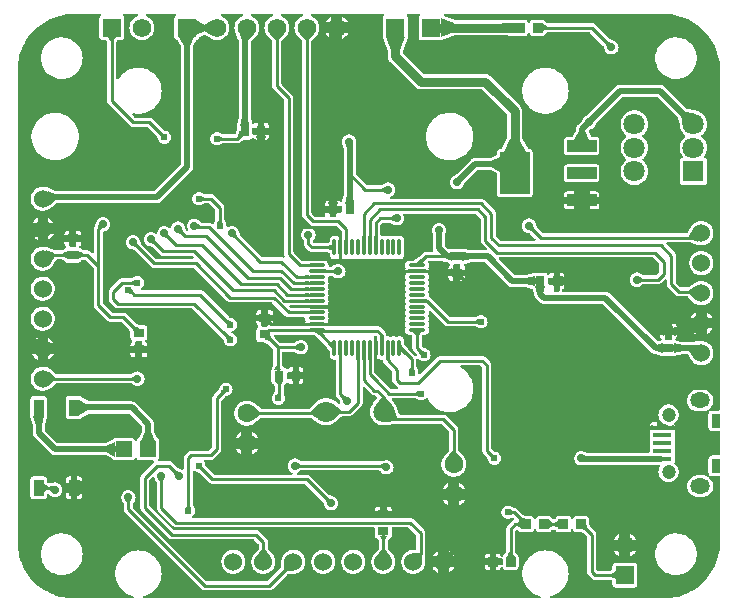
<source format=gtl>
G04 Layer: TopLayer*
G04 EasyEDA v6.5.28, 2023-05-12 23:13:51*
G04 2c4de912aade46c3ae8d467baab15760,9779bb66b829476cac46641fb3e7303a,10*
G04 Gerber Generator version 0.2*
G04 Scale: 100 percent, Rotated: No, Reflected: No *
G04 Dimensions in inches *
G04 leading zeros omitted , absolute positions ,3 integer and 6 decimal *
%FSLAX36Y36*%
%MOIN*%

%AMMACRO1*21,1,$1,$2,0,0,$3*%
%ADD10C,0.0100*%
%ADD11C,0.0197*%
%ADD12C,0.0295*%
%ADD13R,0.0354X0.0315*%
%ADD14MACRO1,0.034X0.0318X90.0000*%
%ADD15R,0.0315X0.0472*%
%ADD16R,0.0630X0.0157*%
%ADD17R,0.0354X0.0551*%
%ADD18R,0.0315X0.0354*%
%ADD19MACRO1,0.0531X0.0555X-90.0000*%
%ADD20R,0.0644X0.0630*%
%ADD21MACRO1,0.034X0.0318X-90.0000*%
%ADD22O,0.010629999999999999X0.059054999999999996*%
%ADD23O,0.059054999999999996X0.010629999999999999*%
%ADD24MACRO1,0.0386X0.0972X90.0000*%
%ADD25MACRO1,0.1417X0.0972X-90.0000*%
%ADD26C,0.0600*%
%ADD27C,0.0630*%
%ADD28R,0.0620X0.0620*%
%ADD29C,0.0620*%
%ADD30C,0.0709*%
%ADD31C,0.0472*%
%ADD32O,0.066929X0.051181000000000004*%
%ADD33R,0.0709X0.0709*%
%ADD34C,0.0276*%
%ADD35C,0.0240*%
%ADD36C,0.0101*%

%LPD*%
G36*
X472660Y797600D02*
G01*
X460600Y797980D01*
X448920Y799100D01*
X437340Y800939D01*
X425900Y803500D01*
X414640Y806780D01*
X403620Y810759D01*
X392860Y815420D01*
X382420Y820759D01*
X372320Y826740D01*
X362640Y833319D01*
X353380Y840520D01*
X344580Y848280D01*
X336300Y856580D01*
X328560Y865380D01*
X321380Y874640D01*
X314780Y884340D01*
X308820Y894440D01*
X303500Y904900D01*
X298860Y915660D01*
X294900Y926700D01*
X291640Y937960D01*
X289080Y949400D01*
X287260Y960980D01*
X286160Y972660D01*
X285800Y984460D01*
X285800Y2558840D01*
X286180Y2570899D01*
X287280Y2582559D01*
X289120Y2594140D01*
X291700Y2605580D01*
X294980Y2616840D01*
X298960Y2627880D01*
X303620Y2638639D01*
X308940Y2649080D01*
X314920Y2659160D01*
X321520Y2668860D01*
X328720Y2678120D01*
X336480Y2686900D01*
X344760Y2695200D01*
X353560Y2702940D01*
X362840Y2710120D01*
X372540Y2716700D01*
X382640Y2722660D01*
X393080Y2727980D01*
X403840Y2732640D01*
X414880Y2736600D01*
X426140Y2739860D01*
X437600Y2742400D01*
X449180Y2744240D01*
X460840Y2745340D01*
X472660Y2745700D01*
X559740Y2745700D01*
X561280Y2745400D01*
X562580Y2744520D01*
X563440Y2743240D01*
X563740Y2741700D01*
X563440Y2740160D01*
X562580Y2738880D01*
X561040Y2737340D01*
X559840Y2735419D01*
X559080Y2733260D01*
X558800Y2730779D01*
X558800Y2669220D01*
X559080Y2666740D01*
X559840Y2664580D01*
X561040Y2662660D01*
X562660Y2661040D01*
X564580Y2659840D01*
X566740Y2659080D01*
X569220Y2658800D01*
X578720Y2658800D01*
X580160Y2658540D01*
X581420Y2657760D01*
X582300Y2656580D01*
X584380Y2652440D01*
X584800Y2650640D01*
X584800Y2455200D01*
X585120Y2452040D01*
X585980Y2449200D01*
X587380Y2446560D01*
X589400Y2444120D01*
X659120Y2374400D01*
X661560Y2372380D01*
X664200Y2370980D01*
X667039Y2370120D01*
X670200Y2369800D01*
X717039Y2369800D01*
X718580Y2369500D01*
X719880Y2368620D01*
X750440Y2338080D01*
X751380Y2336580D01*
X752940Y2332180D01*
X754160Y2327420D01*
X755780Y2323900D01*
X758000Y2320740D01*
X760740Y2318000D01*
X763900Y2315780D01*
X767420Y2314160D01*
X771140Y2313160D01*
X775000Y2312820D01*
X778860Y2313160D01*
X782580Y2314160D01*
X786100Y2315780D01*
X789260Y2318000D01*
X792000Y2320740D01*
X794220Y2323900D01*
X795840Y2327420D01*
X796840Y2331140D01*
X797180Y2335000D01*
X796840Y2338860D01*
X795840Y2342580D01*
X794220Y2346100D01*
X792000Y2349260D01*
X789260Y2352000D01*
X786100Y2354220D01*
X782580Y2355840D01*
X777820Y2357060D01*
X773420Y2358620D01*
X771919Y2359560D01*
X735879Y2395600D01*
X733439Y2397620D01*
X730800Y2399020D01*
X727960Y2399880D01*
X724800Y2400200D01*
X677960Y2400200D01*
X676420Y2400500D01*
X675120Y2401380D01*
X669180Y2407320D01*
X668259Y2408760D01*
X668020Y2410480D01*
X668520Y2412120D01*
X669680Y2413400D01*
X671260Y2414080D01*
X673439Y2413900D01*
X680939Y2412800D01*
X688500Y2412420D01*
X696040Y2412800D01*
X703540Y2413900D01*
X710879Y2415740D01*
X718000Y2418300D01*
X724840Y2421540D01*
X731340Y2425420D01*
X737420Y2429940D01*
X743020Y2435020D01*
X748100Y2440620D01*
X752620Y2446700D01*
X756500Y2453200D01*
X759740Y2460040D01*
X762300Y2467160D01*
X764140Y2474500D01*
X765240Y2482000D01*
X765620Y2489540D01*
X765240Y2497100D01*
X764140Y2504600D01*
X762300Y2511940D01*
X759740Y2519060D01*
X756500Y2525900D01*
X752620Y2532400D01*
X748100Y2538480D01*
X743020Y2544080D01*
X737420Y2549160D01*
X731340Y2553680D01*
X724840Y2557560D01*
X718000Y2560800D01*
X710879Y2563360D01*
X703540Y2565200D01*
X696040Y2566300D01*
X688500Y2566680D01*
X680939Y2566300D01*
X673439Y2565200D01*
X666100Y2563360D01*
X658980Y2560800D01*
X652140Y2557560D01*
X645639Y2553680D01*
X639560Y2549160D01*
X633960Y2544080D01*
X628880Y2538480D01*
X624360Y2532400D01*
X622640Y2529500D01*
X621440Y2528260D01*
X619860Y2527620D01*
X618140Y2527700D01*
X616620Y2528520D01*
X615580Y2529880D01*
X615200Y2531560D01*
X615200Y2650640D01*
X615620Y2652440D01*
X617700Y2656580D01*
X618580Y2657760D01*
X619840Y2658540D01*
X621280Y2658800D01*
X630780Y2658800D01*
X633260Y2659080D01*
X635420Y2659840D01*
X637340Y2661040D01*
X638960Y2662660D01*
X640160Y2664580D01*
X640920Y2666740D01*
X641200Y2669220D01*
X641200Y2730779D01*
X640920Y2733260D01*
X640160Y2735419D01*
X638960Y2737340D01*
X637420Y2738880D01*
X636560Y2740160D01*
X636260Y2741700D01*
X636560Y2743240D01*
X637420Y2744520D01*
X638720Y2745400D01*
X640260Y2745700D01*
X682580Y2745700D01*
X684320Y2745299D01*
X685699Y2744200D01*
X686480Y2742600D01*
X686480Y2740840D01*
X685720Y2739240D01*
X684360Y2738120D01*
X679400Y2735680D01*
X674920Y2732679D01*
X670879Y2729120D01*
X667320Y2725080D01*
X664320Y2720600D01*
X661940Y2715760D01*
X660220Y2710659D01*
X659160Y2705380D01*
X658800Y2700000D01*
X659160Y2694620D01*
X660220Y2689340D01*
X661940Y2684240D01*
X664320Y2679400D01*
X667320Y2674920D01*
X670879Y2670880D01*
X674920Y2667320D01*
X679400Y2664320D01*
X684240Y2661940D01*
X689340Y2660220D01*
X694620Y2659160D01*
X700000Y2658800D01*
X705380Y2659160D01*
X710660Y2660220D01*
X715759Y2661940D01*
X720600Y2664320D01*
X725080Y2667320D01*
X729120Y2670880D01*
X732680Y2674920D01*
X735680Y2679400D01*
X738060Y2684240D01*
X739780Y2689340D01*
X740840Y2694620D01*
X741200Y2700000D01*
X740840Y2705380D01*
X739780Y2710659D01*
X738060Y2715760D01*
X735680Y2720600D01*
X732680Y2725080D01*
X729120Y2729120D01*
X725080Y2732679D01*
X720600Y2735680D01*
X715639Y2738120D01*
X714280Y2739240D01*
X713520Y2740840D01*
X713520Y2742600D01*
X714300Y2744200D01*
X715680Y2745299D01*
X717420Y2745700D01*
X809740Y2745700D01*
X811280Y2745400D01*
X812580Y2744520D01*
X813439Y2743240D01*
X813740Y2741700D01*
X813439Y2740160D01*
X812580Y2738880D01*
X811040Y2737340D01*
X809840Y2735419D01*
X809080Y2733260D01*
X808800Y2730779D01*
X808800Y2669220D01*
X809080Y2666740D01*
X809840Y2664580D01*
X811040Y2662660D01*
X812660Y2661040D01*
X814580Y2659840D01*
X818199Y2658700D01*
X819280Y2657940D01*
X820060Y2656880D01*
X829539Y2637900D01*
X829960Y2636120D01*
X829960Y2244960D01*
X829659Y2243420D01*
X828780Y2242140D01*
X742860Y2156220D01*
X741580Y2155340D01*
X740040Y2155040D01*
X412320Y2155040D01*
X410700Y2155380D01*
X391560Y2163880D01*
X389320Y2165240D01*
X384440Y2167500D01*
X379320Y2169100D01*
X374020Y2170000D01*
X368660Y2170160D01*
X363320Y2169640D01*
X358100Y2168380D01*
X353080Y2166460D01*
X348380Y2163880D01*
X344060Y2160700D01*
X340200Y2156960D01*
X336860Y2152740D01*
X334120Y2148120D01*
X332040Y2143180D01*
X330620Y2138000D01*
X329900Y2132680D01*
X329900Y2127320D01*
X330620Y2122000D01*
X332040Y2116820D01*
X334120Y2111880D01*
X336860Y2107260D01*
X340200Y2103040D01*
X344060Y2099300D01*
X348380Y2096120D01*
X353080Y2093540D01*
X358100Y2091620D01*
X363320Y2090360D01*
X368660Y2089840D01*
X374020Y2090020D01*
X379320Y2090900D01*
X384440Y2092500D01*
X389320Y2094760D01*
X393840Y2097640D01*
X397939Y2101120D01*
X399240Y2102460D01*
X414180Y2114120D01*
X415340Y2114740D01*
X416640Y2114960D01*
X749920Y2114960D01*
X751740Y2115040D01*
X753480Y2115260D01*
X755180Y2115640D01*
X756860Y2116160D01*
X758460Y2116840D01*
X760020Y2117640D01*
X761500Y2118580D01*
X762880Y2119640D01*
X764240Y2120880D01*
X864120Y2220760D01*
X865360Y2222120D01*
X866420Y2223500D01*
X867360Y2224980D01*
X868160Y2226540D01*
X868840Y2228140D01*
X869360Y2229820D01*
X869740Y2231520D01*
X869960Y2233260D01*
X870040Y2235080D01*
X870040Y2636120D01*
X870460Y2637900D01*
X879940Y2656880D01*
X880720Y2657940D01*
X881800Y2658700D01*
X883259Y2659080D01*
X885420Y2659840D01*
X887340Y2661040D01*
X888960Y2662660D01*
X890160Y2664580D01*
X891300Y2668200D01*
X892060Y2669280D01*
X893120Y2670059D01*
X906500Y2676740D01*
X907800Y2677140D01*
X909140Y2677060D01*
X910400Y2676560D01*
X923620Y2668380D01*
X924920Y2667320D01*
X929400Y2664320D01*
X934240Y2661940D01*
X939340Y2660220D01*
X944620Y2659160D01*
X950000Y2658800D01*
X955380Y2659160D01*
X960660Y2660220D01*
X965759Y2661940D01*
X970600Y2664320D01*
X975080Y2667320D01*
X979120Y2670880D01*
X982680Y2674920D01*
X985680Y2679400D01*
X988060Y2684240D01*
X989780Y2689340D01*
X990840Y2694620D01*
X991200Y2700000D01*
X990840Y2705380D01*
X989780Y2710659D01*
X988060Y2715760D01*
X985680Y2720600D01*
X982680Y2725080D01*
X979120Y2729120D01*
X975080Y2732679D01*
X970600Y2735680D01*
X965639Y2738120D01*
X964280Y2739240D01*
X963520Y2740840D01*
X963520Y2742600D01*
X964300Y2744200D01*
X965680Y2745299D01*
X967420Y2745700D01*
X1032580Y2745700D01*
X1034320Y2745299D01*
X1035699Y2744200D01*
X1036480Y2742600D01*
X1036480Y2740840D01*
X1035720Y2739240D01*
X1034360Y2738120D01*
X1029400Y2735680D01*
X1024920Y2732679D01*
X1020879Y2729120D01*
X1017320Y2725080D01*
X1014320Y2720600D01*
X1011940Y2715760D01*
X1010220Y2710659D01*
X1009160Y2705380D01*
X1008800Y2700000D01*
X1009160Y2694620D01*
X1010220Y2689340D01*
X1011940Y2684240D01*
X1014200Y2679640D01*
X1022099Y2659100D01*
X1022360Y2657660D01*
X1022360Y2403620D01*
X1022280Y2402860D01*
X1016720Y2374900D01*
X1016500Y2372500D01*
X1016500Y2361380D01*
X1016280Y2360100D01*
X1012200Y2347920D01*
X1011380Y2346500D01*
X1010040Y2345540D01*
X1008420Y2345200D01*
X969539Y2345200D01*
X967820Y2345580D01*
X963259Y2347760D01*
X961100Y2349220D01*
X957580Y2350840D01*
X953860Y2351840D01*
X950000Y2352180D01*
X946140Y2351840D01*
X942420Y2350840D01*
X938900Y2349220D01*
X935740Y2347000D01*
X933000Y2344260D01*
X930780Y2341100D01*
X929160Y2337580D01*
X928160Y2333860D01*
X927820Y2330000D01*
X928160Y2326140D01*
X929160Y2322420D01*
X930780Y2318900D01*
X933000Y2315740D01*
X935740Y2313000D01*
X938900Y2310780D01*
X942420Y2309160D01*
X946140Y2308160D01*
X950000Y2307820D01*
X953860Y2308160D01*
X957580Y2309160D01*
X961100Y2310780D01*
X963259Y2312240D01*
X967820Y2314420D01*
X969539Y2314800D01*
X1017240Y2314800D01*
X1020400Y2315120D01*
X1023240Y2315980D01*
X1025879Y2317380D01*
X1028319Y2319400D01*
X1030840Y2321900D01*
X1031960Y2322700D01*
X1040460Y2326700D01*
X1042159Y2327080D01*
X1057960Y2327080D01*
X1060460Y2327360D01*
X1062600Y2328120D01*
X1064540Y2329320D01*
X1066140Y2330940D01*
X1066620Y2331680D01*
X1067720Y2332840D01*
X1069200Y2333480D01*
X1070800Y2333480D01*
X1072280Y2332840D01*
X1073380Y2331680D01*
X1073860Y2330940D01*
X1075460Y2329320D01*
X1077400Y2328120D01*
X1079540Y2327360D01*
X1082040Y2327080D01*
X1087180Y2327080D01*
X1087180Y2343640D01*
X1072400Y2343640D01*
X1070860Y2343940D01*
X1069560Y2344820D01*
X1068700Y2346120D01*
X1068400Y2347640D01*
X1068400Y2362360D01*
X1068700Y2363880D01*
X1069560Y2365180D01*
X1070860Y2366060D01*
X1072400Y2366360D01*
X1087180Y2366360D01*
X1087180Y2382920D01*
X1082040Y2382920D01*
X1079540Y2382640D01*
X1077400Y2381880D01*
X1075460Y2380680D01*
X1073680Y2378900D01*
X1072240Y2377980D01*
X1070540Y2377740D01*
X1068920Y2378240D01*
X1067620Y2379360D01*
X1066940Y2380940D01*
X1062520Y2402880D01*
X1062440Y2403680D01*
X1062440Y2651259D01*
X1062700Y2652679D01*
X1063460Y2653920D01*
X1076500Y2668540D01*
X1079120Y2670880D01*
X1082680Y2674920D01*
X1085680Y2679400D01*
X1088060Y2684240D01*
X1089780Y2689340D01*
X1090840Y2694620D01*
X1091200Y2700000D01*
X1090840Y2705380D01*
X1089780Y2710659D01*
X1088060Y2715760D01*
X1085680Y2720600D01*
X1082680Y2725080D01*
X1079120Y2729120D01*
X1075080Y2732679D01*
X1070600Y2735680D01*
X1065640Y2738120D01*
X1064280Y2739240D01*
X1063520Y2740840D01*
X1063520Y2742600D01*
X1064300Y2744200D01*
X1065680Y2745299D01*
X1067420Y2745700D01*
X1132580Y2745700D01*
X1134320Y2745299D01*
X1135700Y2744200D01*
X1136480Y2742600D01*
X1136480Y2740840D01*
X1135720Y2739240D01*
X1134360Y2738120D01*
X1129400Y2735680D01*
X1124920Y2732679D01*
X1120880Y2729120D01*
X1117320Y2725080D01*
X1114320Y2720600D01*
X1111940Y2715760D01*
X1110220Y2710659D01*
X1109160Y2705380D01*
X1108800Y2700000D01*
X1109160Y2694620D01*
X1110220Y2689340D01*
X1111940Y2684240D01*
X1114320Y2679400D01*
X1117360Y2674860D01*
X1133860Y2655200D01*
X1134560Y2653980D01*
X1134800Y2652620D01*
X1134800Y2505200D01*
X1135120Y2502040D01*
X1135980Y2499200D01*
X1137380Y2496560D01*
X1139400Y2494120D01*
X1173620Y2459880D01*
X1174500Y2458580D01*
X1174800Y2457040D01*
X1174800Y1945200D01*
X1175120Y1942040D01*
X1176060Y1938940D01*
X1176180Y1937220D01*
X1175600Y1935620D01*
X1174380Y1934400D01*
X1172780Y1933820D01*
X1171060Y1933940D01*
X1167960Y1934880D01*
X1164800Y1935200D01*
X1102960Y1935200D01*
X1101420Y1935500D01*
X1100120Y1936380D01*
X1026600Y2009900D01*
X1025980Y2010680D01*
X1025580Y2011620D01*
X1023820Y2017780D01*
X1023640Y2018940D01*
X1022660Y2022780D01*
X1021080Y2026399D01*
X1018920Y2029720D01*
X1016240Y2032640D01*
X1013100Y2035060D01*
X1009620Y2036940D01*
X1005879Y2038240D01*
X1001979Y2038880D01*
X998020Y2038880D01*
X994120Y2038240D01*
X990380Y2036940D01*
X988040Y2035680D01*
X986400Y2035200D01*
X984700Y2035460D01*
X983280Y2036399D01*
X982360Y2037860D01*
X981840Y2043860D01*
X980840Y2047580D01*
X979220Y2051100D01*
X977760Y2053260D01*
X975580Y2057820D01*
X975200Y2059540D01*
X975200Y2099800D01*
X974880Y2102960D01*
X974020Y2105800D01*
X972620Y2108440D01*
X970600Y2110880D01*
X940879Y2140600D01*
X938439Y2142620D01*
X935800Y2144020D01*
X932960Y2144880D01*
X929800Y2145200D01*
X909539Y2145200D01*
X907820Y2145580D01*
X903259Y2147760D01*
X901100Y2149220D01*
X897580Y2150840D01*
X893860Y2151840D01*
X890000Y2152180D01*
X886140Y2151840D01*
X882420Y2150840D01*
X878900Y2149220D01*
X875740Y2147000D01*
X873000Y2144260D01*
X870780Y2141100D01*
X869160Y2137580D01*
X868160Y2133860D01*
X867820Y2130000D01*
X868160Y2126140D01*
X869160Y2122420D01*
X870780Y2118900D01*
X873000Y2115740D01*
X875740Y2113000D01*
X878900Y2110780D01*
X882420Y2109160D01*
X886140Y2108160D01*
X890000Y2107820D01*
X893860Y2108160D01*
X897580Y2109160D01*
X901100Y2110780D01*
X903259Y2112240D01*
X907820Y2114420D01*
X909539Y2114800D01*
X922039Y2114800D01*
X923580Y2114500D01*
X924880Y2113620D01*
X943620Y2094880D01*
X944500Y2093580D01*
X944800Y2092040D01*
X944800Y2059540D01*
X944419Y2057820D01*
X942240Y2053260D01*
X940780Y2051100D01*
X939760Y2048880D01*
X938920Y2047700D01*
X937720Y2046900D01*
X936300Y2046579D01*
X934860Y2046780D01*
X930800Y2049019D01*
X927960Y2049880D01*
X924800Y2050200D01*
X900120Y2050200D01*
X898640Y2050480D01*
X897380Y2051300D01*
X894500Y2054040D01*
X891240Y2057640D01*
X888100Y2060060D01*
X884620Y2061940D01*
X880879Y2063240D01*
X876979Y2063880D01*
X873020Y2063880D01*
X869120Y2063240D01*
X865380Y2061940D01*
X861900Y2060060D01*
X858760Y2057640D01*
X856080Y2054720D01*
X853920Y2051399D01*
X852340Y2047780D01*
X851360Y2043940D01*
X851040Y2040000D01*
X851360Y2036060D01*
X852340Y2032220D01*
X854000Y2028420D01*
X854340Y2026900D01*
X854040Y2025340D01*
X853199Y2024019D01*
X851900Y2023140D01*
X850360Y2022820D01*
X848820Y2023120D01*
X847500Y2024000D01*
X845980Y2025680D01*
X845580Y2026620D01*
X843820Y2032780D01*
X843640Y2033940D01*
X842660Y2037780D01*
X841080Y2041399D01*
X838920Y2044720D01*
X836240Y2047640D01*
X833100Y2050060D01*
X829620Y2051940D01*
X825879Y2053240D01*
X821979Y2053880D01*
X818020Y2053880D01*
X814120Y2053240D01*
X810380Y2051940D01*
X806900Y2050060D01*
X803760Y2047640D01*
X801080Y2044720D01*
X798920Y2041399D01*
X797340Y2037780D01*
X796740Y2035440D01*
X796060Y2034019D01*
X794880Y2032980D01*
X793400Y2032460D01*
X791820Y2032580D01*
X790400Y2033280D01*
X788100Y2035060D01*
X784620Y2036940D01*
X780879Y2038240D01*
X776979Y2038880D01*
X773020Y2038880D01*
X769120Y2038240D01*
X765380Y2036940D01*
X761900Y2035060D01*
X758760Y2032640D01*
X756080Y2029720D01*
X753920Y2026399D01*
X752340Y2022780D01*
X751360Y2018940D01*
X751160Y2016639D01*
X750660Y2015000D01*
X749539Y2013720D01*
X747980Y2013040D01*
X746260Y2013060D01*
X744720Y2013800D01*
X743100Y2015060D01*
X739620Y2016940D01*
X735879Y2018240D01*
X731979Y2018880D01*
X728020Y2018880D01*
X724120Y2018240D01*
X720380Y2016940D01*
X716900Y2015060D01*
X713760Y2012640D01*
X711080Y2009720D01*
X708920Y2006399D01*
X707340Y2002780D01*
X706360Y1998940D01*
X706040Y1995000D01*
X706360Y1991060D01*
X707340Y1987220D01*
X708920Y1983600D01*
X711080Y1980280D01*
X713760Y1977360D01*
X716900Y1974940D01*
X720380Y1973060D01*
X724120Y1971759D01*
X726900Y1971279D01*
X733379Y1969420D01*
X734320Y1969019D01*
X735100Y1968400D01*
X759120Y1944400D01*
X761560Y1942380D01*
X764200Y1940980D01*
X767039Y1940120D01*
X770200Y1939800D01*
X867039Y1939800D01*
X868580Y1939500D01*
X869880Y1938620D01*
X871480Y1937020D01*
X872340Y1935740D01*
X872640Y1934199D01*
X872340Y1932660D01*
X871480Y1931380D01*
X870180Y1930500D01*
X868640Y1930200D01*
X747960Y1930200D01*
X746420Y1930500D01*
X745120Y1931380D01*
X696600Y1979900D01*
X695980Y1980680D01*
X695580Y1981620D01*
X693820Y1987780D01*
X693640Y1988940D01*
X692660Y1992780D01*
X691080Y1996399D01*
X688920Y1999720D01*
X686240Y2002640D01*
X683100Y2005060D01*
X679620Y2006940D01*
X675879Y2008240D01*
X671979Y2008880D01*
X668020Y2008880D01*
X664120Y2008240D01*
X660380Y2006940D01*
X656900Y2005060D01*
X653760Y2002640D01*
X651080Y1999720D01*
X648920Y1996399D01*
X647340Y1992780D01*
X646360Y1988940D01*
X646040Y1985000D01*
X646360Y1981060D01*
X647340Y1977220D01*
X648920Y1973600D01*
X651080Y1970280D01*
X653760Y1967360D01*
X656900Y1964940D01*
X660380Y1963060D01*
X664120Y1961759D01*
X666900Y1961279D01*
X673379Y1959420D01*
X674320Y1959019D01*
X675100Y1958400D01*
X729120Y1904400D01*
X731560Y1902380D01*
X734200Y1900980D01*
X737039Y1900120D01*
X740200Y1899800D01*
X872039Y1899800D01*
X873580Y1899500D01*
X874880Y1898620D01*
X984120Y1789400D01*
X986560Y1787380D01*
X989200Y1785980D01*
X992039Y1785120D01*
X995200Y1784800D01*
X1132040Y1784800D01*
X1133580Y1784500D01*
X1134880Y1783620D01*
X1178320Y1740200D01*
X1180760Y1738180D01*
X1183400Y1736780D01*
X1186240Y1735920D01*
X1189400Y1735600D01*
X1239000Y1735600D01*
X1240620Y1735260D01*
X1241960Y1734280D01*
X1242800Y1732860D01*
X1243280Y1728080D01*
X1244160Y1725180D01*
X1245240Y1723160D01*
X1245660Y1721920D01*
X1245660Y1720620D01*
X1245240Y1719379D01*
X1244140Y1717360D01*
X1243920Y1716579D01*
X1252620Y1716579D01*
X1253780Y1716399D01*
X1255440Y1715900D01*
X1258660Y1715580D01*
X1306699Y1715580D01*
X1309920Y1715900D01*
X1311579Y1716399D01*
X1312740Y1716579D01*
X1321440Y1716579D01*
X1321200Y1717360D01*
X1320120Y1719379D01*
X1319700Y1720600D01*
X1319700Y1721900D01*
X1320120Y1723140D01*
X1321220Y1725180D01*
X1322100Y1728080D01*
X1322400Y1731100D01*
X1322100Y1734120D01*
X1321220Y1737040D01*
X1320120Y1739060D01*
X1319700Y1740300D01*
X1319700Y1741600D01*
X1320120Y1742840D01*
X1321200Y1744860D01*
X1322080Y1747760D01*
X1322380Y1750800D01*
X1322080Y1753820D01*
X1321200Y1756720D01*
X1320120Y1758740D01*
X1319700Y1759980D01*
X1319700Y1761279D01*
X1320120Y1762520D01*
X1321220Y1764540D01*
X1321440Y1765320D01*
X1312740Y1765320D01*
X1311579Y1765480D01*
X1309920Y1766000D01*
X1306699Y1766300D01*
X1258500Y1766300D01*
X1243280Y1766000D01*
X1197160Y1766000D01*
X1195620Y1766300D01*
X1194320Y1767180D01*
X1193320Y1768180D01*
X1192460Y1769460D01*
X1192160Y1771000D01*
X1192460Y1772540D01*
X1193320Y1773820D01*
X1194620Y1774700D01*
X1196160Y1775000D01*
X1243380Y1775000D01*
X1258160Y1774660D01*
X1306699Y1774640D01*
X1309920Y1774960D01*
X1311540Y1775460D01*
X1312700Y1775640D01*
X1321440Y1775640D01*
X1321220Y1776399D01*
X1320120Y1778440D01*
X1319700Y1779680D01*
X1319700Y1780980D01*
X1320120Y1782200D01*
X1321200Y1784240D01*
X1322080Y1787140D01*
X1322380Y1790160D01*
X1322080Y1793180D01*
X1321200Y1796100D01*
X1320120Y1798120D01*
X1319700Y1799340D01*
X1319700Y1800640D01*
X1320120Y1801879D01*
X1321220Y1803920D01*
X1322100Y1806819D01*
X1322400Y1809840D01*
X1322100Y1812860D01*
X1321220Y1815780D01*
X1320120Y1817800D01*
X1319700Y1819040D01*
X1319700Y1820340D01*
X1320120Y1821579D01*
X1321200Y1823600D01*
X1322080Y1826500D01*
X1322380Y1829540D01*
X1322080Y1832560D01*
X1321200Y1835460D01*
X1320120Y1837480D01*
X1319700Y1838720D01*
X1319700Y1840020D01*
X1320120Y1841260D01*
X1321220Y1843280D01*
X1322100Y1846180D01*
X1322400Y1849220D01*
X1322100Y1852240D01*
X1321220Y1855140D01*
X1320120Y1857180D01*
X1319700Y1858420D01*
X1319700Y1859720D01*
X1320120Y1860940D01*
X1321200Y1862980D01*
X1322080Y1865880D01*
X1322560Y1870660D01*
X1323400Y1872080D01*
X1324740Y1873060D01*
X1326360Y1873400D01*
X1332560Y1873400D01*
X1333560Y1873280D01*
X1334500Y1872900D01*
X1340360Y1869660D01*
X1341900Y1868520D01*
X1345380Y1866639D01*
X1349120Y1865340D01*
X1353020Y1864700D01*
X1356980Y1864700D01*
X1360880Y1865340D01*
X1364620Y1866639D01*
X1368100Y1868520D01*
X1371240Y1870940D01*
X1373920Y1873860D01*
X1376080Y1877180D01*
X1377660Y1880800D01*
X1378640Y1884640D01*
X1378959Y1888580D01*
X1378640Y1892520D01*
X1377660Y1896360D01*
X1376080Y1899980D01*
X1373920Y1903300D01*
X1371240Y1906220D01*
X1368100Y1908640D01*
X1364620Y1910520D01*
X1360880Y1911819D01*
X1356980Y1912460D01*
X1353020Y1912460D01*
X1349120Y1911819D01*
X1345380Y1910520D01*
X1341900Y1908640D01*
X1340380Y1907540D01*
X1334520Y1904300D01*
X1333580Y1903920D01*
X1332580Y1903800D01*
X1326360Y1903800D01*
X1324740Y1904139D01*
X1323400Y1905120D01*
X1322560Y1906540D01*
X1322080Y1911300D01*
X1321200Y1914199D01*
X1319780Y1916879D01*
X1317840Y1919240D01*
X1315500Y1921160D01*
X1312820Y1922580D01*
X1309920Y1923480D01*
X1306699Y1923779D01*
X1258500Y1923779D01*
X1243300Y1923500D01*
X1234660Y1923500D01*
X1233120Y1923800D01*
X1231820Y1924680D01*
X1206380Y1950120D01*
X1205500Y1951420D01*
X1205200Y1952960D01*
X1205200Y2464800D01*
X1204880Y2467960D01*
X1204020Y2470800D01*
X1202620Y2473440D01*
X1200600Y2475880D01*
X1166380Y2510120D01*
X1165500Y2511420D01*
X1165200Y2512960D01*
X1165200Y2652620D01*
X1165440Y2653980D01*
X1166140Y2655200D01*
X1182640Y2674860D01*
X1185680Y2679400D01*
X1188060Y2684240D01*
X1189780Y2689340D01*
X1190840Y2694620D01*
X1191200Y2700000D01*
X1190840Y2705380D01*
X1189780Y2710659D01*
X1188060Y2715760D01*
X1185680Y2720600D01*
X1182680Y2725080D01*
X1179120Y2729120D01*
X1175080Y2732679D01*
X1170600Y2735680D01*
X1165640Y2738120D01*
X1164280Y2739240D01*
X1163520Y2740840D01*
X1163520Y2742600D01*
X1164300Y2744200D01*
X1165680Y2745299D01*
X1167420Y2745700D01*
X1232580Y2745700D01*
X1234320Y2745299D01*
X1235700Y2744200D01*
X1236480Y2742600D01*
X1236480Y2740840D01*
X1235720Y2739240D01*
X1234360Y2738120D01*
X1229400Y2735680D01*
X1224920Y2732679D01*
X1220880Y2729120D01*
X1217320Y2725080D01*
X1214320Y2720600D01*
X1211940Y2715760D01*
X1210220Y2710659D01*
X1209160Y2705380D01*
X1208800Y2700000D01*
X1209160Y2694620D01*
X1210220Y2689340D01*
X1211940Y2684240D01*
X1214320Y2679400D01*
X1217360Y2674860D01*
X1233860Y2655200D01*
X1234560Y2653980D01*
X1234800Y2652620D01*
X1234800Y2075200D01*
X1235120Y2072040D01*
X1235980Y2069199D01*
X1237380Y2066560D01*
X1239400Y2064120D01*
X1259120Y2044400D01*
X1261560Y2042380D01*
X1264200Y2040980D01*
X1267040Y2040120D01*
X1270200Y2039800D01*
X1347040Y2039800D01*
X1348580Y2039500D01*
X1349880Y2038620D01*
X1364720Y2023779D01*
X1365600Y2022480D01*
X1365900Y2020940D01*
X1365900Y2006660D01*
X1365580Y1991780D01*
X1365580Y1943300D01*
X1365900Y1940080D01*
X1366399Y1938400D01*
X1366579Y1937240D01*
X1366579Y1928560D01*
X1367360Y1928779D01*
X1369379Y1929860D01*
X1370600Y1930280D01*
X1371920Y1930280D01*
X1373140Y1929860D01*
X1375160Y1928779D01*
X1378080Y1927900D01*
X1381100Y1927600D01*
X1384120Y1927900D01*
X1387020Y1928779D01*
X1389060Y1929880D01*
X1390300Y1930300D01*
X1391600Y1930300D01*
X1392840Y1929880D01*
X1394860Y1928779D01*
X1397760Y1927900D01*
X1400800Y1927600D01*
X1403820Y1927900D01*
X1406720Y1928779D01*
X1408740Y1929860D01*
X1409980Y1930280D01*
X1411279Y1930280D01*
X1412520Y1929860D01*
X1414540Y1928779D01*
X1417440Y1927900D01*
X1420460Y1927600D01*
X1423500Y1927900D01*
X1426399Y1928779D01*
X1428420Y1929880D01*
X1429660Y1930300D01*
X1430960Y1930300D01*
X1432200Y1929880D01*
X1434240Y1928779D01*
X1437140Y1927900D01*
X1440160Y1927600D01*
X1443180Y1927900D01*
X1446100Y1928779D01*
X1448120Y1929860D01*
X1449340Y1930280D01*
X1450660Y1930280D01*
X1451879Y1929860D01*
X1453899Y1928779D01*
X1456819Y1927900D01*
X1459840Y1927600D01*
X1462860Y1927900D01*
X1465760Y1928779D01*
X1467800Y1929880D01*
X1469040Y1930300D01*
X1470340Y1930300D01*
X1471579Y1929880D01*
X1473600Y1928779D01*
X1476500Y1927900D01*
X1479540Y1927600D01*
X1482560Y1927900D01*
X1485460Y1928779D01*
X1487480Y1929860D01*
X1488720Y1930280D01*
X1490020Y1930280D01*
X1491260Y1929860D01*
X1493280Y1928779D01*
X1496180Y1927900D01*
X1499199Y1927600D01*
X1502240Y1927900D01*
X1505140Y1928779D01*
X1507160Y1929880D01*
X1508400Y1930300D01*
X1509700Y1930300D01*
X1510940Y1929880D01*
X1512980Y1928779D01*
X1515880Y1927900D01*
X1518899Y1927600D01*
X1521920Y1927900D01*
X1524840Y1928779D01*
X1526860Y1929860D01*
X1528080Y1930280D01*
X1529400Y1930280D01*
X1530620Y1929860D01*
X1532640Y1928779D01*
X1535560Y1927900D01*
X1538580Y1927600D01*
X1541600Y1927900D01*
X1544500Y1928779D01*
X1546540Y1929880D01*
X1547780Y1930300D01*
X1549079Y1930300D01*
X1550320Y1929880D01*
X1552340Y1928779D01*
X1555240Y1927900D01*
X1558280Y1927600D01*
X1561300Y1927900D01*
X1564199Y1928779D01*
X1566879Y1930220D01*
X1569220Y1932140D01*
X1571160Y1934500D01*
X1572580Y1937180D01*
X1573460Y1940080D01*
X1573779Y1943300D01*
X1573779Y1991339D01*
X1573460Y1994560D01*
X1572580Y1997460D01*
X1571160Y2000140D01*
X1569220Y2002480D01*
X1566879Y2004420D01*
X1564199Y2005840D01*
X1561300Y2006720D01*
X1558280Y2007020D01*
X1555240Y2006720D01*
X1552340Y2005840D01*
X1550320Y2004760D01*
X1549079Y2004340D01*
X1547780Y2004340D01*
X1546540Y2004760D01*
X1544500Y2005840D01*
X1541600Y2006720D01*
X1538580Y2007020D01*
X1535560Y2006720D01*
X1532640Y2005840D01*
X1530620Y2004760D01*
X1529400Y2004340D01*
X1528080Y2004340D01*
X1526860Y2004760D01*
X1524840Y2005840D01*
X1521920Y2006720D01*
X1518899Y2007020D01*
X1515880Y2006720D01*
X1512980Y2005840D01*
X1510940Y2004760D01*
X1509700Y2004340D01*
X1508400Y2004340D01*
X1507160Y2004760D01*
X1505140Y2005840D01*
X1502240Y2006720D01*
X1497440Y2007200D01*
X1496020Y2008040D01*
X1495040Y2009379D01*
X1494700Y2011000D01*
X1494700Y2041540D01*
X1495000Y2043080D01*
X1495880Y2044379D01*
X1500120Y2048620D01*
X1501420Y2049500D01*
X1502960Y2049800D01*
X1527580Y2049800D01*
X1528580Y2049680D01*
X1529520Y2049300D01*
X1535360Y2046060D01*
X1536900Y2044940D01*
X1540380Y2043060D01*
X1544120Y2041759D01*
X1548020Y2041120D01*
X1551980Y2041120D01*
X1555880Y2041759D01*
X1559620Y2043060D01*
X1563100Y2044940D01*
X1566240Y2047360D01*
X1568920Y2050280D01*
X1571080Y2053600D01*
X1572660Y2057220D01*
X1573640Y2061060D01*
X1573959Y2065000D01*
X1573640Y2068940D01*
X1572660Y2072780D01*
X1572040Y2074199D01*
X1571720Y2075740D01*
X1572000Y2077280D01*
X1572860Y2078600D01*
X1574160Y2079480D01*
X1575720Y2079800D01*
X1812040Y2079800D01*
X1813580Y2079500D01*
X1814880Y2078620D01*
X1828620Y2064880D01*
X1829500Y2063580D01*
X1829800Y2062040D01*
X1829800Y1990200D01*
X1830120Y1987040D01*
X1830980Y1984199D01*
X1832380Y1981560D01*
X1834400Y1979120D01*
X1849040Y1964480D01*
X1849900Y1963180D01*
X1850200Y1961639D01*
X1849900Y1960120D01*
X1849040Y1958820D01*
X1847740Y1957940D01*
X1846200Y1957640D01*
X1798640Y1957640D01*
X1797860Y1957720D01*
X1769900Y1963280D01*
X1767480Y1963500D01*
X1732500Y1963500D01*
X1729940Y1963220D01*
X1728400Y1962740D01*
X1725240Y1961500D01*
X1723740Y1961220D01*
X1722220Y1961540D01*
X1720960Y1962400D01*
X1711220Y1972140D01*
X1710340Y1973420D01*
X1710040Y1974960D01*
X1710040Y2006080D01*
X1710320Y2011420D01*
X1710500Y2012460D01*
X1711080Y2013600D01*
X1712660Y2017220D01*
X1713640Y2021060D01*
X1713959Y2025000D01*
X1713640Y2028940D01*
X1712660Y2032780D01*
X1711080Y2036399D01*
X1708920Y2039720D01*
X1706240Y2042640D01*
X1703100Y2045060D01*
X1699620Y2046940D01*
X1695880Y2048240D01*
X1691980Y2048880D01*
X1688020Y2048880D01*
X1684120Y2048240D01*
X1680380Y2046940D01*
X1676900Y2045060D01*
X1673760Y2042640D01*
X1671080Y2039720D01*
X1668920Y2036399D01*
X1667340Y2032780D01*
X1666360Y2028940D01*
X1666040Y2025000D01*
X1666360Y2021060D01*
X1667340Y2017220D01*
X1669480Y2012480D01*
X1669680Y2011440D01*
X1669960Y2005880D01*
X1669960Y1965080D01*
X1670040Y1963260D01*
X1670260Y1961519D01*
X1670640Y1959820D01*
X1671220Y1958000D01*
X1671399Y1956519D01*
X1671020Y1955080D01*
X1670120Y1953880D01*
X1668860Y1953080D01*
X1667400Y1952800D01*
X1646800Y1952800D01*
X1643640Y1952480D01*
X1640800Y1951620D01*
X1638160Y1950220D01*
X1635720Y1948200D01*
X1623600Y1936160D01*
X1607800Y1924560D01*
X1606680Y1923980D01*
X1605420Y1923779D01*
X1593300Y1923779D01*
X1590080Y1923460D01*
X1587180Y1922580D01*
X1584500Y1921160D01*
X1582140Y1919220D01*
X1580220Y1916879D01*
X1578779Y1914199D01*
X1577900Y1911300D01*
X1577600Y1908260D01*
X1577900Y1905240D01*
X1578779Y1902340D01*
X1579880Y1900300D01*
X1580300Y1899060D01*
X1580300Y1897760D01*
X1579880Y1896540D01*
X1578800Y1894500D01*
X1578560Y1893740D01*
X1587300Y1893740D01*
X1588460Y1893560D01*
X1590080Y1893060D01*
X1593300Y1892760D01*
X1641339Y1892760D01*
X1644560Y1893060D01*
X1646180Y1893560D01*
X1647340Y1893740D01*
X1656080Y1893740D01*
X1655860Y1894500D01*
X1654760Y1896540D01*
X1654340Y1897780D01*
X1654340Y1899079D01*
X1654760Y1900320D01*
X1655840Y1902340D01*
X1656720Y1905240D01*
X1657020Y1908260D01*
X1656720Y1911300D01*
X1655840Y1914199D01*
X1654600Y1916519D01*
X1654139Y1918080D01*
X1654360Y1919720D01*
X1655200Y1921120D01*
X1656540Y1922060D01*
X1658140Y1922400D01*
X1703020Y1922400D01*
X1704379Y1922160D01*
X1707380Y1920240D01*
X1708940Y1919440D01*
X1710540Y1918760D01*
X1712160Y1918260D01*
X1715500Y1917540D01*
X1725660Y1913480D01*
X1727100Y1912480D01*
X1727980Y1910980D01*
X1728140Y1909240D01*
X1727540Y1907600D01*
X1724319Y1904540D01*
X1723120Y1902600D01*
X1722360Y1900460D01*
X1722080Y1897960D01*
X1722080Y1892820D01*
X1738640Y1892820D01*
X1738640Y1907600D01*
X1738940Y1909139D01*
X1739820Y1910440D01*
X1741120Y1911300D01*
X1742640Y1911600D01*
X1757360Y1911600D01*
X1758880Y1911300D01*
X1760180Y1910440D01*
X1761060Y1909139D01*
X1761360Y1907600D01*
X1761360Y1892820D01*
X1777920Y1892820D01*
X1777920Y1897960D01*
X1777640Y1900460D01*
X1776879Y1902600D01*
X1775680Y1904540D01*
X1773899Y1906320D01*
X1772980Y1907760D01*
X1772740Y1909460D01*
X1773240Y1911100D01*
X1774360Y1912380D01*
X1775940Y1913060D01*
X1797860Y1917480D01*
X1798660Y1917560D01*
X1842440Y1917560D01*
X1843980Y1917260D01*
X1845260Y1916380D01*
X1920760Y1840880D01*
X1922120Y1839640D01*
X1923500Y1838580D01*
X1924980Y1837640D01*
X1926540Y1836840D01*
X1928140Y1836160D01*
X1929820Y1835640D01*
X1931519Y1835260D01*
X1933260Y1835040D01*
X1935080Y1834960D01*
X1980300Y1834960D01*
X1981339Y1834820D01*
X2000880Y1829620D01*
X2002160Y1829000D01*
X2003160Y1827980D01*
X2003740Y1826680D01*
X2007340Y1811500D01*
X2007660Y1809120D01*
X2008040Y1807420D01*
X2008560Y1805740D01*
X2009240Y1804139D01*
X2010040Y1802580D01*
X2010980Y1801100D01*
X2012040Y1799720D01*
X2013280Y1798360D01*
X2025760Y1785880D01*
X2027120Y1784640D01*
X2028500Y1783580D01*
X2029980Y1782640D01*
X2031540Y1781840D01*
X2033140Y1781160D01*
X2034820Y1780640D01*
X2036519Y1780260D01*
X2038260Y1780040D01*
X2040080Y1779960D01*
X2235040Y1779960D01*
X2236580Y1779660D01*
X2237860Y1778779D01*
X2398360Y1618280D01*
X2399720Y1617040D01*
X2401100Y1615980D01*
X2402580Y1615040D01*
X2404140Y1614240D01*
X2405740Y1613560D01*
X2407420Y1613040D01*
X2409120Y1612660D01*
X2411480Y1612340D01*
X2434700Y1606819D01*
X2437520Y1606500D01*
X2472520Y1606500D01*
X2474900Y1606720D01*
X2502860Y1612280D01*
X2503640Y1612360D01*
X2516160Y1612360D01*
X2517400Y1612160D01*
X2518500Y1611579D01*
X2519400Y1610700D01*
X2528660Y1597860D01*
X2529760Y1595680D01*
X2532640Y1591160D01*
X2536100Y1587060D01*
X2540100Y1583460D01*
X2544520Y1580420D01*
X2549300Y1578000D01*
X2554380Y1576240D01*
X2559640Y1575160D01*
X2565000Y1574800D01*
X2570360Y1575160D01*
X2575620Y1576240D01*
X2580700Y1578000D01*
X2585480Y1580420D01*
X2589900Y1583460D01*
X2593900Y1587060D01*
X2597360Y1591160D01*
X2600240Y1595680D01*
X2602500Y1600560D01*
X2604100Y1605680D01*
X2604980Y1610980D01*
X2605160Y1616339D01*
X2604640Y1621680D01*
X2603380Y1626900D01*
X2601460Y1631920D01*
X2598880Y1636620D01*
X2595700Y1640940D01*
X2591960Y1644800D01*
X2587740Y1648140D01*
X2583120Y1650880D01*
X2578180Y1652960D01*
X2573000Y1654379D01*
X2567679Y1655100D01*
X2562320Y1655100D01*
X2557000Y1654379D01*
X2555000Y1653920D01*
X2532220Y1652440D01*
X2503660Y1652440D01*
X2502860Y1652520D01*
X2480940Y1656940D01*
X2479360Y1657620D01*
X2478240Y1658899D01*
X2477740Y1660540D01*
X2477980Y1662240D01*
X2478900Y1663680D01*
X2480680Y1665460D01*
X2481880Y1667400D01*
X2482640Y1669540D01*
X2482920Y1672040D01*
X2482920Y1677180D01*
X2466360Y1677180D01*
X2466360Y1662400D01*
X2466060Y1660860D01*
X2465180Y1659560D01*
X2463880Y1658700D01*
X2462360Y1658400D01*
X2447640Y1658400D01*
X2446120Y1658700D01*
X2444820Y1659560D01*
X2443940Y1660860D01*
X2443640Y1662400D01*
X2443640Y1677180D01*
X2427080Y1677180D01*
X2427080Y1672040D01*
X2427360Y1669540D01*
X2428120Y1667400D01*
X2429320Y1665480D01*
X2431300Y1663520D01*
X2432220Y1662100D01*
X2432480Y1660440D01*
X2432020Y1658800D01*
X2430940Y1657520D01*
X2429420Y1656780D01*
X2421240Y1654820D01*
X2419880Y1654720D01*
X2418580Y1655100D01*
X2417460Y1655880D01*
X2259240Y1814120D01*
X2257880Y1815360D01*
X2256500Y1816420D01*
X2255020Y1817360D01*
X2253460Y1818160D01*
X2251860Y1818839D01*
X2250180Y1819360D01*
X2248480Y1819740D01*
X2246740Y1819960D01*
X2244920Y1820040D01*
X2103180Y1820040D01*
X2101620Y1820360D01*
X2100320Y1821260D01*
X2099460Y1822600D01*
X2099180Y1824180D01*
X2099560Y1825720D01*
X2100500Y1827000D01*
X2101860Y1827820D01*
X2102720Y1828120D01*
X2104640Y1829319D01*
X2106260Y1830940D01*
X2107480Y1832860D01*
X2108220Y1835020D01*
X2108500Y1837500D01*
X2108500Y1843640D01*
X2092920Y1843640D01*
X2092920Y1824040D01*
X2092620Y1822520D01*
X2091759Y1821220D01*
X2090460Y1820340D01*
X2088920Y1820040D01*
X2076180Y1820040D01*
X2074660Y1820340D01*
X2073360Y1821220D01*
X2072480Y1822520D01*
X2072180Y1824040D01*
X2072180Y1843640D01*
X2057400Y1843640D01*
X2055860Y1843940D01*
X2054560Y1844820D01*
X2053700Y1846120D01*
X2053400Y1847640D01*
X2053400Y1862360D01*
X2053700Y1863880D01*
X2054560Y1865180D01*
X2055860Y1866060D01*
X2057400Y1866360D01*
X2072180Y1866360D01*
X2072180Y1882920D01*
X2067040Y1882920D01*
X2064540Y1882640D01*
X2062400Y1881879D01*
X2060460Y1880680D01*
X2058860Y1879060D01*
X2058380Y1878320D01*
X2057280Y1877160D01*
X2055800Y1876519D01*
X2054199Y1876519D01*
X2052720Y1877160D01*
X2051620Y1878320D01*
X2051140Y1879060D01*
X2049540Y1880680D01*
X2047600Y1881879D01*
X2045460Y1882640D01*
X2042960Y1882920D01*
X2011960Y1882920D01*
X2008820Y1882500D01*
X1981339Y1875180D01*
X1980300Y1875040D01*
X1944960Y1875040D01*
X1943420Y1875340D01*
X1942140Y1876220D01*
X1890380Y1927980D01*
X1889500Y1929259D01*
X1889199Y1930800D01*
X1889500Y1932340D01*
X1890380Y1933620D01*
X1891680Y1934500D01*
X1893200Y1934800D01*
X2402040Y1934800D01*
X2403580Y1934500D01*
X2404880Y1933620D01*
X2423620Y1914880D01*
X2424500Y1913580D01*
X2424800Y1912040D01*
X2424800Y1887960D01*
X2424500Y1886420D01*
X2423620Y1885120D01*
X2414880Y1876380D01*
X2413580Y1875500D01*
X2412040Y1875200D01*
X2372420Y1875200D01*
X2371420Y1875320D01*
X2370480Y1875700D01*
X2364640Y1878940D01*
X2363100Y1880060D01*
X2359620Y1881940D01*
X2355880Y1883240D01*
X2351980Y1883880D01*
X2348020Y1883880D01*
X2344120Y1883240D01*
X2340380Y1881940D01*
X2336900Y1880060D01*
X2333760Y1877640D01*
X2331080Y1874720D01*
X2328920Y1871399D01*
X2327340Y1867780D01*
X2326360Y1863940D01*
X2326040Y1860000D01*
X2326360Y1856060D01*
X2327340Y1852220D01*
X2328920Y1848600D01*
X2331080Y1845280D01*
X2333760Y1842360D01*
X2336900Y1839940D01*
X2340380Y1838060D01*
X2344120Y1836759D01*
X2348020Y1836120D01*
X2351980Y1836120D01*
X2355880Y1836759D01*
X2359620Y1838060D01*
X2363100Y1839940D01*
X2364640Y1841060D01*
X2370480Y1844300D01*
X2371420Y1844680D01*
X2372420Y1844800D01*
X2419800Y1844800D01*
X2422960Y1845120D01*
X2425800Y1845980D01*
X2428440Y1847380D01*
X2430880Y1849400D01*
X2442980Y1861480D01*
X2444260Y1862340D01*
X2445800Y1862640D01*
X2447340Y1862340D01*
X2448620Y1861480D01*
X2449500Y1860180D01*
X2449800Y1858640D01*
X2449800Y1845200D01*
X2450120Y1842040D01*
X2450980Y1839199D01*
X2452380Y1836560D01*
X2454400Y1834120D01*
X2479120Y1809400D01*
X2481560Y1807380D01*
X2484200Y1805980D01*
X2487040Y1805120D01*
X2490200Y1804800D01*
X2517700Y1804800D01*
X2519300Y1804480D01*
X2520620Y1803540D01*
X2536040Y1787120D01*
X2540100Y1783460D01*
X2544520Y1780420D01*
X2549300Y1778000D01*
X2554380Y1776240D01*
X2559640Y1775160D01*
X2565000Y1774800D01*
X2570360Y1775160D01*
X2575620Y1776240D01*
X2580700Y1778000D01*
X2585480Y1780420D01*
X2589900Y1783460D01*
X2593900Y1787060D01*
X2597360Y1791160D01*
X2600240Y1795680D01*
X2602500Y1800560D01*
X2604100Y1805680D01*
X2604980Y1810980D01*
X2605160Y1816339D01*
X2604640Y1821680D01*
X2603380Y1826900D01*
X2601460Y1831920D01*
X2598880Y1836620D01*
X2595700Y1840940D01*
X2591960Y1844800D01*
X2587740Y1848140D01*
X2583120Y1850880D01*
X2578180Y1852960D01*
X2573000Y1854379D01*
X2567679Y1855100D01*
X2562320Y1855100D01*
X2557000Y1854379D01*
X2551820Y1852960D01*
X2546860Y1850860D01*
X2542480Y1848300D01*
X2523080Y1835840D01*
X2522040Y1835360D01*
X2520920Y1835200D01*
X2497960Y1835200D01*
X2496420Y1835500D01*
X2495120Y1836380D01*
X2481380Y1850120D01*
X2480500Y1851420D01*
X2480200Y1852960D01*
X2480200Y1939800D01*
X2479880Y1942960D01*
X2479020Y1945800D01*
X2477620Y1948440D01*
X2475600Y1950880D01*
X2448520Y1977980D01*
X2447660Y1979259D01*
X2447360Y1980800D01*
X2447660Y1982340D01*
X2448520Y1983620D01*
X2449820Y1984500D01*
X2451360Y1984800D01*
X2526780Y1984800D01*
X2528000Y1984620D01*
X2551480Y1977140D01*
X2552440Y1976920D01*
X2554380Y1976240D01*
X2559640Y1975160D01*
X2565000Y1974800D01*
X2570360Y1975160D01*
X2575620Y1976240D01*
X2580700Y1978000D01*
X2585480Y1980420D01*
X2589900Y1983460D01*
X2593900Y1987060D01*
X2597360Y1991160D01*
X2600240Y1995680D01*
X2602500Y2000560D01*
X2604100Y2005680D01*
X2604980Y2010980D01*
X2605160Y2016339D01*
X2604640Y2021680D01*
X2603380Y2026900D01*
X2601460Y2031920D01*
X2598880Y2036620D01*
X2595700Y2040940D01*
X2591960Y2044800D01*
X2587740Y2048140D01*
X2583120Y2050880D01*
X2578180Y2052960D01*
X2573000Y2054379D01*
X2567679Y2055100D01*
X2562320Y2055100D01*
X2557000Y2054379D01*
X2551820Y2052960D01*
X2546880Y2050880D01*
X2542260Y2048140D01*
X2538040Y2044800D01*
X2534300Y2040940D01*
X2531120Y2036620D01*
X2520200Y2017240D01*
X2519320Y2016160D01*
X2518100Y2015440D01*
X2516720Y2015200D01*
X2037960Y2015200D01*
X2036420Y2015500D01*
X2035120Y2016380D01*
X2016600Y2034900D01*
X2015980Y2035680D01*
X2015580Y2036620D01*
X2013820Y2042780D01*
X2013640Y2043940D01*
X2012660Y2047780D01*
X2011080Y2051399D01*
X2008920Y2054720D01*
X2006240Y2057640D01*
X2003100Y2060060D01*
X1999620Y2061940D01*
X1995880Y2063240D01*
X1991980Y2063880D01*
X1988020Y2063880D01*
X1984120Y2063240D01*
X1980380Y2061940D01*
X1976900Y2060060D01*
X1973760Y2057640D01*
X1971080Y2054720D01*
X1968920Y2051399D01*
X1967340Y2047780D01*
X1966360Y2043940D01*
X1966040Y2040000D01*
X1966360Y2036060D01*
X1967340Y2032220D01*
X1968920Y2028600D01*
X1971080Y2025280D01*
X1973760Y2022360D01*
X1976900Y2019940D01*
X1980380Y2018060D01*
X1984120Y2016759D01*
X1986900Y2016279D01*
X1993380Y2014420D01*
X1994319Y2014019D01*
X1995100Y2013400D01*
X2011480Y1997020D01*
X2012340Y1995740D01*
X2012640Y1994199D01*
X2012340Y1992660D01*
X2011480Y1991380D01*
X2010180Y1990500D01*
X2008640Y1990200D01*
X1897960Y1990200D01*
X1896420Y1990500D01*
X1895120Y1991380D01*
X1881380Y2005120D01*
X1880500Y2006420D01*
X1880200Y2007960D01*
X1880200Y2079800D01*
X1879880Y2082960D01*
X1879019Y2085800D01*
X1877620Y2088440D01*
X1875600Y2090880D01*
X1840880Y2125600D01*
X1838440Y2127620D01*
X1835800Y2129020D01*
X1832960Y2129880D01*
X1829800Y2130200D01*
X1530720Y2130200D01*
X1529160Y2130520D01*
X1527840Y2131420D01*
X1526980Y2132760D01*
X1526720Y2134340D01*
X1527100Y2135900D01*
X1528060Y2137180D01*
X1533100Y2139940D01*
X1536240Y2142360D01*
X1538920Y2145280D01*
X1541080Y2148600D01*
X1542660Y2152220D01*
X1543640Y2156060D01*
X1543959Y2160000D01*
X1543640Y2163940D01*
X1542660Y2167780D01*
X1541080Y2171400D01*
X1538920Y2174720D01*
X1536240Y2177640D01*
X1533100Y2180060D01*
X1529620Y2181940D01*
X1525880Y2183240D01*
X1521980Y2183880D01*
X1518020Y2183880D01*
X1514120Y2183240D01*
X1510380Y2181940D01*
X1506900Y2180060D01*
X1505360Y2178940D01*
X1499520Y2175700D01*
X1498580Y2175320D01*
X1497580Y2175200D01*
X1452960Y2175200D01*
X1451420Y2175500D01*
X1450120Y2176380D01*
X1413820Y2212680D01*
X1412940Y2213980D01*
X1412640Y2215520D01*
X1412640Y2311620D01*
X1412760Y2312600D01*
X1413640Y2316060D01*
X1413959Y2320000D01*
X1413640Y2323940D01*
X1412660Y2327780D01*
X1411080Y2331400D01*
X1408920Y2334720D01*
X1406240Y2337640D01*
X1403100Y2340060D01*
X1399620Y2341940D01*
X1395880Y2343240D01*
X1391980Y2343880D01*
X1388020Y2343880D01*
X1384120Y2343240D01*
X1380380Y2341940D01*
X1376900Y2340060D01*
X1373760Y2337640D01*
X1371080Y2334720D01*
X1368920Y2331400D01*
X1367340Y2327780D01*
X1366360Y2323940D01*
X1366040Y2320000D01*
X1366360Y2316060D01*
X1367340Y2312220D01*
X1368920Y2308600D01*
X1371120Y2305220D01*
X1371720Y2303740D01*
X1372500Y2299460D01*
X1372560Y2298740D01*
X1372560Y2143680D01*
X1372480Y2142880D01*
X1368060Y2120940D01*
X1367380Y2119360D01*
X1366080Y2118240D01*
X1364460Y2117740D01*
X1362760Y2117980D01*
X1361320Y2118900D01*
X1359540Y2120680D01*
X1357600Y2121880D01*
X1355460Y2122640D01*
X1352960Y2122920D01*
X1347820Y2122920D01*
X1347820Y2106360D01*
X1362600Y2106360D01*
X1364139Y2106060D01*
X1365440Y2105180D01*
X1366300Y2103880D01*
X1366600Y2102360D01*
X1366600Y2087640D01*
X1366300Y2086120D01*
X1365440Y2084820D01*
X1364139Y2083940D01*
X1362600Y2083640D01*
X1347820Y2083640D01*
X1347820Y2074199D01*
X1347520Y2072660D01*
X1346639Y2071380D01*
X1345340Y2070500D01*
X1343820Y2070200D01*
X1331080Y2070200D01*
X1329540Y2070500D01*
X1328240Y2071380D01*
X1327380Y2072660D01*
X1327080Y2074199D01*
X1327080Y2083640D01*
X1311500Y2083640D01*
X1311500Y2077500D01*
X1311819Y2074640D01*
X1311660Y2072980D01*
X1310820Y2071540D01*
X1309480Y2070540D01*
X1307840Y2070200D01*
X1277960Y2070200D01*
X1276420Y2070500D01*
X1275120Y2071380D01*
X1266380Y2080120D01*
X1265500Y2081420D01*
X1265200Y2082960D01*
X1265200Y2652620D01*
X1265440Y2653980D01*
X1266140Y2655200D01*
X1282640Y2674860D01*
X1285680Y2679400D01*
X1288060Y2684240D01*
X1289780Y2689340D01*
X1290840Y2694620D01*
X1291200Y2700000D01*
X1290840Y2705380D01*
X1289780Y2710659D01*
X1288060Y2715760D01*
X1285680Y2720600D01*
X1282680Y2725080D01*
X1279120Y2729120D01*
X1275080Y2732679D01*
X1270600Y2735680D01*
X1265640Y2738120D01*
X1264280Y2739240D01*
X1263520Y2740840D01*
X1263520Y2742600D01*
X1264300Y2744200D01*
X1265680Y2745299D01*
X1267420Y2745700D01*
X1332580Y2745700D01*
X1334319Y2745299D01*
X1336000Y2745700D01*
X1364000Y2745700D01*
X1365680Y2745299D01*
X1367420Y2745700D01*
X1503320Y2745700D01*
X1504860Y2745400D01*
X1506140Y2744520D01*
X1507020Y2743240D01*
X1507320Y2741700D01*
X1507020Y2740160D01*
X1506140Y2738880D01*
X1505120Y2737840D01*
X1503899Y2735920D01*
X1503160Y2733759D01*
X1502880Y2731280D01*
X1502880Y2668740D01*
X1503200Y2666060D01*
X1503640Y2664620D01*
X1520060Y2622980D01*
X1520340Y2621500D01*
X1520340Y2604820D01*
X1520540Y2601540D01*
X1520660Y2600680D01*
X1521399Y2597500D01*
X1521660Y2596680D01*
X1523300Y2592900D01*
X1525040Y2590120D01*
X1527740Y2586960D01*
X1612260Y2502440D01*
X1615420Y2499740D01*
X1618200Y2498000D01*
X1621980Y2496360D01*
X1622800Y2496100D01*
X1625980Y2495360D01*
X1626840Y2495240D01*
X1630120Y2495040D01*
X1833000Y2495040D01*
X1834540Y2494740D01*
X1835840Y2493860D01*
X1917260Y2412440D01*
X1918140Y2411140D01*
X1918440Y2409600D01*
X1918440Y2333520D01*
X1918020Y2331720D01*
X1901279Y2298280D01*
X1900400Y2297100D01*
X1899160Y2296340D01*
X1897720Y2296060D01*
X1894980Y2296060D01*
X1892500Y2295780D01*
X1890340Y2295040D01*
X1888420Y2293820D01*
X1886800Y2292200D01*
X1885600Y2290280D01*
X1884840Y2288140D01*
X1884560Y2285640D01*
X1884560Y2278380D01*
X1884300Y2276940D01*
X1883520Y2275680D01*
X1882360Y2274800D01*
X1863680Y2265460D01*
X1861879Y2265040D01*
X1810080Y2265040D01*
X1808260Y2264960D01*
X1806519Y2264740D01*
X1804820Y2264360D01*
X1803140Y2263840D01*
X1801540Y2263160D01*
X1799980Y2262360D01*
X1798500Y2261420D01*
X1797120Y2260360D01*
X1795760Y2259120D01*
X1749340Y2212680D01*
X1745240Y2208960D01*
X1743860Y2208140D01*
X1740380Y2206940D01*
X1736900Y2205060D01*
X1733760Y2202640D01*
X1731080Y2199720D01*
X1728920Y2196400D01*
X1727340Y2192780D01*
X1726360Y2188940D01*
X1726040Y2185000D01*
X1726360Y2181060D01*
X1727340Y2177220D01*
X1728920Y2173600D01*
X1731080Y2170280D01*
X1733760Y2167360D01*
X1736900Y2164940D01*
X1740380Y2163060D01*
X1744120Y2161760D01*
X1748020Y2161120D01*
X1751980Y2161120D01*
X1755880Y2161760D01*
X1759620Y2163060D01*
X1763100Y2164940D01*
X1766240Y2167360D01*
X1768920Y2170280D01*
X1771080Y2173600D01*
X1772660Y2177220D01*
X1773320Y2179340D01*
X1773880Y2180140D01*
X1777700Y2184340D01*
X1817140Y2223780D01*
X1818420Y2224660D01*
X1819960Y2224960D01*
X1861879Y2224960D01*
X1863680Y2224540D01*
X1882360Y2215200D01*
X1883520Y2214300D01*
X1884300Y2213060D01*
X1884560Y2211620D01*
X1884560Y2144360D01*
X1884840Y2141860D01*
X1885600Y2139720D01*
X1886800Y2137800D01*
X1888420Y2136180D01*
X1890340Y2134960D01*
X1892500Y2134220D01*
X1894980Y2133940D01*
X1991780Y2133940D01*
X1994280Y2134220D01*
X1996420Y2134960D01*
X1998360Y2136180D01*
X1999960Y2137800D01*
X2001180Y2139720D01*
X2001920Y2141860D01*
X2002200Y2144360D01*
X2002200Y2285640D01*
X2001920Y2288140D01*
X2001180Y2290280D01*
X1999960Y2292200D01*
X1998360Y2293820D01*
X1996420Y2295040D01*
X1994280Y2295780D01*
X1991780Y2296060D01*
X1989079Y2296060D01*
X1987640Y2296340D01*
X1986399Y2297100D01*
X1985500Y2298280D01*
X1968779Y2331720D01*
X1968360Y2333500D01*
X1968360Y2421480D01*
X1968160Y2424760D01*
X1968040Y2425620D01*
X1967300Y2428800D01*
X1967040Y2429620D01*
X1965400Y2433400D01*
X1963660Y2436180D01*
X1960960Y2439340D01*
X1862740Y2537560D01*
X1859580Y2540260D01*
X1856800Y2542000D01*
X1853020Y2543640D01*
X1852200Y2543900D01*
X1849019Y2544640D01*
X1848160Y2544760D01*
X1844880Y2544960D01*
X1642000Y2544960D01*
X1640460Y2545260D01*
X1639160Y2546140D01*
X1571440Y2613860D01*
X1570560Y2615160D01*
X1570260Y2616700D01*
X1570260Y2621520D01*
X1570540Y2623000D01*
X1586860Y2664560D01*
X1587520Y2667060D01*
X1587640Y2668639D01*
X1587640Y2731280D01*
X1587360Y2733759D01*
X1586600Y2735920D01*
X1585400Y2737840D01*
X1584360Y2738880D01*
X1583500Y2740160D01*
X1583200Y2741700D01*
X1583500Y2743240D01*
X1584360Y2744520D01*
X1585660Y2745400D01*
X1587200Y2745700D01*
X1622800Y2745700D01*
X1624340Y2745400D01*
X1625640Y2744520D01*
X1626500Y2743240D01*
X1626800Y2741700D01*
X1626500Y2740160D01*
X1625640Y2738880D01*
X1624600Y2737840D01*
X1623400Y2735920D01*
X1622640Y2733759D01*
X1622360Y2731280D01*
X1622360Y2668720D01*
X1622640Y2666240D01*
X1623400Y2664080D01*
X1624600Y2662160D01*
X1626220Y2660539D01*
X1628140Y2659340D01*
X1630300Y2658580D01*
X1632780Y2658300D01*
X1696699Y2658300D01*
X1699300Y2658600D01*
X1700660Y2659000D01*
X1742400Y2674780D01*
X1743800Y2675040D01*
X1900020Y2675040D01*
X1943899Y2672799D01*
X1976000Y2672799D01*
X1978480Y2673080D01*
X1980640Y2673820D01*
X1982560Y2675040D01*
X1984180Y2676640D01*
X1985380Y2678580D01*
X1986220Y2680960D01*
X1987060Y2682360D01*
X1988400Y2683320D01*
X1990000Y2683639D01*
X1991600Y2683320D01*
X1992940Y2682360D01*
X1993779Y2680960D01*
X1994620Y2678580D01*
X1995820Y2676640D01*
X1997440Y2675040D01*
X1999360Y2673820D01*
X2001519Y2673080D01*
X2004000Y2672799D01*
X2035300Y2672799D01*
X2037800Y2673080D01*
X2039940Y2673820D01*
X2041879Y2675040D01*
X2043480Y2676640D01*
X2044700Y2678580D01*
X2045060Y2679600D01*
X2045820Y2680920D01*
X2047040Y2681860D01*
X2052100Y2684380D01*
X2053880Y2684800D01*
X2192040Y2684800D01*
X2193580Y2684500D01*
X2194880Y2683620D01*
X2238400Y2640100D01*
X2239020Y2639320D01*
X2239420Y2638380D01*
X2241180Y2632220D01*
X2241360Y2631060D01*
X2242340Y2627220D01*
X2243920Y2623600D01*
X2246080Y2620280D01*
X2248760Y2617360D01*
X2251900Y2614940D01*
X2255380Y2613060D01*
X2259120Y2611760D01*
X2263020Y2611120D01*
X2266980Y2611120D01*
X2270880Y2611760D01*
X2274620Y2613060D01*
X2278100Y2614940D01*
X2281240Y2617360D01*
X2283920Y2620280D01*
X2286080Y2623600D01*
X2287660Y2627220D01*
X2288640Y2631060D01*
X2288960Y2635000D01*
X2288640Y2638940D01*
X2287660Y2642780D01*
X2286080Y2646400D01*
X2283920Y2649720D01*
X2281240Y2652640D01*
X2278100Y2655059D01*
X2274620Y2656940D01*
X2270880Y2658240D01*
X2268100Y2658720D01*
X2261620Y2660580D01*
X2260680Y2660980D01*
X2259900Y2661600D01*
X2210880Y2710600D01*
X2208440Y2712620D01*
X2205800Y2714020D01*
X2202960Y2714880D01*
X2199800Y2715200D01*
X2053880Y2715200D01*
X2052100Y2715620D01*
X2047040Y2718159D01*
X2045820Y2719080D01*
X2045060Y2720400D01*
X2044700Y2721420D01*
X2043480Y2723360D01*
X2041879Y2724960D01*
X2039940Y2726180D01*
X2037800Y2726920D01*
X2035300Y2727200D01*
X2004000Y2727200D01*
X2001519Y2726920D01*
X1999360Y2726180D01*
X1997440Y2724960D01*
X1995820Y2723360D01*
X1994620Y2721420D01*
X1993779Y2719040D01*
X1992940Y2717640D01*
X1991600Y2716680D01*
X1990000Y2716360D01*
X1988400Y2716680D01*
X1987060Y2717640D01*
X1986220Y2719040D01*
X1985380Y2721420D01*
X1984180Y2723360D01*
X1982560Y2724960D01*
X1980640Y2726180D01*
X1978480Y2726920D01*
X1976000Y2727200D01*
X1943899Y2727200D01*
X1900020Y2724960D01*
X1743800Y2724960D01*
X1742400Y2725220D01*
X1708680Y2737960D01*
X1707340Y2738800D01*
X1706440Y2740080D01*
X1706100Y2741620D01*
X1706380Y2743180D01*
X1707240Y2744500D01*
X1708540Y2745380D01*
X1710100Y2745700D01*
X2440720Y2745700D01*
X2452780Y2745320D01*
X2464460Y2744200D01*
X2476040Y2742360D01*
X2487480Y2739800D01*
X2498740Y2736520D01*
X2509760Y2732540D01*
X2520520Y2727880D01*
X2530960Y2722540D01*
X2541060Y2716560D01*
X2550740Y2709980D01*
X2560000Y2702780D01*
X2568800Y2695020D01*
X2577080Y2686720D01*
X2584820Y2677919D01*
X2592000Y2668660D01*
X2598600Y2658960D01*
X2604560Y2648860D01*
X2609880Y2638399D01*
X2614520Y2627640D01*
X2618480Y2616600D01*
X2621740Y2605340D01*
X2624300Y2593900D01*
X2626120Y2582320D01*
X2627220Y2570640D01*
X2627600Y2558840D01*
X2627600Y1427640D01*
X2627280Y1426120D01*
X2626420Y1424820D01*
X2625120Y1423940D01*
X2623600Y1423640D01*
X2599020Y1423640D01*
X2596500Y1423360D01*
X2595640Y1423080D01*
X2594120Y1422880D01*
X2592620Y1423280D01*
X2592100Y1423680D01*
X2592260Y1422960D01*
X2591980Y1421380D01*
X2590840Y1419780D01*
X2589620Y1417860D01*
X2588880Y1415700D01*
X2588600Y1413220D01*
X2588600Y1366420D01*
X2588880Y1363940D01*
X2589620Y1361780D01*
X2590840Y1359860D01*
X2592440Y1358240D01*
X2594380Y1357040D01*
X2596520Y1356279D01*
X2599020Y1356000D01*
X2623600Y1356000D01*
X2625120Y1355700D01*
X2626420Y1354820D01*
X2627280Y1353520D01*
X2627600Y1352000D01*
X2627600Y1278040D01*
X2627280Y1276500D01*
X2626420Y1275200D01*
X2625120Y1274340D01*
X2623600Y1274040D01*
X2599020Y1274040D01*
X2596520Y1273760D01*
X2594380Y1273000D01*
X2592440Y1271800D01*
X2590840Y1270180D01*
X2589620Y1268260D01*
X2588880Y1266100D01*
X2588600Y1263620D01*
X2588600Y1216820D01*
X2588880Y1214320D01*
X2589620Y1212180D01*
X2591980Y1208660D01*
X2592260Y1207060D01*
X2592120Y1206460D01*
X2592600Y1206820D01*
X2594100Y1207200D01*
X2595640Y1206980D01*
X2596520Y1206680D01*
X2599020Y1206400D01*
X2623600Y1206400D01*
X2625120Y1206080D01*
X2626420Y1205220D01*
X2627280Y1203920D01*
X2627600Y1202400D01*
X2627600Y984460D01*
X2627200Y972400D01*
X2626100Y960740D01*
X2624260Y949160D01*
X2621680Y937720D01*
X2618399Y926460D01*
X2614420Y915420D01*
X2609760Y904659D01*
X2604440Y894220D01*
X2598460Y884140D01*
X2591860Y874440D01*
X2584660Y865180D01*
X2576900Y856400D01*
X2568620Y848100D01*
X2559820Y840360D01*
X2550540Y833180D01*
X2540840Y826600D01*
X2530740Y820639D01*
X2520300Y815320D01*
X2509540Y810660D01*
X2498500Y806700D01*
X2487240Y803439D01*
X2475780Y800900D01*
X2464200Y799060D01*
X2452540Y797960D01*
X2440720Y797600D01*
X2064480Y797600D01*
X2062880Y797940D01*
X2061540Y798900D01*
X2060700Y800300D01*
X2060500Y801940D01*
X2060960Y803520D01*
X2062040Y804760D01*
X2063500Y805480D01*
X2067560Y806500D01*
X2074700Y809040D01*
X2081540Y812280D01*
X2088020Y816180D01*
X2094100Y820680D01*
X2099720Y825759D01*
X2104800Y831380D01*
X2109300Y837460D01*
X2113200Y843940D01*
X2116440Y850780D01*
X2118980Y857920D01*
X2120820Y865260D01*
X2121940Y872740D01*
X2122300Y880300D01*
X2121940Y887860D01*
X2120820Y895340D01*
X2118980Y902680D01*
X2116440Y909820D01*
X2113200Y916660D01*
X2109300Y923139D01*
X2104800Y929220D01*
X2099720Y934840D01*
X2094100Y939920D01*
X2088020Y944419D01*
X2081540Y948319D01*
X2074700Y951560D01*
X2067560Y954100D01*
X2060220Y955939D01*
X2052740Y957060D01*
X2045180Y957420D01*
X2037620Y957060D01*
X2030140Y955939D01*
X2022800Y954100D01*
X2015660Y951560D01*
X2008820Y948319D01*
X2002340Y944419D01*
X1996260Y939920D01*
X1990640Y934840D01*
X1985560Y929220D01*
X1981060Y923139D01*
X1977160Y916660D01*
X1973920Y909820D01*
X1971380Y902680D01*
X1969540Y895340D01*
X1968420Y887860D01*
X1968060Y880300D01*
X1968420Y872740D01*
X1969540Y865260D01*
X1971380Y857920D01*
X1973920Y850780D01*
X1977160Y843940D01*
X1981060Y837460D01*
X1985560Y831380D01*
X1990640Y825759D01*
X1996260Y820680D01*
X2002340Y816180D01*
X2008820Y812280D01*
X2015660Y809040D01*
X2022800Y806500D01*
X2026860Y805480D01*
X2028320Y804760D01*
X2029400Y803520D01*
X2029860Y801940D01*
X2029660Y800300D01*
X2028820Y798900D01*
X2027480Y797940D01*
X2025880Y797600D01*
X707800Y797600D01*
X706180Y797940D01*
X704840Y798900D01*
X704000Y800300D01*
X703800Y801940D01*
X704280Y803520D01*
X705340Y804760D01*
X706820Y805480D01*
X710879Y806500D01*
X718000Y809040D01*
X724840Y812280D01*
X731340Y816180D01*
X737420Y820680D01*
X743020Y825759D01*
X748100Y831380D01*
X752620Y837460D01*
X756500Y843940D01*
X759740Y850780D01*
X762300Y857920D01*
X764140Y865260D01*
X765240Y872740D01*
X765620Y880300D01*
X765240Y887860D01*
X764140Y895340D01*
X762300Y902680D01*
X759740Y909820D01*
X756500Y916660D01*
X752620Y923139D01*
X748100Y929220D01*
X743020Y934840D01*
X737420Y939920D01*
X731340Y944419D01*
X724840Y948319D01*
X718000Y951560D01*
X710879Y954100D01*
X703540Y955939D01*
X696040Y957060D01*
X688500Y957420D01*
X680939Y957060D01*
X673439Y955939D01*
X666100Y954100D01*
X658980Y951560D01*
X652140Y948319D01*
X645639Y944419D01*
X639560Y939920D01*
X633960Y934840D01*
X628880Y929220D01*
X624360Y923139D01*
X620480Y916660D01*
X617240Y909820D01*
X614680Y902680D01*
X612840Y895340D01*
X611740Y887860D01*
X611360Y880300D01*
X611740Y872740D01*
X612840Y865260D01*
X614680Y857920D01*
X617240Y850780D01*
X620480Y843940D01*
X624360Y837460D01*
X628880Y831380D01*
X633960Y825759D01*
X639560Y820680D01*
X645639Y816180D01*
X652140Y812280D01*
X658980Y809040D01*
X666100Y806500D01*
X670160Y805480D01*
X671640Y804760D01*
X672700Y803520D01*
X673180Y801940D01*
X672980Y800300D01*
X672140Y798900D01*
X670800Y797940D01*
X669180Y797600D01*
G37*

%LPC*%
G36*
X910200Y824800D02*
G01*
X1124880Y824800D01*
X1128040Y825120D01*
X1130880Y825980D01*
X1133500Y827380D01*
X1135960Y829400D01*
X1183200Y876640D01*
X1184340Y877440D01*
X1185680Y877800D01*
X1208960Y879860D01*
X1214340Y880780D01*
X1219460Y882360D01*
X1224320Y884620D01*
X1228860Y887520D01*
X1232960Y890980D01*
X1236560Y894960D01*
X1239600Y899380D01*
X1242020Y904180D01*
X1243780Y909260D01*
X1244840Y914520D01*
X1245200Y919880D01*
X1244840Y925220D01*
X1243780Y930500D01*
X1242020Y935560D01*
X1239600Y940360D01*
X1236560Y944780D01*
X1232960Y948760D01*
X1228860Y952220D01*
X1224320Y955120D01*
X1219460Y957380D01*
X1214340Y958960D01*
X1209040Y959860D01*
X1203680Y960040D01*
X1198320Y959500D01*
X1193100Y958259D01*
X1188100Y956320D01*
X1183380Y953740D01*
X1179060Y950560D01*
X1175200Y946840D01*
X1171880Y942620D01*
X1169140Y938000D01*
X1167040Y933060D01*
X1165620Y927880D01*
X1164880Y922340D01*
X1162880Y900620D01*
X1162520Y899280D01*
X1161740Y898160D01*
X1119940Y856380D01*
X1118640Y855500D01*
X1117120Y855200D01*
X917960Y855200D01*
X916420Y855500D01*
X915120Y856380D01*
X671380Y1100120D01*
X670500Y1101420D01*
X670200Y1102960D01*
X670200Y1112580D01*
X670320Y1113580D01*
X670699Y1114520D01*
X673840Y1120180D01*
X676080Y1123600D01*
X677660Y1127220D01*
X678640Y1131060D01*
X678960Y1135000D01*
X678640Y1138940D01*
X677660Y1142780D01*
X676080Y1146400D01*
X673920Y1149720D01*
X671240Y1152640D01*
X668100Y1155060D01*
X664620Y1156940D01*
X660879Y1158240D01*
X656979Y1158880D01*
X653020Y1158880D01*
X649120Y1158240D01*
X645380Y1156940D01*
X641900Y1155060D01*
X638760Y1152640D01*
X636080Y1149720D01*
X633920Y1146400D01*
X632340Y1142780D01*
X631360Y1138940D01*
X631040Y1135000D01*
X631360Y1131060D01*
X632340Y1127220D01*
X633920Y1123600D01*
X636300Y1119940D01*
X639300Y1114520D01*
X639680Y1113580D01*
X639800Y1112580D01*
X639800Y1095200D01*
X640120Y1092040D01*
X640980Y1089200D01*
X642380Y1086560D01*
X644400Y1084120D01*
X899120Y829400D01*
X901560Y827380D01*
X904200Y825980D01*
X907039Y825120D01*
G37*
G36*
X2279220Y833800D02*
G01*
X2340780Y833800D01*
X2343260Y834080D01*
X2345420Y834840D01*
X2347340Y836040D01*
X2348960Y837660D01*
X2350160Y839580D01*
X2350920Y841740D01*
X2351200Y844220D01*
X2351200Y905780D01*
X2350920Y908259D01*
X2350160Y910420D01*
X2348960Y912340D01*
X2347340Y913960D01*
X2345420Y915160D01*
X2343260Y915920D01*
X2340780Y916200D01*
X2279220Y916200D01*
X2276740Y915920D01*
X2274580Y915160D01*
X2272660Y913960D01*
X2271040Y912340D01*
X2269840Y910420D01*
X2269080Y908259D01*
X2268800Y905780D01*
X2268800Y896280D01*
X2268540Y894840D01*
X2267760Y893580D01*
X2266580Y892700D01*
X2262440Y890620D01*
X2260640Y890200D01*
X2219200Y890200D01*
X2217660Y890500D01*
X2216380Y891380D01*
X2215500Y892660D01*
X2215200Y894200D01*
X2215200Y1009460D01*
X2214880Y1012620D01*
X2214020Y1015460D01*
X2212620Y1018100D01*
X2210600Y1020540D01*
X2195860Y1035300D01*
X2195280Y1036040D01*
X2194880Y1036900D01*
X2190920Y1049260D01*
X2190740Y1050480D01*
X2190740Y1061780D01*
X2190460Y1064280D01*
X2189700Y1066420D01*
X2188480Y1068360D01*
X2186880Y1069960D01*
X2184940Y1071180D01*
X2182800Y1071920D01*
X2180300Y1072200D01*
X2149000Y1072200D01*
X2146520Y1071920D01*
X2144360Y1071180D01*
X2142440Y1069960D01*
X2140820Y1068360D01*
X2139620Y1066420D01*
X2138780Y1064040D01*
X2137940Y1062640D01*
X2136600Y1061680D01*
X2135000Y1061360D01*
X2133400Y1061680D01*
X2132060Y1062640D01*
X2131220Y1064040D01*
X2130380Y1066420D01*
X2129180Y1068360D01*
X2127560Y1069960D01*
X2125640Y1071180D01*
X2123480Y1071920D01*
X2121000Y1072200D01*
X2089700Y1072200D01*
X2087200Y1071920D01*
X2085060Y1071180D01*
X2083120Y1069960D01*
X2081519Y1068360D01*
X2080300Y1066420D01*
X2079940Y1065400D01*
X2079180Y1064080D01*
X2077960Y1063140D01*
X2074280Y1061320D01*
X2073120Y1060940D01*
X2071879Y1060940D01*
X2070720Y1061320D01*
X2067040Y1063160D01*
X2065820Y1064080D01*
X2065060Y1065400D01*
X2064700Y1066420D01*
X2063480Y1068360D01*
X2061879Y1069960D01*
X2059940Y1071180D01*
X2057800Y1071920D01*
X2055300Y1072200D01*
X2024000Y1072200D01*
X2021519Y1071920D01*
X2019360Y1071180D01*
X2017440Y1069960D01*
X2015820Y1068360D01*
X2014620Y1066420D01*
X2013779Y1064040D01*
X2012940Y1062640D01*
X2011600Y1061680D01*
X2010000Y1061360D01*
X2008400Y1061680D01*
X2007060Y1062640D01*
X2006220Y1064040D01*
X2005380Y1066420D01*
X2004180Y1068360D01*
X2002560Y1069960D01*
X2000640Y1071180D01*
X1998480Y1071920D01*
X1996000Y1072200D01*
X1981819Y1072200D01*
X1980360Y1072480D01*
X1971200Y1076100D01*
X1969840Y1076980D01*
X1951220Y1095600D01*
X1948779Y1097620D01*
X1946140Y1099020D01*
X1943300Y1099880D01*
X1939540Y1100200D01*
X1937820Y1100580D01*
X1933260Y1102760D01*
X1931100Y1104220D01*
X1927580Y1105840D01*
X1923860Y1106840D01*
X1920000Y1107180D01*
X1916140Y1106840D01*
X1912420Y1105840D01*
X1908899Y1104220D01*
X1905740Y1102000D01*
X1903000Y1099260D01*
X1900780Y1096100D01*
X1899160Y1092580D01*
X1898160Y1088860D01*
X1897820Y1085000D01*
X1898160Y1081140D01*
X1899160Y1077420D01*
X1900780Y1073900D01*
X1903000Y1070740D01*
X1905740Y1068000D01*
X1908899Y1065780D01*
X1912420Y1064160D01*
X1916140Y1063160D01*
X1920000Y1062820D01*
X1923860Y1063160D01*
X1927580Y1064160D01*
X1931100Y1065780D01*
X1932440Y1066740D01*
X1933700Y1067320D01*
X1935080Y1067440D01*
X1936420Y1067080D01*
X1937560Y1066280D01*
X1939040Y1064800D01*
X1939880Y1063580D01*
X1940220Y1062120D01*
X1940000Y1060660D01*
X1939259Y1059380D01*
X1938100Y1058440D01*
X1936560Y1057620D01*
X1934120Y1055600D01*
X1919379Y1040879D01*
X1917400Y1038480D01*
X1916000Y1035840D01*
X1915120Y1033000D01*
X1914800Y1029840D01*
X1914600Y955440D01*
X1914160Y953660D01*
X1911360Y948060D01*
X1910720Y947159D01*
X1909880Y946440D01*
X1907420Y944940D01*
X1905820Y943360D01*
X1904620Y941420D01*
X1903779Y939040D01*
X1902940Y937640D01*
X1901600Y936680D01*
X1900000Y936360D01*
X1898400Y936680D01*
X1897060Y937640D01*
X1896220Y939040D01*
X1895380Y941420D01*
X1894180Y943360D01*
X1892560Y944960D01*
X1890640Y946180D01*
X1888480Y946919D01*
X1886000Y947200D01*
X1880780Y947200D01*
X1880780Y931000D01*
X1899580Y931000D01*
X1901120Y930699D01*
X1902400Y929840D01*
X1903280Y928540D01*
X1903580Y927000D01*
X1903580Y913000D01*
X1903280Y911460D01*
X1902400Y910160D01*
X1901120Y909300D01*
X1899580Y909000D01*
X1880780Y909000D01*
X1880780Y892800D01*
X1886000Y892800D01*
X1888480Y893080D01*
X1890640Y893820D01*
X1892560Y895040D01*
X1894180Y896640D01*
X1895380Y898580D01*
X1896220Y900960D01*
X1897060Y902360D01*
X1898400Y903319D01*
X1900000Y903640D01*
X1901600Y903319D01*
X1902940Y902360D01*
X1903779Y900960D01*
X1904620Y898580D01*
X1905820Y896640D01*
X1907440Y895040D01*
X1909360Y893820D01*
X1911519Y893080D01*
X1914000Y892800D01*
X1945300Y892800D01*
X1947800Y893080D01*
X1949940Y893820D01*
X1951879Y895040D01*
X1953480Y896640D01*
X1954700Y898580D01*
X1955460Y900720D01*
X1955740Y903220D01*
X1955740Y936780D01*
X1955460Y939280D01*
X1954700Y941420D01*
X1953480Y943360D01*
X1951879Y944960D01*
X1949580Y946400D01*
X1948760Y947099D01*
X1948140Y948000D01*
X1945420Y953480D01*
X1945000Y955280D01*
X1945180Y1022039D01*
X1945480Y1023560D01*
X1946339Y1024860D01*
X1947840Y1026340D01*
X1949240Y1027260D01*
X1950860Y1027520D01*
X1952960Y1026840D01*
X1954180Y1025920D01*
X1954940Y1024599D01*
X1955300Y1023580D01*
X1956519Y1021640D01*
X1958120Y1020040D01*
X1960060Y1018820D01*
X1962200Y1018080D01*
X1964700Y1017800D01*
X1996000Y1017800D01*
X1998480Y1018080D01*
X2000640Y1018820D01*
X2002560Y1020040D01*
X2004180Y1021640D01*
X2005380Y1023580D01*
X2006220Y1025960D01*
X2007060Y1027360D01*
X2008400Y1028319D01*
X2010000Y1028640D01*
X2011600Y1028319D01*
X2012940Y1027360D01*
X2013779Y1025960D01*
X2014620Y1023580D01*
X2015820Y1021640D01*
X2017440Y1020040D01*
X2019360Y1018820D01*
X2021519Y1018080D01*
X2024000Y1017800D01*
X2055300Y1017800D01*
X2057800Y1018080D01*
X2059940Y1018820D01*
X2061879Y1020040D01*
X2063480Y1021640D01*
X2064700Y1023580D01*
X2065060Y1024599D01*
X2065820Y1025920D01*
X2067040Y1026860D01*
X2070720Y1028680D01*
X2071879Y1029060D01*
X2073120Y1029060D01*
X2074280Y1028680D01*
X2077960Y1026840D01*
X2079180Y1025920D01*
X2079940Y1024599D01*
X2080300Y1023580D01*
X2081519Y1021640D01*
X2083120Y1020040D01*
X2085060Y1018820D01*
X2087200Y1018080D01*
X2089700Y1017800D01*
X2121000Y1017800D01*
X2123480Y1018080D01*
X2125640Y1018820D01*
X2127560Y1020040D01*
X2129180Y1021640D01*
X2130380Y1023580D01*
X2131220Y1025960D01*
X2132060Y1027360D01*
X2133400Y1028319D01*
X2135000Y1028640D01*
X2136600Y1028319D01*
X2137940Y1027360D01*
X2138780Y1025960D01*
X2139620Y1023580D01*
X2140820Y1021640D01*
X2142440Y1020040D01*
X2144360Y1018820D01*
X2146520Y1018080D01*
X2149000Y1017800D01*
X2163180Y1017800D01*
X2164640Y1017520D01*
X2173800Y1013900D01*
X2175160Y1013020D01*
X2183620Y1004539D01*
X2184500Y1003240D01*
X2184800Y1001700D01*
X2184800Y885200D01*
X2185120Y882039D01*
X2185980Y879200D01*
X2187380Y876560D01*
X2189400Y874120D01*
X2199120Y864400D01*
X2201560Y862380D01*
X2204200Y860980D01*
X2207040Y860120D01*
X2210200Y859800D01*
X2260640Y859800D01*
X2262440Y859380D01*
X2266580Y857300D01*
X2267760Y856420D01*
X2268540Y855160D01*
X2268800Y853720D01*
X2268800Y844220D01*
X2269080Y841740D01*
X2269840Y839580D01*
X2271040Y837660D01*
X2272660Y836040D01*
X2274580Y834840D01*
X2276740Y834080D01*
G37*
G36*
X434860Y875660D02*
G01*
X441960Y876200D01*
X448980Y877480D01*
X455820Y879479D01*
X462420Y882159D01*
X468720Y885520D01*
X474640Y889500D01*
X480100Y894060D01*
X485080Y899160D01*
X489520Y904760D01*
X493340Y910780D01*
X496520Y917140D01*
X499040Y923820D01*
X500860Y930720D01*
X501960Y937760D01*
X502320Y944880D01*
X501960Y952000D01*
X500860Y959040D01*
X499040Y965939D01*
X496520Y972620D01*
X493340Y978980D01*
X489520Y985000D01*
X485080Y990600D01*
X480100Y995699D01*
X474640Y1000260D01*
X468720Y1004240D01*
X462420Y1007600D01*
X455820Y1010280D01*
X448980Y1012280D01*
X441960Y1013560D01*
X434860Y1014100D01*
X427720Y1013920D01*
X420660Y1013000D01*
X413720Y1011380D01*
X406980Y1009020D01*
X400520Y1006000D01*
X394420Y1002340D01*
X388700Y998060D01*
X383480Y993220D01*
X378760Y987860D01*
X374640Y982039D01*
X371120Y975840D01*
X368280Y969300D01*
X366100Y962520D01*
X364640Y955540D01*
X363920Y948439D01*
X363920Y941320D01*
X364640Y934220D01*
X366100Y927240D01*
X368280Y920460D01*
X371120Y913920D01*
X374640Y907720D01*
X378760Y901900D01*
X383480Y896540D01*
X388700Y891700D01*
X394420Y887420D01*
X400520Y883760D01*
X406980Y880740D01*
X413720Y878379D01*
X420660Y876760D01*
X427720Y875840D01*
G37*
G36*
X2482100Y875660D02*
G01*
X2489200Y876200D01*
X2496220Y877480D01*
X2503060Y879479D01*
X2509660Y882159D01*
X2515960Y885520D01*
X2521880Y889500D01*
X2527340Y894060D01*
X2532320Y899160D01*
X2536760Y904760D01*
X2540580Y910780D01*
X2543760Y917140D01*
X2546280Y923820D01*
X2548100Y930720D01*
X2549200Y937760D01*
X2549560Y944880D01*
X2549200Y952000D01*
X2548100Y959040D01*
X2546280Y965939D01*
X2543760Y972620D01*
X2540580Y978980D01*
X2536760Y985000D01*
X2532320Y990600D01*
X2527340Y995699D01*
X2521880Y1000260D01*
X2515960Y1004240D01*
X2509660Y1007600D01*
X2503060Y1010280D01*
X2496220Y1012280D01*
X2489200Y1013560D01*
X2482100Y1014100D01*
X2474960Y1013920D01*
X2467900Y1013000D01*
X2460960Y1011380D01*
X2454220Y1009020D01*
X2447760Y1006000D01*
X2441660Y1002340D01*
X2435940Y998060D01*
X2430720Y993220D01*
X2426000Y987860D01*
X2421880Y982039D01*
X2418360Y975840D01*
X2415520Y969300D01*
X2413340Y962520D01*
X2411880Y955540D01*
X2411160Y948439D01*
X2411160Y941320D01*
X2411880Y934220D01*
X2413340Y927240D01*
X2415520Y920460D01*
X2418360Y913920D01*
X2421880Y907720D01*
X2426000Y901900D01*
X2430720Y896540D01*
X2435940Y891700D01*
X2441660Y887420D01*
X2447760Y883760D01*
X2454220Y880740D01*
X2460960Y878379D01*
X2467900Y876760D01*
X2474960Y875840D01*
G37*
G36*
X1103680Y879680D02*
G01*
X1109040Y879860D01*
X1114340Y880759D01*
X1119460Y882340D01*
X1124340Y884599D01*
X1128860Y887500D01*
X1132960Y890960D01*
X1136560Y894940D01*
X1139600Y899360D01*
X1142020Y904160D01*
X1143780Y909240D01*
X1144840Y914500D01*
X1145200Y919860D01*
X1144840Y925200D01*
X1143780Y930460D01*
X1142020Y935540D01*
X1139600Y940340D01*
X1136500Y944840D01*
X1121120Y963280D01*
X1120440Y964479D01*
X1120200Y965860D01*
X1120200Y984800D01*
X1119880Y987960D01*
X1119020Y990800D01*
X1117620Y993439D01*
X1115600Y995879D01*
X1090880Y1020600D01*
X1088440Y1022620D01*
X1085800Y1024020D01*
X1082960Y1024880D01*
X1079800Y1025200D01*
X807960Y1025200D01*
X806420Y1025500D01*
X805120Y1026380D01*
X726380Y1105120D01*
X725500Y1106420D01*
X725200Y1107960D01*
X725200Y1192040D01*
X725500Y1193580D01*
X726380Y1194880D01*
X734599Y1203100D01*
X736000Y1204020D01*
X737660Y1204280D01*
X739280Y1203820D01*
X740560Y1202760D01*
X741300Y1201260D01*
X742340Y1197220D01*
X743920Y1193600D01*
X746300Y1189940D01*
X749300Y1184520D01*
X749680Y1183580D01*
X749800Y1182580D01*
X749800Y1100200D01*
X750120Y1097040D01*
X750980Y1094200D01*
X752380Y1091560D01*
X754400Y1089120D01*
X804120Y1039400D01*
X806560Y1037380D01*
X809200Y1035980D01*
X812039Y1035120D01*
X815200Y1034800D01*
X1473080Y1034800D01*
X1474620Y1034500D01*
X1475920Y1033620D01*
X1476780Y1032340D01*
X1477080Y1030800D01*
X1477080Y1006919D01*
X1477360Y1004440D01*
X1478120Y1002280D01*
X1479319Y1000360D01*
X1480940Y998740D01*
X1482860Y997520D01*
X1484740Y996880D01*
X1486060Y996100D01*
X1487000Y994880D01*
X1489379Y990120D01*
X1489800Y988340D01*
X1489800Y965860D01*
X1489560Y964500D01*
X1488880Y963300D01*
X1474820Y946420D01*
X1471879Y942620D01*
X1469139Y938000D01*
X1467040Y933060D01*
X1465640Y927880D01*
X1464920Y922560D01*
X1464920Y917180D01*
X1465640Y911860D01*
X1467040Y906680D01*
X1469139Y901740D01*
X1471879Y897120D01*
X1475200Y892920D01*
X1479060Y889180D01*
X1483380Y886000D01*
X1488100Y883420D01*
X1493100Y881480D01*
X1498340Y880240D01*
X1503680Y879700D01*
X1509040Y879880D01*
X1514340Y880780D01*
X1519460Y882360D01*
X1524340Y884620D01*
X1528860Y887520D01*
X1532960Y890980D01*
X1536560Y894960D01*
X1539600Y899380D01*
X1542020Y904180D01*
X1543779Y909260D01*
X1544840Y914520D01*
X1545200Y919880D01*
X1544840Y925220D01*
X1543779Y930500D01*
X1542020Y935560D01*
X1539600Y940360D01*
X1536500Y944860D01*
X1521120Y963300D01*
X1520440Y964500D01*
X1520200Y965879D01*
X1520200Y988340D01*
X1520620Y990120D01*
X1523000Y994880D01*
X1523940Y996100D01*
X1525260Y996880D01*
X1527140Y997520D01*
X1529060Y998740D01*
X1530680Y1000360D01*
X1531879Y1002280D01*
X1532640Y1004440D01*
X1532920Y1006919D01*
X1532920Y1030800D01*
X1533220Y1032340D01*
X1534079Y1033620D01*
X1535380Y1034500D01*
X1536920Y1034800D01*
X1587040Y1034800D01*
X1588580Y1034500D01*
X1589880Y1033620D01*
X1613620Y1009880D01*
X1614500Y1008580D01*
X1614800Y1007039D01*
X1614800Y963620D01*
X1614420Y961940D01*
X1613380Y960560D01*
X1611860Y959760D01*
X1610140Y959680D01*
X1609040Y959860D01*
X1603600Y960040D01*
X1598340Y959500D01*
X1593100Y958259D01*
X1588100Y956320D01*
X1583400Y953740D01*
X1579060Y950560D01*
X1575200Y946840D01*
X1571879Y942620D01*
X1569139Y938000D01*
X1567040Y933060D01*
X1565640Y927880D01*
X1564920Y922560D01*
X1564920Y917180D01*
X1565640Y911860D01*
X1567040Y906680D01*
X1569139Y901740D01*
X1571879Y897120D01*
X1575200Y892920D01*
X1579060Y889180D01*
X1583400Y886000D01*
X1588100Y883420D01*
X1593100Y881480D01*
X1598340Y880240D01*
X1603680Y879700D01*
X1609040Y879880D01*
X1614340Y880780D01*
X1619460Y882360D01*
X1624340Y884620D01*
X1628860Y887520D01*
X1632960Y890980D01*
X1636560Y894960D01*
X1639600Y899380D01*
X1642020Y904180D01*
X1643779Y909260D01*
X1644840Y914520D01*
X1645200Y919880D01*
X1644840Y925220D01*
X1644680Y926240D01*
X1643959Y938060D01*
X1644120Y939460D01*
X1644880Y941960D01*
X1645200Y945120D01*
X1645200Y1014800D01*
X1644880Y1017960D01*
X1644019Y1020800D01*
X1642620Y1023439D01*
X1640600Y1025879D01*
X1605880Y1060600D01*
X1603440Y1062620D01*
X1600800Y1064020D01*
X1597960Y1064880D01*
X1594800Y1065200D01*
X1536920Y1065200D01*
X1535560Y1065440D01*
X1534360Y1066120D01*
X1533460Y1067180D01*
X1515820Y1067180D01*
X1514920Y1066120D01*
X1513720Y1065440D01*
X1512360Y1065200D01*
X1497640Y1065200D01*
X1496279Y1065440D01*
X1495080Y1066120D01*
X1494180Y1067180D01*
X1476540Y1067180D01*
X1475640Y1066120D01*
X1474440Y1065440D01*
X1473080Y1065200D01*
X870800Y1065200D01*
X869160Y1065560D01*
X867820Y1066540D01*
X866979Y1068000D01*
X866820Y1069660D01*
X867360Y1071260D01*
X868500Y1072480D01*
X869260Y1073000D01*
X872000Y1075740D01*
X874220Y1078900D01*
X875840Y1082420D01*
X876840Y1086140D01*
X877180Y1090000D01*
X876840Y1093860D01*
X875840Y1097580D01*
X874220Y1101100D01*
X872760Y1103260D01*
X870580Y1107820D01*
X870200Y1109540D01*
X870200Y1219200D01*
X870580Y1220900D01*
X871620Y1222260D01*
X873160Y1223060D01*
X874900Y1223140D01*
X876500Y1222480D01*
X878900Y1220780D01*
X882420Y1219160D01*
X887180Y1217940D01*
X891580Y1216380D01*
X893080Y1215440D01*
X924120Y1184400D01*
X926560Y1182380D01*
X929200Y1180980D01*
X932039Y1180120D01*
X935200Y1179800D01*
X1242040Y1179800D01*
X1243580Y1179500D01*
X1244880Y1178620D01*
X1303400Y1120100D01*
X1304019Y1119320D01*
X1304420Y1118380D01*
X1306180Y1112220D01*
X1306360Y1111060D01*
X1307340Y1107220D01*
X1308920Y1103600D01*
X1311080Y1100280D01*
X1313760Y1097360D01*
X1316900Y1094940D01*
X1320380Y1093060D01*
X1324120Y1091760D01*
X1328020Y1091120D01*
X1331980Y1091120D01*
X1335880Y1091760D01*
X1339620Y1093060D01*
X1343100Y1094940D01*
X1346240Y1097360D01*
X1348920Y1100280D01*
X1351080Y1103600D01*
X1352660Y1107220D01*
X1353640Y1111060D01*
X1353959Y1115000D01*
X1353640Y1118940D01*
X1352660Y1122780D01*
X1351080Y1126400D01*
X1348920Y1129720D01*
X1346240Y1132640D01*
X1343100Y1135060D01*
X1339620Y1136940D01*
X1335880Y1138240D01*
X1333100Y1138720D01*
X1326620Y1140580D01*
X1325680Y1140980D01*
X1324900Y1141600D01*
X1260880Y1205600D01*
X1258440Y1207620D01*
X1255800Y1209020D01*
X1252960Y1209880D01*
X1249800Y1210200D01*
X1220720Y1210200D01*
X1219160Y1210520D01*
X1217840Y1211420D01*
X1216980Y1212760D01*
X1216720Y1214340D01*
X1217100Y1215900D01*
X1218060Y1217180D01*
X1223100Y1219940D01*
X1224640Y1221060D01*
X1230480Y1224300D01*
X1231420Y1224680D01*
X1232420Y1224800D01*
X1489860Y1224800D01*
X1491339Y1224520D01*
X1492620Y1223700D01*
X1495740Y1220720D01*
X1498779Y1217360D01*
X1501900Y1214940D01*
X1505380Y1213060D01*
X1509120Y1211760D01*
X1513020Y1211120D01*
X1516980Y1211120D01*
X1520880Y1211760D01*
X1524620Y1213060D01*
X1528100Y1214940D01*
X1531240Y1217360D01*
X1533920Y1220280D01*
X1536080Y1223600D01*
X1537660Y1227220D01*
X1538640Y1231060D01*
X1538959Y1235000D01*
X1538640Y1238940D01*
X1537660Y1242780D01*
X1536080Y1246400D01*
X1533920Y1249720D01*
X1531240Y1252640D01*
X1528100Y1255060D01*
X1524620Y1256940D01*
X1520880Y1258240D01*
X1516980Y1258880D01*
X1513020Y1258880D01*
X1509120Y1258240D01*
X1505920Y1257160D01*
X1497600Y1255300D01*
X1496720Y1255200D01*
X1232420Y1255200D01*
X1231420Y1255320D01*
X1230480Y1255700D01*
X1224640Y1258940D01*
X1223100Y1260060D01*
X1219620Y1261940D01*
X1215880Y1263240D01*
X1211980Y1263880D01*
X1208020Y1263880D01*
X1204120Y1263240D01*
X1200380Y1261940D01*
X1196900Y1260060D01*
X1193760Y1257640D01*
X1191080Y1254720D01*
X1188920Y1251400D01*
X1187340Y1247780D01*
X1186360Y1243940D01*
X1186040Y1240000D01*
X1186360Y1236060D01*
X1187340Y1232220D01*
X1188920Y1228600D01*
X1191080Y1225280D01*
X1193760Y1222360D01*
X1196900Y1219940D01*
X1201940Y1217180D01*
X1202900Y1215900D01*
X1203280Y1214340D01*
X1203020Y1212760D01*
X1202160Y1211420D01*
X1200840Y1210520D01*
X1199280Y1210200D01*
X942960Y1210200D01*
X941420Y1210500D01*
X940120Y1211380D01*
X914560Y1236920D01*
X913620Y1238420D01*
X912060Y1242820D01*
X910840Y1247580D01*
X909220Y1251100D01*
X907520Y1253500D01*
X906860Y1255100D01*
X906940Y1256840D01*
X907740Y1258380D01*
X909100Y1259420D01*
X910800Y1259800D01*
X929800Y1259800D01*
X932960Y1260120D01*
X935800Y1260980D01*
X938439Y1262380D01*
X940879Y1264400D01*
X960600Y1284120D01*
X962620Y1286560D01*
X964020Y1289199D01*
X964880Y1292040D01*
X965200Y1295200D01*
X965200Y1457040D01*
X965500Y1458580D01*
X966380Y1459880D01*
X976919Y1470440D01*
X978420Y1471380D01*
X982820Y1472940D01*
X987580Y1474160D01*
X991100Y1475780D01*
X994260Y1478000D01*
X997000Y1480740D01*
X999220Y1483899D01*
X1000840Y1487420D01*
X1001840Y1491140D01*
X1002180Y1495000D01*
X1001840Y1498860D01*
X1000840Y1502580D01*
X999220Y1506100D01*
X997000Y1509259D01*
X994260Y1512000D01*
X991100Y1514220D01*
X987580Y1515840D01*
X983860Y1516840D01*
X980000Y1517180D01*
X976140Y1516840D01*
X972420Y1515840D01*
X968900Y1514220D01*
X965740Y1512000D01*
X963000Y1509259D01*
X960780Y1506100D01*
X959160Y1502580D01*
X957940Y1497820D01*
X956380Y1493420D01*
X955440Y1491920D01*
X939400Y1475880D01*
X937380Y1473440D01*
X935980Y1470800D01*
X935120Y1467960D01*
X934800Y1464800D01*
X934800Y1302960D01*
X934500Y1301420D01*
X933620Y1300120D01*
X924880Y1291380D01*
X923580Y1290500D01*
X922039Y1290200D01*
X865200Y1290200D01*
X862039Y1289880D01*
X859200Y1289019D01*
X856560Y1287620D01*
X854120Y1285600D01*
X844400Y1275880D01*
X842380Y1273440D01*
X840980Y1270800D01*
X840120Y1267960D01*
X839800Y1264800D01*
X839800Y1230780D01*
X839520Y1229280D01*
X838700Y1228020D01*
X837460Y1227140D01*
X836000Y1226780D01*
X834500Y1227000D01*
X830879Y1228240D01*
X828100Y1228720D01*
X821620Y1230580D01*
X820680Y1230980D01*
X819900Y1231600D01*
X800879Y1250600D01*
X798439Y1252620D01*
X795800Y1254020D01*
X792960Y1254880D01*
X789800Y1255200D01*
X759040Y1255200D01*
X757500Y1255500D01*
X756200Y1256380D01*
X755340Y1257660D01*
X755040Y1259200D01*
X755340Y1260740D01*
X757480Y1264020D01*
X758220Y1266160D01*
X758500Y1268640D01*
X758500Y1321360D01*
X758220Y1323839D01*
X757480Y1325980D01*
X756260Y1327920D01*
X754659Y1329520D01*
X752520Y1330880D01*
X751680Y1331579D01*
X751060Y1332480D01*
X740960Y1352660D01*
X740540Y1354460D01*
X740540Y1379420D01*
X740460Y1381240D01*
X740240Y1382980D01*
X739860Y1384680D01*
X739340Y1386360D01*
X738660Y1387960D01*
X737860Y1389520D01*
X736919Y1391000D01*
X735860Y1392380D01*
X734620Y1393740D01*
X680340Y1448020D01*
X678980Y1449259D01*
X677600Y1450320D01*
X676120Y1451260D01*
X674560Y1452060D01*
X672960Y1452740D01*
X671280Y1453260D01*
X669580Y1453640D01*
X667840Y1453860D01*
X666020Y1453940D01*
X524640Y1453940D01*
X522860Y1454360D01*
X502400Y1464600D01*
X501500Y1465220D01*
X500800Y1466040D01*
X499720Y1467760D01*
X498120Y1469360D01*
X496180Y1470580D01*
X494040Y1471339D01*
X491540Y1471620D01*
X456560Y1471620D01*
X454060Y1471339D01*
X451920Y1470580D01*
X449980Y1469360D01*
X448380Y1467760D01*
X447160Y1465820D01*
X446420Y1463680D01*
X446140Y1461180D01*
X446140Y1406519D01*
X446420Y1404019D01*
X447160Y1401879D01*
X448380Y1399960D01*
X449980Y1398340D01*
X451920Y1397120D01*
X454060Y1396380D01*
X456560Y1396100D01*
X491540Y1396100D01*
X494040Y1396380D01*
X496180Y1397120D01*
X498120Y1398340D01*
X499720Y1399960D01*
X500880Y1401800D01*
X501580Y1402620D01*
X502480Y1403240D01*
X522860Y1413440D01*
X524640Y1413860D01*
X656140Y1413860D01*
X657680Y1413560D01*
X658960Y1412680D01*
X699280Y1372360D01*
X700160Y1371080D01*
X700460Y1369540D01*
X700460Y1354460D01*
X700040Y1352660D01*
X689900Y1332380D01*
X689280Y1331480D01*
X688439Y1330780D01*
X686460Y1329520D01*
X684840Y1327920D01*
X683379Y1325600D01*
X682280Y1324440D01*
X680800Y1323820D01*
X679200Y1323820D01*
X677720Y1324440D01*
X676620Y1325600D01*
X675160Y1327920D01*
X673540Y1329520D01*
X671620Y1330740D01*
X669460Y1331500D01*
X666979Y1331780D01*
X611920Y1331780D01*
X609420Y1331500D01*
X607280Y1330740D01*
X605340Y1329520D01*
X603740Y1327920D01*
X602820Y1326740D01*
X601920Y1326120D01*
X580600Y1315460D01*
X578820Y1315040D01*
X419960Y1315040D01*
X418420Y1315340D01*
X417140Y1316220D01*
X377120Y1356240D01*
X376240Y1357520D01*
X375940Y1359060D01*
X375940Y1374900D01*
X376079Y1375920D01*
X383440Y1403400D01*
X383860Y1406560D01*
X383860Y1461180D01*
X383579Y1463680D01*
X382819Y1465820D01*
X381620Y1467760D01*
X380000Y1469360D01*
X378080Y1470580D01*
X375920Y1471339D01*
X373440Y1471620D01*
X338440Y1471620D01*
X335959Y1471339D01*
X333800Y1470580D01*
X331880Y1469360D01*
X330260Y1467760D01*
X329060Y1465820D01*
X328300Y1463680D01*
X328020Y1461180D01*
X328020Y1406560D01*
X328440Y1403420D01*
X335720Y1375940D01*
X335860Y1374920D01*
X335860Y1349180D01*
X335940Y1347360D01*
X336160Y1345620D01*
X336540Y1343920D01*
X337060Y1342240D01*
X337740Y1340640D01*
X338540Y1339079D01*
X339480Y1337600D01*
X340540Y1336220D01*
X341780Y1334860D01*
X395760Y1280880D01*
X397120Y1279640D01*
X398500Y1278580D01*
X399980Y1277640D01*
X401540Y1276840D01*
X403140Y1276160D01*
X404820Y1275640D01*
X406520Y1275260D01*
X408260Y1275040D01*
X410080Y1274960D01*
X578820Y1274960D01*
X580600Y1274540D01*
X601920Y1263880D01*
X602820Y1263260D01*
X603740Y1262080D01*
X605340Y1260480D01*
X607280Y1259260D01*
X609420Y1258500D01*
X611920Y1258220D01*
X666979Y1258220D01*
X669460Y1258500D01*
X671620Y1259260D01*
X673540Y1260480D01*
X675160Y1262080D01*
X676620Y1264400D01*
X677720Y1265560D01*
X679200Y1266180D01*
X680800Y1266180D01*
X682280Y1265560D01*
X683379Y1264400D01*
X684840Y1262080D01*
X686460Y1260480D01*
X688379Y1259260D01*
X690540Y1258500D01*
X693020Y1258220D01*
X737220Y1258220D01*
X738800Y1257900D01*
X740140Y1256960D01*
X740980Y1255580D01*
X741200Y1253960D01*
X740780Y1252400D01*
X739760Y1251140D01*
X739120Y1250600D01*
X699400Y1210880D01*
X697380Y1208440D01*
X695980Y1205800D01*
X695120Y1202960D01*
X694800Y1199800D01*
X694800Y1100200D01*
X695120Y1097040D01*
X695980Y1094200D01*
X697380Y1091560D01*
X699400Y1089120D01*
X789120Y999400D01*
X791560Y997380D01*
X794200Y995980D01*
X797039Y995120D01*
X800200Y994800D01*
X1072040Y994800D01*
X1073580Y994500D01*
X1074880Y993620D01*
X1088620Y979880D01*
X1089500Y978580D01*
X1089800Y977039D01*
X1089800Y965840D01*
X1089560Y964479D01*
X1088880Y963280D01*
X1074820Y946400D01*
X1071880Y942600D01*
X1069140Y937980D01*
X1067040Y933040D01*
X1065640Y927860D01*
X1064920Y922540D01*
X1064920Y917159D01*
X1065640Y911840D01*
X1067040Y906660D01*
X1069140Y901720D01*
X1071880Y897099D01*
X1075200Y892900D01*
X1079060Y889160D01*
X1083380Y885980D01*
X1088100Y883400D01*
X1093100Y881460D01*
X1098340Y880220D01*
G37*
G36*
X1303680Y879700D02*
G01*
X1309040Y879880D01*
X1314340Y880780D01*
X1319460Y882360D01*
X1324340Y884620D01*
X1328860Y887520D01*
X1332960Y890980D01*
X1336560Y894960D01*
X1339600Y899380D01*
X1342020Y904180D01*
X1343779Y909260D01*
X1344840Y914520D01*
X1345200Y919880D01*
X1344840Y925220D01*
X1343779Y930500D01*
X1342020Y935560D01*
X1339600Y940360D01*
X1336560Y944780D01*
X1332960Y948760D01*
X1328860Y952220D01*
X1324340Y955120D01*
X1319460Y957380D01*
X1314340Y958960D01*
X1309040Y959860D01*
X1303680Y960040D01*
X1298340Y959500D01*
X1293100Y958259D01*
X1288100Y956320D01*
X1283400Y953740D01*
X1279060Y950560D01*
X1275200Y946840D01*
X1271880Y942620D01*
X1269140Y938000D01*
X1267040Y933060D01*
X1265640Y927880D01*
X1264920Y922560D01*
X1264920Y917180D01*
X1265640Y911860D01*
X1267040Y906680D01*
X1269140Y901740D01*
X1271880Y897120D01*
X1275200Y892920D01*
X1279060Y889180D01*
X1283400Y886000D01*
X1288100Y883420D01*
X1293100Y881480D01*
X1298340Y880240D01*
G37*
G36*
X1403680Y879700D02*
G01*
X1409040Y879880D01*
X1414340Y880780D01*
X1419460Y882360D01*
X1424340Y884620D01*
X1428860Y887520D01*
X1432960Y890980D01*
X1436560Y894960D01*
X1439600Y899380D01*
X1442020Y904180D01*
X1443779Y909260D01*
X1444840Y914520D01*
X1445200Y919880D01*
X1444840Y925220D01*
X1443779Y930500D01*
X1442020Y935560D01*
X1439600Y940360D01*
X1436560Y944780D01*
X1432960Y948760D01*
X1428860Y952220D01*
X1424340Y955120D01*
X1419460Y957380D01*
X1414340Y958960D01*
X1409040Y959860D01*
X1403680Y960040D01*
X1398320Y959500D01*
X1393100Y958259D01*
X1388100Y956320D01*
X1383380Y953740D01*
X1379060Y950560D01*
X1375200Y946840D01*
X1371879Y942620D01*
X1369139Y938000D01*
X1367040Y933060D01*
X1365620Y927880D01*
X1364920Y922560D01*
X1364920Y917180D01*
X1365620Y911860D01*
X1367040Y906680D01*
X1369139Y901740D01*
X1371879Y897120D01*
X1375200Y892920D01*
X1379060Y889180D01*
X1383380Y886000D01*
X1388100Y883420D01*
X1393100Y881480D01*
X1398320Y880240D01*
G37*
G36*
X1003680Y879900D02*
G01*
X1009040Y880080D01*
X1014340Y880980D01*
X1019460Y882560D01*
X1024340Y884820D01*
X1028860Y887720D01*
X1032960Y891180D01*
X1036560Y895160D01*
X1039599Y899580D01*
X1042020Y904380D01*
X1043780Y909440D01*
X1044860Y914720D01*
X1045220Y920060D01*
X1044860Y925420D01*
X1043780Y930680D01*
X1042020Y935759D01*
X1039599Y940540D01*
X1036560Y944980D01*
X1032960Y948960D01*
X1028860Y952420D01*
X1024340Y955320D01*
X1019460Y957580D01*
X1014340Y959160D01*
X1009040Y960060D01*
X1003680Y960240D01*
X998340Y959700D01*
X993120Y958460D01*
X988100Y956520D01*
X983400Y953940D01*
X979080Y950759D01*
X975220Y947020D01*
X971880Y942820D01*
X969160Y938199D01*
X967060Y933259D01*
X965639Y928080D01*
X964920Y922760D01*
X964920Y917380D01*
X965639Y912060D01*
X967060Y906880D01*
X969160Y901940D01*
X971880Y897320D01*
X975220Y893100D01*
X979080Y889380D01*
X983400Y886200D01*
X988100Y883620D01*
X993120Y881680D01*
X998340Y880440D01*
G37*
G36*
X1687520Y883740D02*
G01*
X1687520Y902380D01*
X1668880Y902380D01*
X1669160Y901740D01*
X1671879Y897120D01*
X1675220Y892920D01*
X1679079Y889180D01*
X1683400Y886000D01*
G37*
G36*
X1722520Y883780D02*
G01*
X1724340Y884620D01*
X1728860Y887520D01*
X1732960Y890980D01*
X1736560Y894960D01*
X1739600Y899380D01*
X1741120Y902380D01*
X1722520Y902380D01*
G37*
G36*
X1854700Y892800D02*
G01*
X1859900Y892800D01*
X1859900Y909000D01*
X1844259Y909000D01*
X1844259Y903220D01*
X1844540Y900720D01*
X1845300Y898580D01*
X1846519Y896640D01*
X1848120Y895040D01*
X1850060Y893820D01*
X1852200Y893080D01*
G37*
G36*
X1844259Y931000D02*
G01*
X1859900Y931000D01*
X1859900Y947200D01*
X1854700Y947200D01*
X1852200Y946919D01*
X1850060Y946180D01*
X1848120Y944960D01*
X1846519Y943360D01*
X1845300Y941420D01*
X1844540Y939280D01*
X1844259Y936780D01*
G37*
G36*
X1722520Y937380D02*
G01*
X1741120Y937380D01*
X1739600Y940360D01*
X1736560Y944780D01*
X1732960Y948760D01*
X1728860Y952220D01*
X1724340Y955120D01*
X1722520Y955960D01*
G37*
G36*
X1668880Y937380D02*
G01*
X1687520Y937380D01*
X1687520Y956000D01*
X1683400Y953740D01*
X1679079Y950560D01*
X1675220Y946840D01*
X1671879Y942620D01*
X1669160Y938000D01*
G37*
G36*
X2328000Y938040D02*
G01*
X2330600Y939320D01*
X2335080Y942320D01*
X2339120Y945879D01*
X2342680Y949920D01*
X2345680Y954400D01*
X2346960Y957000D01*
X2328000Y957000D01*
G37*
G36*
X2292000Y938040D02*
G01*
X2292000Y957000D01*
X2273040Y957000D01*
X2274320Y954400D01*
X2277320Y949920D01*
X2280880Y945879D01*
X2284920Y942320D01*
X2289400Y939320D01*
G37*
G36*
X2328000Y993000D02*
G01*
X2346960Y993000D01*
X2345680Y995600D01*
X2342680Y1000080D01*
X2339120Y1004120D01*
X2335080Y1007680D01*
X2330600Y1010680D01*
X2328000Y1011960D01*
G37*
G36*
X2273040Y993000D02*
G01*
X2292000Y993000D01*
X2292000Y1011960D01*
X2289400Y1010680D01*
X2284920Y1007680D01*
X2280880Y1004120D01*
X2277320Y1000080D01*
X2274320Y995600D01*
G37*
G36*
X1477080Y1087920D02*
G01*
X1493640Y1087920D01*
X1493640Y1103500D01*
X1487500Y1103500D01*
X1485020Y1103220D01*
X1482860Y1102480D01*
X1480940Y1101260D01*
X1479319Y1099640D01*
X1478120Y1097720D01*
X1477360Y1095560D01*
X1477080Y1093080D01*
G37*
G36*
X1516360Y1087920D02*
G01*
X1532920Y1087920D01*
X1532920Y1093080D01*
X1532640Y1095560D01*
X1531879Y1097720D01*
X1530680Y1099640D01*
X1529060Y1101260D01*
X1527140Y1102480D01*
X1524980Y1103220D01*
X1522500Y1103500D01*
X1516360Y1103500D01*
G37*
G36*
X1721759Y1107620D02*
G01*
X1721759Y1126760D01*
X1702620Y1126760D01*
X1703899Y1124160D01*
X1706920Y1119620D01*
X1710520Y1115520D01*
X1714620Y1111920D01*
X1719160Y1108900D01*
G37*
G36*
X1758240Y1107620D02*
G01*
X1760840Y1108900D01*
X1765380Y1111920D01*
X1769480Y1115520D01*
X1773080Y1119620D01*
X1776100Y1124160D01*
X1777380Y1126760D01*
X1758240Y1126760D01*
G37*
G36*
X485400Y1128380D02*
G01*
X491540Y1128380D01*
X494040Y1128660D01*
X496180Y1129420D01*
X498120Y1130620D01*
X499720Y1132240D01*
X500940Y1134160D01*
X501680Y1136320D01*
X501960Y1138800D01*
X501960Y1149860D01*
X485400Y1149860D01*
G37*
G36*
X456560Y1128380D02*
G01*
X462700Y1128380D01*
X462700Y1149860D01*
X446140Y1149860D01*
X446140Y1138800D01*
X446420Y1136320D01*
X447160Y1134160D01*
X448380Y1132240D01*
X449980Y1130620D01*
X451920Y1129420D01*
X454060Y1128660D01*
G37*
G36*
X338440Y1128380D02*
G01*
X373440Y1128380D01*
X375920Y1128660D01*
X378080Y1129420D01*
X380000Y1130620D01*
X381620Y1132240D01*
X382819Y1134160D01*
X383579Y1136320D01*
X383860Y1138800D01*
X383860Y1142920D01*
X384180Y1144460D01*
X385080Y1145780D01*
X386420Y1146640D01*
X387980Y1146900D01*
X389520Y1146540D01*
X390820Y1145600D01*
X393780Y1142360D01*
X396900Y1139940D01*
X400379Y1138060D01*
X404120Y1136760D01*
X408020Y1136120D01*
X411980Y1136120D01*
X415880Y1136760D01*
X419620Y1138060D01*
X423100Y1139940D01*
X426240Y1142360D01*
X428920Y1145280D01*
X431079Y1148600D01*
X432660Y1152220D01*
X433640Y1156060D01*
X433960Y1160000D01*
X433640Y1163940D01*
X432660Y1167780D01*
X431079Y1171400D01*
X428920Y1174720D01*
X426240Y1177640D01*
X423100Y1180060D01*
X419620Y1181940D01*
X415880Y1183240D01*
X411980Y1183880D01*
X408020Y1183880D01*
X404120Y1183240D01*
X402340Y1182680D01*
X393500Y1181340D01*
X392020Y1181300D01*
X390220Y1181720D01*
X386060Y1183800D01*
X384900Y1184680D01*
X384120Y1185940D01*
X383860Y1187380D01*
X383860Y1193480D01*
X383579Y1195960D01*
X382819Y1198120D01*
X381620Y1200040D01*
X380000Y1201660D01*
X378080Y1202860D01*
X375920Y1203620D01*
X373440Y1203900D01*
X338440Y1203900D01*
X335959Y1203620D01*
X333800Y1202860D01*
X331880Y1201660D01*
X330260Y1200040D01*
X329060Y1198120D01*
X328300Y1195960D01*
X328020Y1193480D01*
X328020Y1138800D01*
X328300Y1136320D01*
X329060Y1134160D01*
X330260Y1132240D01*
X331880Y1130620D01*
X333800Y1129420D01*
X335959Y1128660D01*
G37*
G36*
X2553660Y1136500D02*
G01*
X2569120Y1136500D01*
X2574140Y1136860D01*
X2578920Y1137840D01*
X2583519Y1139480D01*
X2587860Y1141720D01*
X2591840Y1144540D01*
X2595419Y1147880D01*
X2598500Y1151660D01*
X2601040Y1155840D01*
X2602980Y1160320D01*
X2604300Y1165020D01*
X2604960Y1169860D01*
X2604960Y1174740D01*
X2604300Y1179580D01*
X2602980Y1184280D01*
X2601040Y1188760D01*
X2598500Y1192940D01*
X2595419Y1196720D01*
X2591580Y1200280D01*
X2590680Y1201540D01*
X2590320Y1203040D01*
X2590460Y1203920D01*
X2589560Y1203380D01*
X2587960Y1203180D01*
X2586420Y1203620D01*
X2583519Y1205120D01*
X2578920Y1206760D01*
X2574140Y1207740D01*
X2569120Y1208100D01*
X2553660Y1208100D01*
X2548640Y1207740D01*
X2543860Y1206760D01*
X2539260Y1205120D01*
X2534920Y1202880D01*
X2530940Y1200060D01*
X2527360Y1196720D01*
X2524280Y1192940D01*
X2521740Y1188760D01*
X2519800Y1184280D01*
X2518480Y1179580D01*
X2517820Y1174740D01*
X2517820Y1169860D01*
X2518480Y1165020D01*
X2519800Y1160320D01*
X2521740Y1155840D01*
X2524280Y1151660D01*
X2527360Y1147880D01*
X2530940Y1144540D01*
X2534920Y1141720D01*
X2539260Y1139480D01*
X2543860Y1137840D01*
X2548640Y1136860D01*
G37*
G36*
X1702620Y1163240D02*
G01*
X1721759Y1163240D01*
X1721759Y1182380D01*
X1719160Y1181100D01*
X1714620Y1178080D01*
X1710520Y1174480D01*
X1706920Y1170380D01*
X1703899Y1165840D01*
G37*
G36*
X1758240Y1163240D02*
G01*
X1777380Y1163240D01*
X1776100Y1165840D01*
X1773080Y1170380D01*
X1769480Y1174480D01*
X1765380Y1178080D01*
X1760840Y1181100D01*
X1758240Y1182380D01*
G37*
G36*
X485400Y1182420D02*
G01*
X501960Y1182420D01*
X501960Y1193480D01*
X501680Y1195960D01*
X500940Y1198120D01*
X499720Y1200040D01*
X498120Y1201660D01*
X496180Y1202860D01*
X494040Y1203620D01*
X491540Y1203900D01*
X485400Y1203900D01*
G37*
G36*
X446140Y1182420D02*
G01*
X462700Y1182420D01*
X462700Y1203900D01*
X456560Y1203900D01*
X454060Y1203620D01*
X451920Y1202860D01*
X449980Y1201660D01*
X448380Y1200040D01*
X447160Y1198120D01*
X446420Y1195960D01*
X446140Y1193480D01*
G37*
G36*
X2455880Y1185740D02*
G01*
X2460680Y1186080D01*
X2465400Y1187100D01*
X2469920Y1188780D01*
X2474160Y1191100D01*
X2478020Y1194000D01*
X2481440Y1197400D01*
X2484320Y1201260D01*
X2486640Y1205500D01*
X2488320Y1210020D01*
X2489340Y1214740D01*
X2489680Y1219540D01*
X2489340Y1224360D01*
X2488320Y1229080D01*
X2486640Y1233600D01*
X2484320Y1237820D01*
X2481440Y1241680D01*
X2478020Y1245100D01*
X2476880Y1245940D01*
X2475880Y1247040D01*
X2475360Y1248420D01*
X2475360Y1249900D01*
X2476060Y1251540D01*
X2476820Y1253700D01*
X2477100Y1256180D01*
X2477100Y1271480D01*
X2476820Y1273980D01*
X2476360Y1275300D01*
X2476120Y1276640D01*
X2476360Y1277960D01*
X2476820Y1279280D01*
X2477100Y1281780D01*
X2477100Y1297080D01*
X2476820Y1299560D01*
X2476360Y1300900D01*
X2476120Y1302220D01*
X2476360Y1303540D01*
X2476820Y1304880D01*
X2477100Y1307360D01*
X2477100Y1322660D01*
X2476820Y1325160D01*
X2476360Y1326500D01*
X2476120Y1327820D01*
X2476360Y1329139D01*
X2476820Y1330460D01*
X2477100Y1332960D01*
X2477100Y1348260D01*
X2476820Y1350740D01*
X2476360Y1352080D01*
X2476120Y1353400D01*
X2476360Y1354720D01*
X2476820Y1356060D01*
X2477100Y1358540D01*
X2477100Y1359760D01*
X2452380Y1359760D01*
X2451120Y1358959D01*
X2449660Y1358680D01*
X2421160Y1358680D01*
X2419680Y1358959D01*
X2418420Y1359760D01*
X2393700Y1359760D01*
X2393700Y1358540D01*
X2393980Y1356060D01*
X2394460Y1354720D01*
X2394680Y1353400D01*
X2394460Y1352080D01*
X2393980Y1350740D01*
X2393700Y1348260D01*
X2393700Y1332960D01*
X2393980Y1330460D01*
X2394460Y1329139D01*
X2394680Y1327820D01*
X2394460Y1326500D01*
X2393980Y1325160D01*
X2393700Y1322660D01*
X2393700Y1307360D01*
X2393980Y1304880D01*
X2394460Y1303540D01*
X2394680Y1302220D01*
X2394460Y1300900D01*
X2393980Y1299560D01*
X2393700Y1297080D01*
X2393700Y1287840D01*
X2393400Y1286320D01*
X2392540Y1285020D01*
X2391240Y1284139D01*
X2389700Y1283839D01*
X2185140Y1283839D01*
X2179820Y1284460D01*
X2178400Y1284900D01*
X2174620Y1286940D01*
X2170880Y1288240D01*
X2166980Y1288880D01*
X2163020Y1288880D01*
X2159120Y1288240D01*
X2155380Y1286940D01*
X2151900Y1285060D01*
X2148760Y1282640D01*
X2146080Y1279720D01*
X2143920Y1276400D01*
X2142340Y1272780D01*
X2141360Y1268940D01*
X2141040Y1265000D01*
X2141360Y1261060D01*
X2142340Y1257220D01*
X2143920Y1253600D01*
X2146080Y1250280D01*
X2148760Y1247360D01*
X2151900Y1244940D01*
X2155380Y1243060D01*
X2159120Y1241760D01*
X2163020Y1241120D01*
X2166980Y1241120D01*
X2170880Y1241760D01*
X2174620Y1243060D01*
X2175960Y1243640D01*
X2176940Y1243760D01*
X2423940Y1243760D01*
X2425540Y1243420D01*
X2426880Y1242460D01*
X2427720Y1241040D01*
X2427920Y1239420D01*
X2427440Y1237840D01*
X2425120Y1233600D01*
X2423440Y1229080D01*
X2422400Y1224360D01*
X2422060Y1219540D01*
X2422400Y1214740D01*
X2423440Y1210020D01*
X2425120Y1205500D01*
X2427440Y1201260D01*
X2430320Y1197400D01*
X2433740Y1194000D01*
X2437600Y1191100D01*
X2441840Y1188780D01*
X2446360Y1187100D01*
X2451060Y1186080D01*
G37*
G36*
X1740000Y1203320D02*
G01*
X1745440Y1203660D01*
X1750780Y1204740D01*
X1755960Y1206480D01*
X1760840Y1208900D01*
X1765380Y1211920D01*
X1769480Y1215520D01*
X1773080Y1219620D01*
X1776100Y1224160D01*
X1778520Y1229040D01*
X1780260Y1234220D01*
X1781339Y1239560D01*
X1781680Y1245000D01*
X1781339Y1250440D01*
X1780260Y1255780D01*
X1778520Y1260960D01*
X1776100Y1265840D01*
X1773080Y1270380D01*
X1756140Y1290500D01*
X1755440Y1291699D01*
X1755200Y1293080D01*
X1755200Y1359800D01*
X1754880Y1362960D01*
X1754019Y1365800D01*
X1752620Y1368440D01*
X1750600Y1370880D01*
X1715880Y1405600D01*
X1713440Y1407620D01*
X1710800Y1409019D01*
X1707960Y1409880D01*
X1704800Y1410200D01*
X1560500Y1410200D01*
X1558880Y1410540D01*
X1557540Y1411500D01*
X1556699Y1412900D01*
X1549600Y1433680D01*
X1549199Y1434580D01*
X1548480Y1436800D01*
X1546040Y1441980D01*
X1542980Y1446819D01*
X1540180Y1450300D01*
X1533340Y1458180D01*
X1532580Y1459480D01*
X1532360Y1460980D01*
X1532720Y1462460D01*
X1533580Y1463700D01*
X1534860Y1464520D01*
X1536360Y1464800D01*
X1610460Y1464800D01*
X1612180Y1464420D01*
X1616740Y1462240D01*
X1618899Y1460780D01*
X1622420Y1459160D01*
X1626140Y1458160D01*
X1630000Y1457820D01*
X1633860Y1458160D01*
X1637580Y1459160D01*
X1641100Y1460780D01*
X1644259Y1463000D01*
X1647280Y1466060D01*
X1648600Y1466940D01*
X1650120Y1467240D01*
X1651660Y1466940D01*
X1652960Y1466060D01*
X1653839Y1464740D01*
X1654280Y1463660D01*
X1657820Y1456900D01*
X1662020Y1450520D01*
X1666800Y1444560D01*
X1672140Y1439079D01*
X1677980Y1434160D01*
X1684259Y1429820D01*
X1690940Y1426100D01*
X1697960Y1423040D01*
X1705220Y1420680D01*
X1712680Y1419040D01*
X1720280Y1418120D01*
X1727920Y1417920D01*
X1735540Y1418480D01*
X1743060Y1419760D01*
X1750440Y1421780D01*
X1757580Y1424480D01*
X1764440Y1427880D01*
X1770940Y1431900D01*
X1777000Y1436540D01*
X1782600Y1441759D01*
X1787660Y1447480D01*
X1792160Y1453660D01*
X1796040Y1460240D01*
X1799259Y1467180D01*
X1801800Y1474379D01*
X1803620Y1481800D01*
X1804720Y1489360D01*
X1805100Y1497000D01*
X1804720Y1504640D01*
X1803620Y1512200D01*
X1801800Y1519620D01*
X1799259Y1526819D01*
X1796040Y1533760D01*
X1792160Y1540340D01*
X1787660Y1546519D01*
X1782600Y1552240D01*
X1777000Y1557460D01*
X1770940Y1562100D01*
X1764440Y1566120D01*
X1762240Y1567220D01*
X1760860Y1568340D01*
X1760100Y1569940D01*
X1760120Y1571720D01*
X1760880Y1573300D01*
X1762280Y1574400D01*
X1764000Y1574800D01*
X1827040Y1574800D01*
X1828580Y1574500D01*
X1829880Y1573620D01*
X1833620Y1569880D01*
X1834500Y1568580D01*
X1834800Y1567040D01*
X1834800Y1290200D01*
X1835120Y1287040D01*
X1835980Y1284199D01*
X1837380Y1281560D01*
X1839400Y1279120D01*
X1850440Y1268080D01*
X1851380Y1266580D01*
X1852940Y1262180D01*
X1854160Y1257420D01*
X1855780Y1253900D01*
X1858000Y1250740D01*
X1860740Y1248000D01*
X1863899Y1245780D01*
X1867420Y1244160D01*
X1871140Y1243160D01*
X1875000Y1242820D01*
X1878860Y1243160D01*
X1882580Y1244160D01*
X1886100Y1245780D01*
X1889259Y1248000D01*
X1892000Y1250740D01*
X1894220Y1253900D01*
X1895840Y1257420D01*
X1896840Y1261140D01*
X1897180Y1265000D01*
X1896840Y1268860D01*
X1895840Y1272580D01*
X1894220Y1276100D01*
X1892000Y1279260D01*
X1889259Y1282000D01*
X1886100Y1284220D01*
X1882580Y1285840D01*
X1877820Y1287060D01*
X1873420Y1288620D01*
X1871920Y1289560D01*
X1866380Y1295120D01*
X1865500Y1296420D01*
X1865200Y1297960D01*
X1865200Y1574800D01*
X1864880Y1577960D01*
X1864019Y1580800D01*
X1862620Y1583440D01*
X1860600Y1585880D01*
X1845880Y1600600D01*
X1843440Y1602620D01*
X1840800Y1604019D01*
X1837960Y1604880D01*
X1834800Y1605200D01*
X1695200Y1605200D01*
X1692040Y1604880D01*
X1689199Y1604019D01*
X1686560Y1602620D01*
X1684120Y1600600D01*
X1628880Y1545360D01*
X1627520Y1544480D01*
X1625920Y1544199D01*
X1624360Y1544560D01*
X1623060Y1545540D01*
X1622240Y1546940D01*
X1622060Y1548540D01*
X1622180Y1550000D01*
X1621840Y1553860D01*
X1620840Y1557580D01*
X1619220Y1561100D01*
X1617760Y1563260D01*
X1615580Y1567820D01*
X1615200Y1569540D01*
X1615200Y1594199D01*
X1615560Y1595840D01*
X1616540Y1597180D01*
X1618000Y1598020D01*
X1619660Y1598180D01*
X1621260Y1597640D01*
X1622480Y1596500D01*
X1623000Y1595740D01*
X1625740Y1593000D01*
X1628899Y1590780D01*
X1632420Y1589160D01*
X1636140Y1588160D01*
X1640000Y1587820D01*
X1643860Y1588160D01*
X1647580Y1589160D01*
X1651100Y1590780D01*
X1654259Y1593000D01*
X1657000Y1595740D01*
X1659220Y1598899D01*
X1660840Y1602420D01*
X1661840Y1606140D01*
X1662180Y1610000D01*
X1661840Y1613860D01*
X1660840Y1617580D01*
X1659220Y1621100D01*
X1657000Y1624259D01*
X1654259Y1627000D01*
X1651100Y1629220D01*
X1647580Y1630840D01*
X1642820Y1632060D01*
X1638420Y1633620D01*
X1636920Y1634560D01*
X1633700Y1637800D01*
X1632820Y1639100D01*
X1632520Y1640640D01*
X1632520Y1668060D01*
X1632940Y1669860D01*
X1635020Y1674000D01*
X1635900Y1675180D01*
X1637160Y1675940D01*
X1638600Y1676220D01*
X1641339Y1676220D01*
X1644560Y1676519D01*
X1647460Y1677420D01*
X1650140Y1678839D01*
X1652500Y1680760D01*
X1654420Y1683120D01*
X1655860Y1685800D01*
X1656740Y1688700D01*
X1657040Y1691720D01*
X1656740Y1694760D01*
X1655860Y1697660D01*
X1654760Y1699700D01*
X1654340Y1700920D01*
X1654340Y1702220D01*
X1654760Y1703460D01*
X1655840Y1705480D01*
X1656720Y1708400D01*
X1657020Y1711420D01*
X1656720Y1714440D01*
X1655840Y1717340D01*
X1654760Y1719360D01*
X1654340Y1720600D01*
X1654340Y1721900D01*
X1654760Y1723140D01*
X1655860Y1725160D01*
X1656740Y1728080D01*
X1657040Y1731100D01*
X1656740Y1734120D01*
X1655860Y1737020D01*
X1654760Y1739060D01*
X1654340Y1740300D01*
X1654340Y1741600D01*
X1654760Y1742840D01*
X1655840Y1744860D01*
X1656720Y1747760D01*
X1657020Y1750780D01*
X1656960Y1751519D01*
X1657120Y1753140D01*
X1657920Y1754560D01*
X1659220Y1755520D01*
X1660800Y1755920D01*
X1662400Y1755640D01*
X1663760Y1754740D01*
X1709120Y1709400D01*
X1711560Y1707380D01*
X1714199Y1705980D01*
X1717040Y1705120D01*
X1720200Y1704800D01*
X1810460Y1704800D01*
X1812180Y1704420D01*
X1816740Y1702240D01*
X1818899Y1700780D01*
X1822420Y1699160D01*
X1826140Y1698160D01*
X1830000Y1697820D01*
X1833860Y1698160D01*
X1837580Y1699160D01*
X1841100Y1700780D01*
X1844259Y1703000D01*
X1847000Y1705740D01*
X1849220Y1708899D01*
X1850840Y1712420D01*
X1851840Y1716140D01*
X1852180Y1720000D01*
X1851840Y1723860D01*
X1850840Y1727580D01*
X1849220Y1731100D01*
X1847000Y1734259D01*
X1844259Y1737000D01*
X1841100Y1739220D01*
X1837580Y1740840D01*
X1833860Y1741840D01*
X1830000Y1742180D01*
X1826140Y1741840D01*
X1822420Y1740840D01*
X1818899Y1739220D01*
X1816740Y1737760D01*
X1812180Y1735580D01*
X1810460Y1735200D01*
X1727960Y1735200D01*
X1726420Y1735500D01*
X1725120Y1736380D01*
X1660720Y1800780D01*
X1658100Y1802960D01*
X1657260Y1803940D01*
X1656780Y1805140D01*
X1656699Y1806420D01*
X1657040Y1809840D01*
X1656740Y1812860D01*
X1655860Y1815760D01*
X1654760Y1817800D01*
X1654340Y1819040D01*
X1654340Y1820340D01*
X1654760Y1821579D01*
X1655840Y1823600D01*
X1656720Y1826500D01*
X1657020Y1829520D01*
X1656720Y1832560D01*
X1655840Y1835460D01*
X1654760Y1837480D01*
X1654340Y1838720D01*
X1654340Y1840020D01*
X1654760Y1841240D01*
X1655860Y1843280D01*
X1656740Y1846180D01*
X1657040Y1849199D01*
X1656740Y1852240D01*
X1655860Y1855140D01*
X1654760Y1857180D01*
X1654340Y1858400D01*
X1654340Y1859700D01*
X1654760Y1860940D01*
X1655840Y1862960D01*
X1656720Y1865880D01*
X1657020Y1868899D01*
X1656720Y1871920D01*
X1655840Y1874820D01*
X1654760Y1876840D01*
X1654340Y1878080D01*
X1654340Y1879379D01*
X1654760Y1880620D01*
X1655860Y1882640D01*
X1656080Y1883420D01*
X1647380Y1883420D01*
X1646220Y1883600D01*
X1644560Y1884100D01*
X1641339Y1884420D01*
X1593300Y1884420D01*
X1590080Y1884100D01*
X1588420Y1883600D01*
X1587260Y1883420D01*
X1578560Y1883420D01*
X1578800Y1882640D01*
X1579880Y1880620D01*
X1580300Y1879400D01*
X1580300Y1878100D01*
X1579880Y1876860D01*
X1578779Y1874820D01*
X1577900Y1871920D01*
X1577600Y1868899D01*
X1577900Y1865880D01*
X1578779Y1862960D01*
X1579880Y1860940D01*
X1580300Y1859700D01*
X1580300Y1858400D01*
X1579880Y1857160D01*
X1578800Y1855140D01*
X1577920Y1852240D01*
X1577620Y1849199D01*
X1577920Y1846180D01*
X1578800Y1843280D01*
X1579880Y1841260D01*
X1580300Y1840020D01*
X1580300Y1838720D01*
X1579880Y1837480D01*
X1578779Y1835460D01*
X1577900Y1832560D01*
X1577600Y1829520D01*
X1577900Y1826500D01*
X1578779Y1823600D01*
X1579880Y1821560D01*
X1580300Y1820320D01*
X1580300Y1819019D01*
X1579880Y1817800D01*
X1578800Y1815760D01*
X1577920Y1812860D01*
X1577620Y1809840D01*
X1577920Y1806819D01*
X1578800Y1803899D01*
X1579880Y1801879D01*
X1580300Y1800660D01*
X1580300Y1799360D01*
X1579880Y1798120D01*
X1578779Y1796080D01*
X1577900Y1793180D01*
X1577600Y1790160D01*
X1577900Y1787140D01*
X1578779Y1784220D01*
X1579880Y1782200D01*
X1580300Y1780960D01*
X1580300Y1779660D01*
X1579880Y1778420D01*
X1578800Y1776399D01*
X1577920Y1773500D01*
X1577620Y1770460D01*
X1577920Y1767440D01*
X1578800Y1764540D01*
X1579880Y1762520D01*
X1580300Y1761279D01*
X1580300Y1759980D01*
X1579880Y1758740D01*
X1578779Y1756720D01*
X1577900Y1753820D01*
X1577600Y1750780D01*
X1577900Y1747760D01*
X1578779Y1744860D01*
X1579880Y1742820D01*
X1580300Y1741579D01*
X1580300Y1740280D01*
X1579880Y1739060D01*
X1578800Y1737020D01*
X1577920Y1734120D01*
X1577620Y1731100D01*
X1577920Y1728080D01*
X1578800Y1725160D01*
X1579880Y1723140D01*
X1580300Y1721920D01*
X1580300Y1720620D01*
X1579880Y1719379D01*
X1578779Y1717340D01*
X1577900Y1714440D01*
X1577600Y1711420D01*
X1577900Y1708400D01*
X1578779Y1705480D01*
X1579880Y1703460D01*
X1580300Y1702220D01*
X1580300Y1700920D01*
X1579880Y1699680D01*
X1578800Y1697660D01*
X1577920Y1694760D01*
X1577620Y1691720D01*
X1577920Y1688700D01*
X1578800Y1685800D01*
X1580220Y1683120D01*
X1582160Y1680760D01*
X1584500Y1678839D01*
X1587180Y1677420D01*
X1590080Y1676519D01*
X1593300Y1676220D01*
X1596040Y1676220D01*
X1597480Y1675940D01*
X1598740Y1675180D01*
X1599620Y1674000D01*
X1601699Y1669860D01*
X1602120Y1668060D01*
X1602120Y1632880D01*
X1602440Y1629720D01*
X1603300Y1626879D01*
X1604700Y1624240D01*
X1606720Y1621800D01*
X1615440Y1613080D01*
X1616380Y1611579D01*
X1616759Y1610500D01*
X1616980Y1609000D01*
X1616620Y1607500D01*
X1615720Y1606260D01*
X1614440Y1605440D01*
X1612920Y1605160D01*
X1611420Y1605480D01*
X1610160Y1606339D01*
X1586160Y1630400D01*
X1574560Y1646200D01*
X1573980Y1647320D01*
X1573779Y1648560D01*
X1573779Y1656699D01*
X1573460Y1659920D01*
X1572580Y1662820D01*
X1571160Y1665500D01*
X1569220Y1667860D01*
X1566879Y1669780D01*
X1564199Y1671220D01*
X1561300Y1672100D01*
X1558280Y1672400D01*
X1555240Y1672100D01*
X1552340Y1671220D01*
X1550320Y1670120D01*
X1549079Y1669700D01*
X1547780Y1669700D01*
X1546540Y1670120D01*
X1544500Y1671220D01*
X1541600Y1672100D01*
X1538580Y1672400D01*
X1535560Y1672100D01*
X1532640Y1671220D01*
X1530620Y1670140D01*
X1529400Y1669720D01*
X1528080Y1669720D01*
X1526860Y1670140D01*
X1524840Y1671220D01*
X1521920Y1672100D01*
X1517180Y1672520D01*
X1515800Y1673260D01*
X1514820Y1674480D01*
X1514360Y1675960D01*
X1514079Y1678760D01*
X1513220Y1681600D01*
X1511819Y1684240D01*
X1509800Y1686680D01*
X1495880Y1700600D01*
X1493440Y1702620D01*
X1490800Y1704019D01*
X1487960Y1704880D01*
X1484800Y1705200D01*
X1326180Y1705200D01*
X1324720Y1705480D01*
X1323460Y1706260D01*
X1312700Y1706260D01*
X1311540Y1706440D01*
X1309920Y1706940D01*
X1306699Y1707240D01*
X1258520Y1707240D01*
X1243320Y1706900D01*
X1140600Y1706900D01*
X1139120Y1707180D01*
X1137840Y1708000D01*
X1136960Y1709240D01*
X1136600Y1710720D01*
X1136820Y1712220D01*
X1137640Y1714540D01*
X1137920Y1717040D01*
X1137920Y1722180D01*
X1121360Y1722180D01*
X1121360Y1709560D01*
X1121000Y1707920D01*
X1120000Y1706560D01*
X1114660Y1703620D01*
X1113300Y1703400D01*
X1102640Y1703400D01*
X1101120Y1703700D01*
X1099820Y1704560D01*
X1098940Y1705860D01*
X1098640Y1707400D01*
X1098640Y1722180D01*
X1082080Y1722180D01*
X1082080Y1717040D01*
X1082360Y1714540D01*
X1083120Y1712400D01*
X1084320Y1710460D01*
X1085940Y1708860D01*
X1086680Y1708380D01*
X1087840Y1707280D01*
X1088480Y1705800D01*
X1088480Y1704199D01*
X1087840Y1702720D01*
X1086680Y1701620D01*
X1085940Y1701140D01*
X1084320Y1699540D01*
X1083120Y1697600D01*
X1082360Y1695460D01*
X1082080Y1692960D01*
X1082080Y1661920D01*
X1082360Y1659440D01*
X1083120Y1657280D01*
X1084320Y1655360D01*
X1085940Y1653740D01*
X1087860Y1652520D01*
X1090020Y1651780D01*
X1092500Y1651500D01*
X1103540Y1651500D01*
X1104820Y1651279D01*
X1118680Y1646620D01*
X1120240Y1645660D01*
X1136020Y1629880D01*
X1136900Y1628580D01*
X1137200Y1627040D01*
X1137200Y1575320D01*
X1136940Y1573899D01*
X1132220Y1561480D01*
X1131780Y1560060D01*
X1131500Y1557500D01*
X1131500Y1522500D01*
X1131780Y1520020D01*
X1132520Y1517860D01*
X1133740Y1515940D01*
X1135360Y1514319D01*
X1137560Y1512940D01*
X1138400Y1512240D01*
X1139000Y1511339D01*
X1141820Y1505720D01*
X1142240Y1503940D01*
X1142240Y1486220D01*
X1142060Y1485060D01*
X1141560Y1484000D01*
X1139420Y1480760D01*
X1138000Y1479259D01*
X1135780Y1476100D01*
X1134160Y1472580D01*
X1133160Y1468860D01*
X1132820Y1465000D01*
X1133160Y1461140D01*
X1134160Y1457420D01*
X1135780Y1453899D01*
X1138000Y1450740D01*
X1140740Y1448000D01*
X1143900Y1445780D01*
X1147420Y1444160D01*
X1151140Y1443160D01*
X1155000Y1442820D01*
X1158860Y1443160D01*
X1162580Y1444160D01*
X1166100Y1445780D01*
X1169260Y1448000D01*
X1172000Y1450740D01*
X1174220Y1453899D01*
X1175840Y1457420D01*
X1176840Y1461140D01*
X1177180Y1465000D01*
X1176840Y1468860D01*
X1175840Y1472580D01*
X1174540Y1475500D01*
X1172800Y1481320D01*
X1172640Y1482460D01*
X1172640Y1503920D01*
X1173060Y1505720D01*
X1175880Y1511339D01*
X1176480Y1512240D01*
X1177320Y1512940D01*
X1179540Y1514319D01*
X1181140Y1515940D01*
X1181620Y1516680D01*
X1182720Y1517840D01*
X1184200Y1518480D01*
X1185800Y1518480D01*
X1187280Y1517840D01*
X1188380Y1516680D01*
X1188860Y1515940D01*
X1190460Y1514319D01*
X1192400Y1513120D01*
X1194540Y1512360D01*
X1197040Y1512080D01*
X1202180Y1512080D01*
X1202180Y1528640D01*
X1187400Y1528640D01*
X1185860Y1528940D01*
X1184560Y1529820D01*
X1183700Y1531120D01*
X1183400Y1532640D01*
X1183400Y1547360D01*
X1183700Y1548880D01*
X1184560Y1550180D01*
X1185860Y1551060D01*
X1187400Y1551360D01*
X1202180Y1551360D01*
X1202180Y1567920D01*
X1197040Y1567920D01*
X1194540Y1567640D01*
X1192400Y1566879D01*
X1190460Y1565680D01*
X1188860Y1564060D01*
X1188380Y1563320D01*
X1187280Y1562160D01*
X1185800Y1561519D01*
X1184200Y1561519D01*
X1182720Y1562160D01*
X1181620Y1563320D01*
X1181140Y1564060D01*
X1179540Y1565680D01*
X1177600Y1566879D01*
X1175460Y1567640D01*
X1173260Y1567880D01*
X1171980Y1568240D01*
X1170900Y1569000D01*
X1170120Y1570080D01*
X1168020Y1574280D01*
X1167600Y1576080D01*
X1167600Y1615800D01*
X1167900Y1617340D01*
X1168780Y1618620D01*
X1170060Y1619500D01*
X1171600Y1619800D01*
X1207580Y1619800D01*
X1208580Y1619680D01*
X1209520Y1619300D01*
X1215360Y1616060D01*
X1216900Y1614940D01*
X1220380Y1613060D01*
X1224120Y1611759D01*
X1228020Y1611120D01*
X1231980Y1611120D01*
X1235880Y1611759D01*
X1239620Y1613060D01*
X1243100Y1614940D01*
X1246240Y1617360D01*
X1248920Y1620280D01*
X1251080Y1623600D01*
X1252660Y1627220D01*
X1253640Y1631060D01*
X1253960Y1635000D01*
X1253640Y1638940D01*
X1252660Y1642780D01*
X1251080Y1646399D01*
X1248920Y1649720D01*
X1246240Y1652640D01*
X1243100Y1655060D01*
X1239620Y1656940D01*
X1235880Y1658240D01*
X1231980Y1658880D01*
X1228020Y1658880D01*
X1224120Y1658240D01*
X1220380Y1656940D01*
X1216900Y1655060D01*
X1215360Y1653940D01*
X1209520Y1650700D01*
X1208580Y1650320D01*
X1207580Y1650200D01*
X1160360Y1650200D01*
X1158820Y1650500D01*
X1157520Y1651380D01*
X1143120Y1665780D01*
X1142340Y1666879D01*
X1140480Y1670780D01*
X1140100Y1672340D01*
X1140360Y1673920D01*
X1141200Y1675260D01*
X1142520Y1676180D01*
X1144100Y1676500D01*
X1243380Y1676500D01*
X1258240Y1676220D01*
X1270820Y1676220D01*
X1272080Y1676020D01*
X1273200Y1675440D01*
X1289460Y1663440D01*
X1313839Y1639000D01*
X1325440Y1623200D01*
X1326020Y1622080D01*
X1326220Y1620840D01*
X1326220Y1608660D01*
X1326540Y1605440D01*
X1327420Y1602540D01*
X1328839Y1599860D01*
X1330780Y1597520D01*
X1333120Y1595580D01*
X1335800Y1594160D01*
X1338700Y1593280D01*
X1343460Y1592800D01*
X1344880Y1591960D01*
X1345860Y1590620D01*
X1346200Y1589000D01*
X1346200Y1478800D01*
X1346519Y1475640D01*
X1347380Y1472780D01*
X1348779Y1470160D01*
X1350800Y1467720D01*
X1358400Y1460100D01*
X1359019Y1459319D01*
X1359420Y1458380D01*
X1361180Y1452220D01*
X1361360Y1451060D01*
X1362060Y1448280D01*
X1362120Y1446600D01*
X1361500Y1445040D01*
X1360280Y1443880D01*
X1358700Y1443320D01*
X1357040Y1443460D01*
X1355560Y1444280D01*
X1343080Y1455100D01*
X1338380Y1458520D01*
X1333360Y1461279D01*
X1328040Y1463400D01*
X1322480Y1464820D01*
X1316800Y1465540D01*
X1311080Y1465540D01*
X1305380Y1464820D01*
X1299840Y1463400D01*
X1294520Y1461279D01*
X1289480Y1458520D01*
X1284860Y1455160D01*
X1280580Y1451140D01*
X1262200Y1431459D01*
X1260860Y1430540D01*
X1259280Y1430200D01*
X1098080Y1430200D01*
X1096700Y1430440D01*
X1095500Y1431140D01*
X1075440Y1448040D01*
X1070840Y1451100D01*
X1065960Y1453520D01*
X1060780Y1455260D01*
X1055440Y1456339D01*
X1050000Y1456680D01*
X1044560Y1456339D01*
X1039220Y1455260D01*
X1034040Y1453520D01*
X1029160Y1451100D01*
X1024620Y1448080D01*
X1020520Y1444480D01*
X1016919Y1440380D01*
X1013900Y1435840D01*
X1011480Y1430960D01*
X1009740Y1425780D01*
X1008660Y1420440D01*
X1008319Y1415000D01*
X1008660Y1409560D01*
X1009740Y1404220D01*
X1011480Y1399040D01*
X1013900Y1394160D01*
X1016919Y1389620D01*
X1020520Y1385520D01*
X1024620Y1381920D01*
X1029160Y1378899D01*
X1034040Y1376480D01*
X1039220Y1374740D01*
X1044560Y1373660D01*
X1050000Y1373320D01*
X1055440Y1373660D01*
X1060780Y1374740D01*
X1065960Y1376480D01*
X1070840Y1378899D01*
X1075380Y1381920D01*
X1095500Y1398860D01*
X1096700Y1399560D01*
X1098080Y1399800D01*
X1262000Y1399800D01*
X1263200Y1399620D01*
X1264300Y1399079D01*
X1287500Y1382800D01*
X1289420Y1381519D01*
X1294520Y1378720D01*
X1299840Y1376600D01*
X1305380Y1375180D01*
X1311080Y1374460D01*
X1316800Y1374460D01*
X1322480Y1375180D01*
X1328040Y1376600D01*
X1333360Y1378720D01*
X1338380Y1381480D01*
X1343100Y1384900D01*
X1364860Y1403820D01*
X1366100Y1404540D01*
X1367500Y1404800D01*
X1389820Y1404800D01*
X1392840Y1405080D01*
X1395700Y1405920D01*
X1398320Y1407300D01*
X1400800Y1409300D01*
X1431020Y1439019D01*
X1433060Y1441459D01*
X1434480Y1444079D01*
X1435360Y1446900D01*
X1435700Y1450200D01*
X1435700Y1498400D01*
X1436000Y1499940D01*
X1436879Y1501240D01*
X1438180Y1502100D01*
X1439720Y1502400D01*
X1441240Y1502080D01*
X1442540Y1501200D01*
X1464060Y1479460D01*
X1466500Y1477420D01*
X1469120Y1476000D01*
X1471960Y1475120D01*
X1475100Y1474800D01*
X1477040Y1474800D01*
X1478580Y1474500D01*
X1479880Y1473620D01*
X1483839Y1469660D01*
X1484680Y1468420D01*
X1485020Y1466980D01*
X1484780Y1465500D01*
X1484040Y1464199D01*
X1471900Y1450260D01*
X1471140Y1449220D01*
X1469160Y1446819D01*
X1466080Y1441980D01*
X1463640Y1436800D01*
X1461879Y1431339D01*
X1460800Y1425720D01*
X1460440Y1420000D01*
X1460800Y1414280D01*
X1461879Y1408660D01*
X1463640Y1403200D01*
X1466080Y1398020D01*
X1469160Y1393180D01*
X1472800Y1388760D01*
X1476980Y1384840D01*
X1481620Y1381480D01*
X1486639Y1378720D01*
X1491960Y1376600D01*
X1497520Y1375180D01*
X1503200Y1374460D01*
X1508920Y1374460D01*
X1514100Y1375080D01*
X1544760Y1379760D01*
X1697040Y1379800D01*
X1698580Y1379500D01*
X1699880Y1378620D01*
X1723620Y1354880D01*
X1724500Y1353580D01*
X1724800Y1352040D01*
X1724800Y1293080D01*
X1724560Y1291699D01*
X1723860Y1290500D01*
X1706960Y1270440D01*
X1703899Y1265840D01*
X1701480Y1260960D01*
X1699740Y1255780D01*
X1698660Y1250440D01*
X1698320Y1245000D01*
X1698660Y1239560D01*
X1699740Y1234220D01*
X1701480Y1229040D01*
X1703899Y1224160D01*
X1706920Y1219620D01*
X1710520Y1215520D01*
X1714620Y1211920D01*
X1719160Y1208900D01*
X1724040Y1206480D01*
X1729220Y1204740D01*
X1734560Y1203660D01*
G37*
G36*
X1031760Y1277620D02*
G01*
X1031760Y1296759D01*
X1012620Y1296759D01*
X1013900Y1294160D01*
X1016919Y1289620D01*
X1020520Y1285520D01*
X1024620Y1281920D01*
X1029160Y1278900D01*
G37*
G36*
X1068240Y1277620D02*
G01*
X1070840Y1278900D01*
X1075380Y1281920D01*
X1079480Y1285520D01*
X1083080Y1289620D01*
X1086100Y1294160D01*
X1087380Y1296759D01*
X1068240Y1296759D01*
G37*
G36*
X1012620Y1333240D02*
G01*
X1031760Y1333240D01*
X1031760Y1352380D01*
X1029160Y1351100D01*
X1024620Y1348080D01*
X1020520Y1344480D01*
X1016919Y1340380D01*
X1013900Y1335840D01*
G37*
G36*
X1068240Y1333240D02*
G01*
X1087380Y1333240D01*
X1086100Y1335840D01*
X1083080Y1340380D01*
X1079480Y1344480D01*
X1075380Y1348080D01*
X1070840Y1351100D01*
X1068240Y1352380D01*
G37*
G36*
X2393700Y1372640D02*
G01*
X2417160Y1372640D01*
X2417160Y1384280D01*
X2404140Y1384280D01*
X2401640Y1384000D01*
X2399500Y1383240D01*
X2397560Y1382020D01*
X2395960Y1380420D01*
X2394740Y1378480D01*
X2393980Y1376339D01*
X2393700Y1373839D01*
G37*
G36*
X2453660Y1372640D02*
G01*
X2477100Y1372640D01*
X2477100Y1373839D01*
X2476820Y1376339D01*
X2475360Y1380140D01*
X2475360Y1381620D01*
X2475880Y1383000D01*
X2476880Y1384079D01*
X2478020Y1384940D01*
X2481440Y1388340D01*
X2484320Y1392200D01*
X2486640Y1396440D01*
X2488320Y1400960D01*
X2489340Y1405680D01*
X2489680Y1410480D01*
X2489340Y1415300D01*
X2488320Y1420020D01*
X2486640Y1424540D01*
X2484320Y1428760D01*
X2481440Y1432640D01*
X2478020Y1436040D01*
X2474160Y1438940D01*
X2469920Y1441240D01*
X2465400Y1442940D01*
X2460680Y1443959D01*
X2455880Y1444300D01*
X2451060Y1443959D01*
X2446360Y1442940D01*
X2441840Y1441240D01*
X2437600Y1438940D01*
X2433740Y1436040D01*
X2430320Y1432640D01*
X2427440Y1428760D01*
X2425120Y1424540D01*
X2423440Y1420020D01*
X2422400Y1415300D01*
X2422060Y1410480D01*
X2422400Y1405680D01*
X2423440Y1400960D01*
X2425120Y1396440D01*
X2427440Y1392200D01*
X2430320Y1388340D01*
X2433740Y1384940D01*
X2437600Y1382040D01*
X2441840Y1379740D01*
X2446360Y1378040D01*
X2450500Y1377140D01*
X2451760Y1376639D01*
X2452760Y1375740D01*
X2453420Y1374560D01*
X2453660Y1373240D01*
G37*
G36*
X2553660Y1421940D02*
G01*
X2569120Y1421940D01*
X2574140Y1422280D01*
X2578920Y1423280D01*
X2583519Y1424920D01*
X2586420Y1426420D01*
X2587960Y1426860D01*
X2589560Y1426639D01*
X2590520Y1426080D01*
X2590380Y1427040D01*
X2590740Y1428540D01*
X2591640Y1429800D01*
X2595419Y1433320D01*
X2598500Y1437100D01*
X2601040Y1441279D01*
X2602980Y1445760D01*
X2604300Y1450460D01*
X2604960Y1455300D01*
X2604960Y1460180D01*
X2604300Y1465020D01*
X2602980Y1469720D01*
X2601040Y1474199D01*
X2598500Y1478360D01*
X2595419Y1482160D01*
X2591840Y1485480D01*
X2587860Y1488300D01*
X2583519Y1490560D01*
X2578920Y1492180D01*
X2574140Y1493180D01*
X2569120Y1493520D01*
X2553660Y1493520D01*
X2548640Y1493180D01*
X2543860Y1492180D01*
X2539260Y1490560D01*
X2534920Y1488300D01*
X2530940Y1485480D01*
X2527360Y1482160D01*
X2524280Y1478360D01*
X2521740Y1474199D01*
X2519800Y1469720D01*
X2518480Y1465020D01*
X2517820Y1460180D01*
X2517820Y1455300D01*
X2518480Y1450460D01*
X2519800Y1445760D01*
X2521740Y1441279D01*
X2524280Y1437100D01*
X2527360Y1433320D01*
X2530940Y1429980D01*
X2534920Y1427160D01*
X2539260Y1424920D01*
X2543860Y1423280D01*
X2548640Y1422280D01*
G37*
G36*
X368660Y1489840D02*
G01*
X374020Y1490020D01*
X379320Y1490900D01*
X384440Y1492500D01*
X389320Y1494760D01*
X393840Y1497640D01*
X396560Y1499820D01*
X413420Y1513880D01*
X414620Y1514560D01*
X415980Y1514800D01*
X662580Y1514800D01*
X663580Y1514680D01*
X664520Y1514300D01*
X670360Y1511060D01*
X671900Y1509940D01*
X675380Y1508060D01*
X679120Y1506759D01*
X683020Y1506120D01*
X686979Y1506120D01*
X690879Y1506759D01*
X694620Y1508060D01*
X698100Y1509940D01*
X701240Y1512360D01*
X703920Y1515280D01*
X706080Y1518600D01*
X707660Y1522220D01*
X708640Y1526060D01*
X708960Y1530000D01*
X708640Y1533940D01*
X707660Y1537780D01*
X706080Y1541399D01*
X703920Y1544720D01*
X701240Y1547640D01*
X698100Y1550060D01*
X694620Y1551940D01*
X690879Y1553240D01*
X686979Y1553880D01*
X683020Y1553880D01*
X679120Y1553240D01*
X675380Y1551940D01*
X671900Y1550060D01*
X670360Y1548940D01*
X664520Y1545700D01*
X663580Y1545320D01*
X662580Y1545200D01*
X415980Y1545200D01*
X414620Y1545440D01*
X413420Y1546120D01*
X396540Y1560200D01*
X395720Y1560780D01*
X393840Y1562360D01*
X389320Y1565240D01*
X384440Y1567500D01*
X379320Y1569100D01*
X374020Y1570000D01*
X368660Y1570160D01*
X363320Y1569640D01*
X358100Y1568380D01*
X353080Y1566459D01*
X348380Y1563880D01*
X344060Y1560700D01*
X340200Y1556960D01*
X336860Y1552740D01*
X334120Y1548120D01*
X332040Y1543180D01*
X330620Y1538000D01*
X329900Y1532680D01*
X329900Y1527320D01*
X330620Y1522000D01*
X332040Y1516819D01*
X334120Y1511879D01*
X336860Y1507260D01*
X340200Y1503040D01*
X344060Y1499300D01*
X348380Y1496120D01*
X353080Y1493540D01*
X358100Y1491620D01*
X363320Y1490360D01*
G37*
G36*
X1222920Y1512080D02*
G01*
X1228080Y1512080D01*
X1230560Y1512360D01*
X1232720Y1513120D01*
X1234640Y1514319D01*
X1236260Y1515940D01*
X1237480Y1517860D01*
X1238220Y1520020D01*
X1238500Y1522500D01*
X1238500Y1528640D01*
X1222920Y1528640D01*
G37*
G36*
X1222920Y1551360D02*
G01*
X1238500Y1551360D01*
X1238500Y1557500D01*
X1238220Y1559980D01*
X1237480Y1562140D01*
X1236260Y1564060D01*
X1234640Y1565680D01*
X1232720Y1566879D01*
X1230560Y1567640D01*
X1228080Y1567920D01*
X1222920Y1567920D01*
G37*
G36*
X352500Y1593860D02*
G01*
X352500Y1612500D01*
X333860Y1612500D01*
X334120Y1611879D01*
X336860Y1607260D01*
X340200Y1603040D01*
X344060Y1599300D01*
X348380Y1596120D01*
G37*
G36*
X387500Y1593920D02*
G01*
X389320Y1594760D01*
X393840Y1597640D01*
X397939Y1601120D01*
X401540Y1605100D01*
X404580Y1609520D01*
X406079Y1612500D01*
X387500Y1612500D01*
G37*
G36*
X701360Y1601500D02*
G01*
X707500Y1601500D01*
X709980Y1601780D01*
X712140Y1602520D01*
X714060Y1603740D01*
X715680Y1605360D01*
X716880Y1607280D01*
X717640Y1609440D01*
X717920Y1611920D01*
X717920Y1617080D01*
X701360Y1617080D01*
G37*
G36*
X672500Y1601500D02*
G01*
X678640Y1601500D01*
X678640Y1617080D01*
X662080Y1617080D01*
X662080Y1611920D01*
X662360Y1609440D01*
X663120Y1607280D01*
X664320Y1605360D01*
X665939Y1603740D01*
X667860Y1602520D01*
X670020Y1601780D01*
G37*
G36*
X995000Y1637820D02*
G01*
X998860Y1638160D01*
X1002580Y1639160D01*
X1006100Y1640780D01*
X1009260Y1643000D01*
X1012000Y1645740D01*
X1014220Y1648899D01*
X1015840Y1652420D01*
X1016840Y1656140D01*
X1017180Y1660000D01*
X1016840Y1663860D01*
X1015840Y1667580D01*
X1014220Y1671100D01*
X1012000Y1674259D01*
X1009260Y1677000D01*
X1006100Y1679220D01*
X1002580Y1680840D01*
X1001500Y1681140D01*
X999980Y1681940D01*
X998920Y1683300D01*
X998540Y1685000D01*
X998920Y1686699D01*
X999980Y1688060D01*
X1001500Y1688860D01*
X1002580Y1689160D01*
X1006100Y1690780D01*
X1009260Y1693000D01*
X1012000Y1695740D01*
X1014220Y1698899D01*
X1015840Y1702420D01*
X1016840Y1706140D01*
X1017180Y1710000D01*
X1016840Y1713860D01*
X1015840Y1717580D01*
X1014220Y1721100D01*
X1012000Y1724259D01*
X1009260Y1727000D01*
X1006100Y1729220D01*
X1002580Y1730840D01*
X997820Y1732060D01*
X993420Y1733620D01*
X991919Y1734560D01*
X905879Y1820600D01*
X903439Y1822620D01*
X900800Y1824019D01*
X897960Y1824880D01*
X894800Y1825200D01*
X700800Y1825200D01*
X699160Y1825560D01*
X697820Y1826540D01*
X696979Y1828000D01*
X696820Y1829660D01*
X697360Y1831260D01*
X698500Y1832480D01*
X699260Y1833000D01*
X702000Y1835740D01*
X704220Y1838899D01*
X705840Y1842420D01*
X706840Y1846140D01*
X707180Y1850000D01*
X706840Y1853860D01*
X705840Y1857580D01*
X704220Y1861100D01*
X702000Y1864259D01*
X699260Y1867000D01*
X696100Y1869220D01*
X692580Y1870840D01*
X688860Y1871840D01*
X685000Y1872180D01*
X681140Y1871840D01*
X677420Y1870840D01*
X673900Y1869220D01*
X671740Y1867760D01*
X667180Y1865580D01*
X665460Y1865200D01*
X635200Y1865200D01*
X632040Y1864880D01*
X629200Y1864019D01*
X626560Y1862620D01*
X624120Y1860600D01*
X594400Y1830880D01*
X592380Y1828440D01*
X590980Y1825800D01*
X590120Y1822960D01*
X589800Y1819800D01*
X589800Y1795200D01*
X590120Y1792040D01*
X590980Y1789199D01*
X592380Y1786560D01*
X594400Y1784120D01*
X609120Y1769400D01*
X611560Y1767380D01*
X614200Y1765980D01*
X617040Y1765120D01*
X620200Y1764800D01*
X867039Y1764800D01*
X868580Y1764500D01*
X869880Y1763620D01*
X970440Y1663080D01*
X971380Y1661579D01*
X972940Y1657180D01*
X974160Y1652420D01*
X975780Y1648899D01*
X978000Y1645740D01*
X980740Y1643000D01*
X983900Y1640780D01*
X987420Y1639160D01*
X991140Y1638160D01*
G37*
G36*
X662080Y1637820D02*
G01*
X678640Y1637820D01*
X678640Y1652600D01*
X678940Y1654139D01*
X679820Y1655440D01*
X681120Y1656300D01*
X682640Y1656600D01*
X697360Y1656600D01*
X698880Y1656300D01*
X700180Y1655440D01*
X701060Y1654139D01*
X701360Y1652600D01*
X701360Y1637820D01*
X717920Y1637820D01*
X717920Y1642960D01*
X717640Y1645460D01*
X716880Y1647600D01*
X715680Y1649540D01*
X714060Y1651140D01*
X713319Y1651620D01*
X712159Y1652720D01*
X711520Y1654199D01*
X711520Y1655800D01*
X712159Y1657280D01*
X713319Y1658380D01*
X714060Y1658860D01*
X715680Y1660460D01*
X716880Y1662400D01*
X717640Y1664540D01*
X717920Y1667040D01*
X717920Y1698080D01*
X717640Y1700560D01*
X716880Y1702720D01*
X715680Y1704640D01*
X714060Y1706260D01*
X712140Y1707480D01*
X709980Y1708220D01*
X707500Y1708500D01*
X696380Y1708500D01*
X695120Y1708720D01*
X681320Y1713340D01*
X679760Y1714300D01*
X648439Y1745600D01*
X646000Y1747620D01*
X643360Y1749019D01*
X640520Y1749880D01*
X637360Y1750200D01*
X602960Y1750200D01*
X601420Y1750500D01*
X600120Y1751380D01*
X571380Y1780120D01*
X570500Y1781420D01*
X570200Y1782960D01*
X570200Y2017440D01*
X570440Y2018800D01*
X571140Y2020020D01*
X572220Y2020900D01*
X573540Y2021380D01*
X575880Y2021759D01*
X579620Y2023060D01*
X583100Y2024940D01*
X586240Y2027360D01*
X588920Y2030280D01*
X591080Y2033600D01*
X592660Y2037220D01*
X593640Y2041060D01*
X593960Y2045000D01*
X593640Y2048940D01*
X592660Y2052780D01*
X591080Y2056399D01*
X588920Y2059720D01*
X586240Y2062640D01*
X583100Y2065060D01*
X579620Y2066940D01*
X575880Y2068240D01*
X571980Y2068880D01*
X568020Y2068880D01*
X564120Y2068240D01*
X560380Y2066940D01*
X556900Y2065060D01*
X553760Y2062640D01*
X551080Y2059720D01*
X548920Y2056399D01*
X547340Y2052780D01*
X546360Y2048940D01*
X546180Y2047780D01*
X544320Y2041320D01*
X543580Y2039900D01*
X542380Y2038440D01*
X540980Y2035800D01*
X540120Y2032960D01*
X539800Y2029800D01*
X539800Y1951360D01*
X539500Y1949820D01*
X538620Y1948520D01*
X537340Y1947660D01*
X535800Y1947360D01*
X534260Y1947660D01*
X532980Y1948520D01*
X528440Y1953040D01*
X526000Y1955060D01*
X523360Y1956459D01*
X520520Y1957320D01*
X517360Y1957640D01*
X506060Y1957640D01*
X504280Y1958060D01*
X498660Y1960880D01*
X497760Y1961480D01*
X497060Y1962320D01*
X495680Y1964540D01*
X494060Y1966140D01*
X493320Y1966620D01*
X492160Y1967720D01*
X491520Y1969199D01*
X491520Y1970800D01*
X492160Y1972280D01*
X493320Y1973380D01*
X494060Y1973860D01*
X495680Y1975460D01*
X496880Y1977400D01*
X497640Y1979540D01*
X497920Y1982040D01*
X497920Y1987180D01*
X481360Y1987180D01*
X481360Y1972400D01*
X481060Y1970860D01*
X480180Y1969560D01*
X478880Y1968700D01*
X477360Y1968400D01*
X462640Y1968400D01*
X461120Y1968700D01*
X459820Y1969560D01*
X458940Y1970860D01*
X458640Y1972400D01*
X458640Y1987180D01*
X442080Y1987180D01*
X442080Y1982040D01*
X442360Y1979540D01*
X443120Y1977400D01*
X444320Y1975460D01*
X445940Y1973860D01*
X446680Y1973380D01*
X447840Y1972280D01*
X448480Y1970800D01*
X448480Y1969199D01*
X447840Y1967720D01*
X446680Y1966620D01*
X445940Y1966140D01*
X444320Y1964540D01*
X442939Y1962320D01*
X442239Y1961480D01*
X441340Y1960860D01*
X435720Y1958060D01*
X433940Y1957640D01*
X410020Y1957640D01*
X408540Y1957920D01*
X384540Y1967480D01*
X379320Y1969100D01*
X374020Y1970000D01*
X368660Y1970160D01*
X363320Y1969640D01*
X358100Y1968380D01*
X353080Y1966459D01*
X348380Y1963880D01*
X344060Y1960700D01*
X340200Y1956960D01*
X336860Y1952740D01*
X334120Y1948120D01*
X332040Y1943180D01*
X330620Y1938000D01*
X329900Y1932680D01*
X329900Y1927320D01*
X330620Y1922000D01*
X332040Y1916819D01*
X334120Y1911879D01*
X336860Y1907260D01*
X340200Y1903040D01*
X344060Y1899300D01*
X348380Y1896120D01*
X353080Y1893540D01*
X358100Y1891620D01*
X363320Y1890360D01*
X368660Y1889840D01*
X374020Y1890020D01*
X379320Y1890900D01*
X384440Y1892500D01*
X389320Y1894760D01*
X393840Y1897640D01*
X397939Y1901120D01*
X401560Y1905100D01*
X404360Y1909139D01*
X414880Y1925420D01*
X415760Y1926380D01*
X416920Y1927020D01*
X418240Y1927240D01*
X433920Y1927240D01*
X435720Y1926819D01*
X441340Y1924000D01*
X442239Y1923380D01*
X442939Y1922560D01*
X444320Y1920360D01*
X445940Y1918740D01*
X447860Y1917520D01*
X450020Y1916780D01*
X452500Y1916500D01*
X487500Y1916500D01*
X489980Y1916780D01*
X492140Y1917520D01*
X494060Y1918740D01*
X495680Y1920360D01*
X497060Y1922560D01*
X497760Y1923380D01*
X498660Y1924000D01*
X504280Y1926819D01*
X506079Y1927240D01*
X509600Y1927240D01*
X511140Y1926940D01*
X512440Y1926060D01*
X538620Y1899880D01*
X539500Y1898580D01*
X539800Y1897040D01*
X539800Y1775200D01*
X540120Y1772040D01*
X540980Y1769199D01*
X542380Y1766560D01*
X544400Y1764120D01*
X584120Y1724400D01*
X586560Y1722380D01*
X589200Y1720980D01*
X592040Y1720120D01*
X595200Y1719800D01*
X629600Y1719800D01*
X631140Y1719500D01*
X632440Y1718620D01*
X656900Y1694160D01*
X657700Y1693040D01*
X661700Y1684540D01*
X662080Y1682840D01*
X662080Y1667040D01*
X662360Y1664540D01*
X663120Y1662400D01*
X664320Y1660460D01*
X665939Y1658860D01*
X666680Y1658380D01*
X667840Y1657280D01*
X668480Y1655800D01*
X668480Y1654199D01*
X667840Y1652720D01*
X666680Y1651620D01*
X665939Y1651140D01*
X664320Y1649540D01*
X663120Y1647600D01*
X662360Y1645460D01*
X662080Y1642960D01*
G37*
G36*
X387500Y1647500D02*
G01*
X406079Y1647500D01*
X404580Y1650480D01*
X401540Y1654900D01*
X397939Y1658899D01*
X393840Y1662360D01*
X389320Y1665240D01*
X387500Y1666080D01*
G37*
G36*
X333860Y1647500D02*
G01*
X352500Y1647500D01*
X352500Y1666140D01*
X348380Y1663880D01*
X344060Y1660700D01*
X340200Y1656960D01*
X336860Y1652740D01*
X334120Y1648120D01*
G37*
G36*
X2582500Y1678920D02*
G01*
X2585480Y1680420D01*
X2589900Y1683460D01*
X2593900Y1687060D01*
X2597360Y1691160D01*
X2600240Y1695680D01*
X2601080Y1697500D01*
X2582500Y1697500D01*
G37*
G36*
X2547500Y1678920D02*
G01*
X2547500Y1697500D01*
X2528920Y1697500D01*
X2529760Y1695680D01*
X2532640Y1691160D01*
X2536100Y1687060D01*
X2540100Y1683460D01*
X2544520Y1680420D01*
G37*
G36*
X368660Y1689840D02*
G01*
X374020Y1690020D01*
X379320Y1690900D01*
X384440Y1692500D01*
X389320Y1694760D01*
X393840Y1697640D01*
X397939Y1701120D01*
X401540Y1705100D01*
X404580Y1709520D01*
X407000Y1714319D01*
X408760Y1719379D01*
X409840Y1724640D01*
X410200Y1730000D01*
X409840Y1735360D01*
X408760Y1740620D01*
X407000Y1745700D01*
X404580Y1750480D01*
X401540Y1754900D01*
X397939Y1758899D01*
X393840Y1762360D01*
X389320Y1765240D01*
X384440Y1767500D01*
X379320Y1769100D01*
X374020Y1770000D01*
X368660Y1770160D01*
X363320Y1769640D01*
X358100Y1768380D01*
X353080Y1766459D01*
X348380Y1763880D01*
X344060Y1760700D01*
X340200Y1756960D01*
X336860Y1752740D01*
X334120Y1748120D01*
X332040Y1743180D01*
X330620Y1738000D01*
X329900Y1732680D01*
X329900Y1727320D01*
X330620Y1722000D01*
X332040Y1716819D01*
X334120Y1711879D01*
X336860Y1707260D01*
X340200Y1703040D01*
X344060Y1699300D01*
X348380Y1696120D01*
X353080Y1693540D01*
X358100Y1691620D01*
X363320Y1690360D01*
G37*
G36*
X2427080Y1697920D02*
G01*
X2443640Y1697920D01*
X2443640Y1713500D01*
X2437500Y1713500D01*
X2435020Y1713220D01*
X2432860Y1712480D01*
X2430940Y1711260D01*
X2429320Y1709640D01*
X2428120Y1707720D01*
X2427360Y1705560D01*
X2427080Y1703080D01*
G37*
G36*
X2466360Y1697920D02*
G01*
X2482920Y1697920D01*
X2482920Y1703080D01*
X2482640Y1705560D01*
X2481880Y1707720D01*
X2480680Y1709640D01*
X2479060Y1711260D01*
X2477140Y1712480D01*
X2474980Y1713220D01*
X2472500Y1713500D01*
X2466360Y1713500D01*
G37*
G36*
X2528860Y1732500D02*
G01*
X2547500Y1732500D01*
X2547500Y1751140D01*
X2546880Y1750880D01*
X2542260Y1748140D01*
X2538040Y1744800D01*
X2534300Y1740940D01*
X2531120Y1736620D01*
G37*
G36*
X2582500Y1732500D02*
G01*
X2601139Y1732500D01*
X2598880Y1736620D01*
X2595700Y1740940D01*
X2591960Y1744800D01*
X2587740Y1748140D01*
X2583120Y1750880D01*
X2582500Y1751140D01*
G37*
G36*
X1082080Y1742920D02*
G01*
X1098640Y1742920D01*
X1098640Y1758500D01*
X1092500Y1758500D01*
X1090020Y1758220D01*
X1087860Y1757480D01*
X1085940Y1756260D01*
X1084320Y1754640D01*
X1083120Y1752720D01*
X1082360Y1750560D01*
X1082080Y1748080D01*
G37*
G36*
X1121360Y1742920D02*
G01*
X1137920Y1742920D01*
X1137920Y1748080D01*
X1137640Y1750560D01*
X1136880Y1752720D01*
X1135680Y1754640D01*
X1134060Y1756260D01*
X1132140Y1757480D01*
X1129980Y1758220D01*
X1127500Y1758500D01*
X1121360Y1758500D01*
G37*
G36*
X368660Y1789840D02*
G01*
X374020Y1790020D01*
X379320Y1790900D01*
X384440Y1792500D01*
X389320Y1794760D01*
X393840Y1797640D01*
X397939Y1801120D01*
X401540Y1805100D01*
X404580Y1809520D01*
X407000Y1814319D01*
X408760Y1819379D01*
X409840Y1824640D01*
X410200Y1830000D01*
X409840Y1835360D01*
X408760Y1840620D01*
X407000Y1845700D01*
X404580Y1850480D01*
X401540Y1854900D01*
X397939Y1858899D01*
X393840Y1862360D01*
X389320Y1865240D01*
X384440Y1867500D01*
X379320Y1869100D01*
X374020Y1870000D01*
X368660Y1870160D01*
X363320Y1869640D01*
X358100Y1868380D01*
X353080Y1866459D01*
X348380Y1863880D01*
X344060Y1860700D01*
X340200Y1856960D01*
X336860Y1852740D01*
X334120Y1848120D01*
X332040Y1843180D01*
X330620Y1838000D01*
X329900Y1832680D01*
X329900Y1827320D01*
X330620Y1822000D01*
X332040Y1816819D01*
X334120Y1811879D01*
X336860Y1807260D01*
X340200Y1803040D01*
X344060Y1799300D01*
X348380Y1796120D01*
X353080Y1793540D01*
X358100Y1791620D01*
X363320Y1790360D01*
G37*
G36*
X1761360Y1856500D02*
G01*
X1767500Y1856500D01*
X1769980Y1856780D01*
X1772140Y1857520D01*
X1774060Y1858740D01*
X1775680Y1860360D01*
X1776879Y1862280D01*
X1777640Y1864440D01*
X1777920Y1866920D01*
X1777920Y1872080D01*
X1761360Y1872080D01*
G37*
G36*
X1732500Y1856500D02*
G01*
X1738640Y1856500D01*
X1738640Y1872080D01*
X1722080Y1872080D01*
X1722080Y1866920D01*
X1722360Y1864440D01*
X1723120Y1862280D01*
X1724319Y1860360D01*
X1725940Y1858740D01*
X1727860Y1857520D01*
X1730020Y1856780D01*
G37*
G36*
X2092920Y1866360D02*
G01*
X2108500Y1866360D01*
X2108500Y1872500D01*
X2108220Y1874980D01*
X2107480Y1877140D01*
X2106260Y1879060D01*
X2104640Y1880680D01*
X2102720Y1881879D01*
X2100560Y1882640D01*
X2098080Y1882920D01*
X2092920Y1882920D01*
G37*
G36*
X2565000Y1874800D02*
G01*
X2570360Y1875160D01*
X2575620Y1876240D01*
X2580700Y1878000D01*
X2585480Y1880420D01*
X2589900Y1883460D01*
X2593900Y1887060D01*
X2597360Y1891160D01*
X2600240Y1895680D01*
X2602500Y1900560D01*
X2604100Y1905680D01*
X2604980Y1910980D01*
X2605160Y1916339D01*
X2604640Y1921680D01*
X2603380Y1926900D01*
X2601460Y1931920D01*
X2598880Y1936620D01*
X2595700Y1940940D01*
X2591960Y1944800D01*
X2587740Y1948140D01*
X2583120Y1950880D01*
X2578180Y1952960D01*
X2573000Y1954379D01*
X2567679Y1955100D01*
X2562320Y1955100D01*
X2557000Y1954379D01*
X2551820Y1952960D01*
X2546880Y1950880D01*
X2542260Y1948140D01*
X2538040Y1944800D01*
X2534300Y1940940D01*
X2531120Y1936620D01*
X2528540Y1931920D01*
X2526620Y1926900D01*
X2525360Y1921680D01*
X2524840Y1916339D01*
X2525020Y1910980D01*
X2525900Y1905680D01*
X2527500Y1900560D01*
X2529760Y1895680D01*
X2532640Y1891160D01*
X2536100Y1887060D01*
X2540100Y1883460D01*
X2544520Y1880420D01*
X2549300Y1878000D01*
X2554380Y1876240D01*
X2559640Y1875160D01*
G37*
G36*
X1341720Y1927600D02*
G01*
X1344760Y1927900D01*
X1347660Y1928779D01*
X1349680Y1929880D01*
X1350920Y1930300D01*
X1352220Y1930300D01*
X1353460Y1929880D01*
X1355500Y1928779D01*
X1356260Y1928560D01*
X1356260Y1937320D01*
X1356440Y1938480D01*
X1356920Y1940080D01*
X1357240Y1943300D01*
X1357240Y1991339D01*
X1356920Y1994560D01*
X1356440Y1996160D01*
X1356260Y1997320D01*
X1356260Y2006080D01*
X1355500Y2005840D01*
X1353460Y2004760D01*
X1352220Y2004340D01*
X1350920Y2004340D01*
X1349680Y2004760D01*
X1347660Y2005840D01*
X1344760Y2006720D01*
X1341720Y2007020D01*
X1338700Y2006720D01*
X1335800Y2005840D01*
X1333120Y2004420D01*
X1330780Y2002480D01*
X1328839Y2000140D01*
X1327420Y1997460D01*
X1326540Y1994560D01*
X1326220Y1991339D01*
X1326220Y1988580D01*
X1325940Y1987140D01*
X1325180Y1985880D01*
X1324000Y1985000D01*
X1319860Y1982920D01*
X1318060Y1982500D01*
X1275660Y1982500D01*
X1274120Y1982800D01*
X1272820Y1983680D01*
X1271500Y1984980D01*
X1270580Y1986420D01*
X1270340Y1988120D01*
X1270840Y1989760D01*
X1273840Y1995180D01*
X1276080Y1998600D01*
X1277660Y2002220D01*
X1278640Y2006060D01*
X1278960Y2010000D01*
X1278640Y2013940D01*
X1277660Y2017780D01*
X1276080Y2021399D01*
X1273920Y2024720D01*
X1271240Y2027640D01*
X1268100Y2030060D01*
X1264620Y2031940D01*
X1260880Y2033240D01*
X1256980Y2033880D01*
X1253020Y2033880D01*
X1249120Y2033240D01*
X1245380Y2031940D01*
X1241900Y2030060D01*
X1238760Y2027640D01*
X1236080Y2024720D01*
X1233920Y2021399D01*
X1232340Y2017780D01*
X1231360Y2013940D01*
X1231040Y2010000D01*
X1231360Y2006060D01*
X1232340Y2002220D01*
X1233920Y1998600D01*
X1236300Y1994940D01*
X1239300Y1989520D01*
X1239680Y1988580D01*
X1239800Y1987580D01*
X1239800Y1980200D01*
X1240120Y1977040D01*
X1240980Y1974199D01*
X1242380Y1971560D01*
X1244400Y1969120D01*
X1256820Y1956699D01*
X1259260Y1954680D01*
X1261900Y1953280D01*
X1264740Y1952420D01*
X1267900Y1952100D01*
X1318060Y1952100D01*
X1319840Y1951680D01*
X1324000Y1949600D01*
X1325180Y1948720D01*
X1325940Y1947460D01*
X1326220Y1946020D01*
X1326220Y1943300D01*
X1326540Y1940080D01*
X1327420Y1937180D01*
X1328839Y1934500D01*
X1330780Y1932140D01*
X1333120Y1930220D01*
X1335800Y1928779D01*
X1338700Y1927900D01*
G37*
G36*
X352500Y1993860D02*
G01*
X352500Y2012500D01*
X333860Y2012500D01*
X334120Y2011879D01*
X336860Y2007260D01*
X340200Y2003040D01*
X344060Y1999300D01*
X348380Y1996120D01*
G37*
G36*
X387500Y1993920D02*
G01*
X389320Y1994760D01*
X393840Y1997640D01*
X397939Y2001120D01*
X401540Y2005100D01*
X404580Y2009520D01*
X406079Y2012500D01*
X387500Y2012500D01*
G37*
G36*
X481360Y2007920D02*
G01*
X497920Y2007920D01*
X497920Y2013080D01*
X497640Y2015560D01*
X496880Y2017720D01*
X495680Y2019640D01*
X494060Y2021260D01*
X492140Y2022480D01*
X489980Y2023220D01*
X487500Y2023500D01*
X481360Y2023500D01*
G37*
G36*
X442080Y2007920D02*
G01*
X458640Y2007920D01*
X458640Y2023500D01*
X452500Y2023500D01*
X450020Y2023220D01*
X447860Y2022480D01*
X445940Y2021260D01*
X444320Y2019640D01*
X443120Y2017720D01*
X442360Y2015560D01*
X442080Y2013080D01*
G37*
G36*
X387500Y2047500D02*
G01*
X406079Y2047500D01*
X404580Y2050480D01*
X401540Y2054900D01*
X397939Y2058899D01*
X393840Y2062360D01*
X389320Y2065240D01*
X387500Y2066080D01*
G37*
G36*
X333860Y2047500D02*
G01*
X352500Y2047500D01*
X352500Y2066140D01*
X348380Y2063880D01*
X344060Y2060700D01*
X340200Y2056960D01*
X336860Y2052740D01*
X334120Y2048120D01*
G37*
G36*
X2118220Y2094960D02*
G01*
X2139800Y2094960D01*
X2139800Y2112300D01*
X2107800Y2112300D01*
X2107800Y2105380D01*
X2108080Y2102900D01*
X2108820Y2100740D01*
X2110040Y2098820D01*
X2111640Y2097200D01*
X2113580Y2096000D01*
X2115720Y2095240D01*
G37*
G36*
X2193420Y2094960D02*
G01*
X2215020Y2094960D01*
X2217500Y2095240D01*
X2219660Y2096000D01*
X2221580Y2097200D01*
X2223200Y2098820D01*
X2224400Y2100740D01*
X2225160Y2102900D01*
X2225440Y2105380D01*
X2225440Y2112300D01*
X2193420Y2112300D01*
G37*
G36*
X1311500Y2106360D02*
G01*
X1327080Y2106360D01*
X1327080Y2122920D01*
X1321920Y2122920D01*
X1319440Y2122640D01*
X1317280Y2121880D01*
X1315360Y2120680D01*
X1313740Y2119060D01*
X1312520Y2117140D01*
X1311780Y2114980D01*
X1311500Y2112500D01*
G37*
G36*
X2107800Y2136600D02*
G01*
X2139800Y2136600D01*
X2139800Y2153940D01*
X2118220Y2153940D01*
X2115720Y2153660D01*
X2113580Y2152900D01*
X2111640Y2151700D01*
X2110040Y2150080D01*
X2108820Y2148160D01*
X2108080Y2146000D01*
X2107800Y2143520D01*
G37*
G36*
X2193420Y2136600D02*
G01*
X2225440Y2136600D01*
X2225440Y2143520D01*
X2225160Y2146000D01*
X2224400Y2148160D01*
X2223200Y2150080D01*
X2221580Y2151700D01*
X2219660Y2152900D01*
X2217500Y2153660D01*
X2215020Y2153940D01*
X2193420Y2153940D01*
G37*
G36*
X2503220Y2175620D02*
G01*
X2573639Y2175620D01*
X2576120Y2175900D01*
X2578279Y2176660D01*
X2580200Y2177880D01*
X2581820Y2179480D01*
X2583020Y2181420D01*
X2583780Y2183560D01*
X2584060Y2186060D01*
X2584060Y2256460D01*
X2583780Y2258960D01*
X2583020Y2261100D01*
X2581820Y2263040D01*
X2580200Y2264640D01*
X2578279Y2265860D01*
X2576680Y2266420D01*
X2575400Y2267160D01*
X2574460Y2268320D01*
X2574020Y2269720D01*
X2574120Y2271200D01*
X2574760Y2272540D01*
X2576940Y2275560D01*
X2579700Y2280580D01*
X2581820Y2285900D01*
X2583240Y2291460D01*
X2583960Y2297140D01*
X2583960Y2302860D01*
X2583240Y2308540D01*
X2581820Y2314100D01*
X2579700Y2319420D01*
X2576940Y2324440D01*
X2573580Y2329080D01*
X2569660Y2333260D01*
X2566000Y2336280D01*
X2564920Y2337660D01*
X2564540Y2339360D01*
X2564920Y2341080D01*
X2566000Y2342460D01*
X2569660Y2345480D01*
X2573580Y2349660D01*
X2576940Y2354300D01*
X2579700Y2359320D01*
X2581820Y2364640D01*
X2583240Y2370200D01*
X2583960Y2375880D01*
X2583960Y2381600D01*
X2583240Y2387280D01*
X2581820Y2392840D01*
X2579700Y2398160D01*
X2576940Y2403180D01*
X2573580Y2407820D01*
X2569660Y2412000D01*
X2565240Y2415660D01*
X2560400Y2418720D01*
X2555220Y2421160D01*
X2549780Y2422940D01*
X2544140Y2424000D01*
X2542440Y2424140D01*
X2517480Y2429000D01*
X2516360Y2429380D01*
X2515420Y2430100D01*
X2441400Y2504120D01*
X2440040Y2505360D01*
X2438660Y2506420D01*
X2437180Y2507360D01*
X2435640Y2508160D01*
X2434020Y2508840D01*
X2432360Y2509360D01*
X2430640Y2509740D01*
X2428920Y2509960D01*
X2427080Y2510040D01*
X2295080Y2510040D01*
X2293260Y2509960D01*
X2291520Y2509740D01*
X2289820Y2509360D01*
X2288140Y2508840D01*
X2286540Y2508160D01*
X2284980Y2507360D01*
X2283500Y2506420D01*
X2282120Y2505360D01*
X2280760Y2504120D01*
X2189340Y2412680D01*
X2185240Y2408960D01*
X2183860Y2408140D01*
X2180380Y2406940D01*
X2176900Y2405060D01*
X2173760Y2402640D01*
X2171080Y2399720D01*
X2168920Y2396400D01*
X2167340Y2392780D01*
X2166680Y2390660D01*
X2166120Y2389860D01*
X2162320Y2385660D01*
X2152480Y2375840D01*
X2151240Y2374480D01*
X2150180Y2373100D01*
X2149240Y2371620D01*
X2148440Y2370060D01*
X2147760Y2368460D01*
X2147240Y2366780D01*
X2146860Y2365080D01*
X2146640Y2363340D01*
X2146560Y2361520D01*
X2146560Y2357720D01*
X2146140Y2355940D01*
X2136800Y2337260D01*
X2135920Y2336080D01*
X2134660Y2335320D01*
X2133220Y2335040D01*
X2118220Y2335040D01*
X2115720Y2334760D01*
X2113580Y2334000D01*
X2111640Y2332800D01*
X2110040Y2331180D01*
X2108820Y2329260D01*
X2108080Y2327100D01*
X2107800Y2324620D01*
X2107800Y2286480D01*
X2108080Y2284000D01*
X2108820Y2281840D01*
X2110040Y2279920D01*
X2111640Y2278300D01*
X2113580Y2277100D01*
X2115720Y2276340D01*
X2118220Y2276060D01*
X2215020Y2276060D01*
X2217500Y2276340D01*
X2219660Y2277100D01*
X2221580Y2278300D01*
X2223200Y2279920D01*
X2224400Y2281840D01*
X2225160Y2284000D01*
X2225440Y2286480D01*
X2225440Y2324620D01*
X2225160Y2327100D01*
X2224400Y2329260D01*
X2223200Y2331180D01*
X2221580Y2332800D01*
X2219660Y2334000D01*
X2217500Y2334760D01*
X2215020Y2335040D01*
X2199980Y2335040D01*
X2198540Y2335320D01*
X2197300Y2336080D01*
X2196400Y2337260D01*
X2189100Y2351880D01*
X2188680Y2353480D01*
X2188940Y2355120D01*
X2189840Y2356500D01*
X2190780Y2357440D01*
X2194760Y2361040D01*
X2196160Y2361860D01*
X2199620Y2363060D01*
X2203100Y2364940D01*
X2206240Y2367360D01*
X2208920Y2370280D01*
X2211080Y2373600D01*
X2212660Y2377220D01*
X2213320Y2379340D01*
X2213880Y2380140D01*
X2217700Y2384340D01*
X2302140Y2468780D01*
X2303420Y2469660D01*
X2304960Y2469960D01*
X2417200Y2469960D01*
X2418740Y2469660D01*
X2420040Y2468780D01*
X2487080Y2401740D01*
X2487780Y2400800D01*
X2488180Y2399680D01*
X2493040Y2374660D01*
X2493600Y2370200D01*
X2495040Y2364640D01*
X2497140Y2359320D01*
X2499900Y2354300D01*
X2503280Y2349660D01*
X2507200Y2345480D01*
X2510860Y2342460D01*
X2511920Y2341080D01*
X2512300Y2339360D01*
X2511920Y2337660D01*
X2510860Y2336280D01*
X2507200Y2333260D01*
X2503280Y2329080D01*
X2499900Y2324440D01*
X2497140Y2319420D01*
X2495040Y2314100D01*
X2493600Y2308540D01*
X2492880Y2302860D01*
X2492880Y2297140D01*
X2493600Y2291460D01*
X2495040Y2285900D01*
X2497140Y2280580D01*
X2499900Y2275560D01*
X2502080Y2272540D01*
X2502720Y2271200D01*
X2502820Y2269720D01*
X2502380Y2268320D01*
X2501460Y2267160D01*
X2500180Y2266420D01*
X2498580Y2265860D01*
X2496640Y2264640D01*
X2495040Y2263040D01*
X2493820Y2261100D01*
X2493080Y2258960D01*
X2492800Y2256460D01*
X2492800Y2186060D01*
X2493080Y2183560D01*
X2493820Y2181420D01*
X2495040Y2179480D01*
X2496640Y2177880D01*
X2498580Y2176660D01*
X2500720Y2175900D01*
G37*
G36*
X2341580Y2175640D02*
G01*
X2347300Y2176000D01*
X2352920Y2177060D01*
X2358380Y2178840D01*
X2363560Y2181280D01*
X2368400Y2184340D01*
X2372800Y2188000D01*
X2376720Y2192180D01*
X2380100Y2196820D01*
X2382860Y2201840D01*
X2384960Y2207160D01*
X2386400Y2212720D01*
X2387120Y2218400D01*
X2387120Y2224120D01*
X2386400Y2229800D01*
X2384960Y2235360D01*
X2382860Y2240680D01*
X2380100Y2245700D01*
X2376720Y2250340D01*
X2372800Y2254520D01*
X2369140Y2257540D01*
X2368080Y2258920D01*
X2367700Y2260620D01*
X2368080Y2262340D01*
X2369140Y2263720D01*
X2372800Y2266740D01*
X2376720Y2270920D01*
X2380100Y2275560D01*
X2382860Y2280580D01*
X2384960Y2285900D01*
X2386400Y2291460D01*
X2387120Y2297140D01*
X2387120Y2302860D01*
X2386400Y2308540D01*
X2384960Y2314100D01*
X2382860Y2319420D01*
X2380100Y2324440D01*
X2376720Y2329080D01*
X2372800Y2333260D01*
X2369140Y2336280D01*
X2368080Y2337660D01*
X2367700Y2339360D01*
X2368080Y2341080D01*
X2369140Y2342460D01*
X2372800Y2345480D01*
X2376720Y2349660D01*
X2380100Y2354300D01*
X2382860Y2359320D01*
X2384960Y2364640D01*
X2386400Y2370200D01*
X2387120Y2375880D01*
X2387120Y2381600D01*
X2386400Y2387280D01*
X2384960Y2392840D01*
X2382860Y2398160D01*
X2380100Y2403180D01*
X2376720Y2407820D01*
X2372800Y2412000D01*
X2368400Y2415660D01*
X2363560Y2418720D01*
X2358380Y2421160D01*
X2352920Y2422940D01*
X2347300Y2424000D01*
X2341580Y2424360D01*
X2335860Y2424000D01*
X2330220Y2422940D01*
X2324780Y2421160D01*
X2319600Y2418720D01*
X2314760Y2415660D01*
X2310340Y2412000D01*
X2306420Y2407820D01*
X2303060Y2403180D01*
X2300300Y2398160D01*
X2298180Y2392840D01*
X2296760Y2387280D01*
X2296040Y2381600D01*
X2296040Y2375880D01*
X2296760Y2370200D01*
X2298180Y2364640D01*
X2300300Y2359320D01*
X2303060Y2354300D01*
X2306420Y2349660D01*
X2310340Y2345480D01*
X2314000Y2342460D01*
X2315080Y2341080D01*
X2315460Y2339360D01*
X2315080Y2337660D01*
X2314000Y2336280D01*
X2310340Y2333260D01*
X2306420Y2329080D01*
X2303060Y2324440D01*
X2300300Y2319420D01*
X2298180Y2314100D01*
X2296760Y2308540D01*
X2296040Y2302860D01*
X2296040Y2297140D01*
X2296760Y2291460D01*
X2298180Y2285900D01*
X2300300Y2280580D01*
X2303060Y2275560D01*
X2306420Y2270920D01*
X2310340Y2266740D01*
X2314000Y2263720D01*
X2315080Y2262340D01*
X2315460Y2260620D01*
X2315080Y2258920D01*
X2314000Y2257540D01*
X2310340Y2254520D01*
X2306420Y2250340D01*
X2303060Y2245700D01*
X2300300Y2240680D01*
X2298180Y2235360D01*
X2296760Y2229800D01*
X2296040Y2224120D01*
X2296040Y2218400D01*
X2296760Y2212720D01*
X2298180Y2207160D01*
X2300300Y2201840D01*
X2303060Y2196820D01*
X2306420Y2192180D01*
X2310340Y2188000D01*
X2314760Y2184340D01*
X2319600Y2181280D01*
X2324780Y2178840D01*
X2330220Y2177060D01*
X2335860Y2176000D01*
G37*
G36*
X2118220Y2185500D02*
G01*
X2215020Y2185500D01*
X2217500Y2185780D01*
X2219660Y2186540D01*
X2221580Y2187760D01*
X2223200Y2189360D01*
X2224400Y2191300D01*
X2225160Y2193440D01*
X2225440Y2195940D01*
X2225440Y2234060D01*
X2225160Y2236560D01*
X2224400Y2238700D01*
X2223200Y2240640D01*
X2221580Y2242240D01*
X2219660Y2243460D01*
X2217500Y2244220D01*
X2215020Y2244500D01*
X2118220Y2244500D01*
X2115720Y2244220D01*
X2113580Y2243460D01*
X2111640Y2242240D01*
X2110040Y2240640D01*
X2108820Y2238700D01*
X2108080Y2236560D01*
X2107800Y2234060D01*
X2107800Y2195940D01*
X2108080Y2193440D01*
X2108820Y2191300D01*
X2110040Y2189360D01*
X2111640Y2187760D01*
X2113580Y2186540D01*
X2115720Y2185780D01*
G37*
G36*
X412920Y2257920D02*
G01*
X420540Y2258480D01*
X428060Y2259760D01*
X435439Y2261780D01*
X442580Y2264480D01*
X449440Y2267880D01*
X455940Y2271900D01*
X462000Y2276540D01*
X467600Y2281760D01*
X472660Y2287480D01*
X477160Y2293660D01*
X481040Y2300240D01*
X484260Y2307180D01*
X486800Y2314380D01*
X488620Y2321800D01*
X489720Y2329360D01*
X490100Y2337000D01*
X489720Y2344640D01*
X488620Y2352200D01*
X486800Y2359620D01*
X484260Y2366820D01*
X481040Y2373760D01*
X477160Y2380340D01*
X472660Y2386520D01*
X467600Y2392240D01*
X462000Y2397460D01*
X455940Y2402100D01*
X449440Y2406120D01*
X442580Y2409520D01*
X435439Y2412220D01*
X428060Y2414220D01*
X420540Y2415520D01*
X412920Y2416080D01*
X405280Y2415880D01*
X397680Y2414960D01*
X390220Y2413320D01*
X382960Y2410960D01*
X375940Y2407900D01*
X369260Y2404180D01*
X362980Y2399840D01*
X357140Y2394920D01*
X351800Y2389440D01*
X347020Y2383480D01*
X342819Y2377100D01*
X339280Y2370320D01*
X336400Y2363260D01*
X334200Y2355920D01*
X332740Y2348420D01*
X332000Y2340820D01*
X332000Y2333180D01*
X332740Y2325580D01*
X334200Y2318080D01*
X336400Y2310740D01*
X339280Y2303660D01*
X342819Y2296900D01*
X347020Y2290520D01*
X351800Y2284560D01*
X357140Y2279080D01*
X362980Y2274160D01*
X369260Y2269820D01*
X375940Y2266100D01*
X382960Y2263040D01*
X390220Y2260680D01*
X397680Y2259040D01*
X405280Y2258120D01*
G37*
G36*
X1727920Y2257920D02*
G01*
X1735540Y2258480D01*
X1743060Y2259760D01*
X1750440Y2261780D01*
X1757580Y2264480D01*
X1764440Y2267880D01*
X1770940Y2271900D01*
X1777000Y2276540D01*
X1782600Y2281760D01*
X1787660Y2287480D01*
X1792160Y2293660D01*
X1796040Y2300240D01*
X1799259Y2307180D01*
X1801800Y2314380D01*
X1803620Y2321800D01*
X1804720Y2329360D01*
X1805100Y2337000D01*
X1804720Y2344640D01*
X1803620Y2352200D01*
X1801800Y2359620D01*
X1799259Y2366820D01*
X1796040Y2373760D01*
X1792160Y2380340D01*
X1787660Y2386520D01*
X1782600Y2392240D01*
X1777000Y2397460D01*
X1770940Y2402100D01*
X1764440Y2406120D01*
X1757580Y2409520D01*
X1750440Y2412220D01*
X1743060Y2414220D01*
X1735540Y2415520D01*
X1727920Y2416080D01*
X1720280Y2415880D01*
X1712680Y2414960D01*
X1705220Y2413320D01*
X1697960Y2410960D01*
X1690940Y2407900D01*
X1684259Y2404180D01*
X1677980Y2399840D01*
X1672140Y2394920D01*
X1666800Y2389440D01*
X1662020Y2383480D01*
X1657820Y2377100D01*
X1654280Y2370320D01*
X1651399Y2363260D01*
X1649199Y2355920D01*
X1647740Y2348420D01*
X1647000Y2340820D01*
X1647000Y2333180D01*
X1647740Y2325580D01*
X1649199Y2318080D01*
X1651399Y2310740D01*
X1654280Y2303660D01*
X1657820Y2296900D01*
X1662020Y2290520D01*
X1666800Y2284560D01*
X1672140Y2279080D01*
X1677980Y2274160D01*
X1684259Y2269820D01*
X1690940Y2266100D01*
X1697960Y2263040D01*
X1705220Y2260680D01*
X1712680Y2259040D01*
X1720280Y2258120D01*
G37*
G36*
X1107920Y2327080D02*
G01*
X1113080Y2327080D01*
X1115560Y2327360D01*
X1117720Y2328120D01*
X1119640Y2329320D01*
X1121260Y2330940D01*
X1122480Y2332860D01*
X1123220Y2335020D01*
X1123500Y2337500D01*
X1123500Y2343640D01*
X1107920Y2343640D01*
G37*
G36*
X1107920Y2366360D02*
G01*
X1123500Y2366360D01*
X1123500Y2372500D01*
X1123220Y2374980D01*
X1122480Y2377140D01*
X1121260Y2379060D01*
X1119640Y2380680D01*
X1117720Y2381880D01*
X1115560Y2382640D01*
X1113080Y2382920D01*
X1107920Y2382920D01*
G37*
G36*
X2045180Y2412420D02*
G01*
X2052740Y2412800D01*
X2060220Y2413900D01*
X2067560Y2415740D01*
X2074700Y2418300D01*
X2081540Y2421540D01*
X2088020Y2425420D01*
X2094100Y2429940D01*
X2099720Y2435020D01*
X2104800Y2440620D01*
X2109300Y2446700D01*
X2113200Y2453200D01*
X2116440Y2460040D01*
X2118980Y2467160D01*
X2120820Y2474500D01*
X2121940Y2482000D01*
X2122300Y2489540D01*
X2121940Y2497100D01*
X2120820Y2504600D01*
X2118980Y2511940D01*
X2116440Y2519060D01*
X2113200Y2525900D01*
X2109300Y2532400D01*
X2104800Y2538480D01*
X2099720Y2544080D01*
X2094100Y2549160D01*
X2088020Y2553680D01*
X2081540Y2557560D01*
X2074700Y2560800D01*
X2067560Y2563360D01*
X2060220Y2565200D01*
X2052740Y2566300D01*
X2045180Y2566680D01*
X2037620Y2566300D01*
X2030140Y2565200D01*
X2022800Y2563360D01*
X2015660Y2560800D01*
X2008820Y2557560D01*
X2002340Y2553680D01*
X1996260Y2549160D01*
X1990640Y2544080D01*
X1985560Y2538480D01*
X1981060Y2532400D01*
X1977160Y2525900D01*
X1973920Y2519060D01*
X1971380Y2511940D01*
X1969540Y2504600D01*
X1968420Y2497100D01*
X1968060Y2489540D01*
X1968420Y2482000D01*
X1969540Y2474500D01*
X1971380Y2467160D01*
X1973920Y2460040D01*
X1977160Y2453200D01*
X1981060Y2446700D01*
X1985560Y2440620D01*
X1990640Y2435020D01*
X1996260Y2429940D01*
X2002340Y2425420D01*
X2008820Y2421540D01*
X2015660Y2418300D01*
X2022800Y2415740D01*
X2030140Y2413900D01*
X2037620Y2412800D01*
G37*
G36*
X434860Y2529200D02*
G01*
X441960Y2529740D01*
X448980Y2531020D01*
X455820Y2533020D01*
X462420Y2535700D01*
X468720Y2539060D01*
X474640Y2543040D01*
X480100Y2547600D01*
X485080Y2552700D01*
X489520Y2558300D01*
X493340Y2564320D01*
X496520Y2570680D01*
X499040Y2577360D01*
X500860Y2584260D01*
X501960Y2591300D01*
X502320Y2598420D01*
X501960Y2605539D01*
X500860Y2612580D01*
X499040Y2619480D01*
X496520Y2626160D01*
X493340Y2632520D01*
X489520Y2638540D01*
X485080Y2644140D01*
X480100Y2649240D01*
X474640Y2653800D01*
X468720Y2657780D01*
X462420Y2661139D01*
X455820Y2663820D01*
X448980Y2665820D01*
X441960Y2667100D01*
X434860Y2667640D01*
X427720Y2667460D01*
X420660Y2666540D01*
X413720Y2664920D01*
X406980Y2662559D01*
X400520Y2659540D01*
X394420Y2655880D01*
X388700Y2651600D01*
X383480Y2646760D01*
X378760Y2641400D01*
X374640Y2635580D01*
X371120Y2629380D01*
X368280Y2622840D01*
X366100Y2616060D01*
X364640Y2609080D01*
X363920Y2601980D01*
X363920Y2594860D01*
X364640Y2587760D01*
X366100Y2580779D01*
X368280Y2574000D01*
X371120Y2567460D01*
X374640Y2561259D01*
X378760Y2555440D01*
X383480Y2550080D01*
X388700Y2545240D01*
X394420Y2540960D01*
X400520Y2537300D01*
X406980Y2534280D01*
X413720Y2531920D01*
X420660Y2530300D01*
X427720Y2529380D01*
G37*
G36*
X2482100Y2529200D02*
G01*
X2489200Y2529740D01*
X2496220Y2531020D01*
X2503060Y2533020D01*
X2509660Y2535700D01*
X2515960Y2539060D01*
X2521880Y2543040D01*
X2527340Y2547600D01*
X2532320Y2552700D01*
X2536760Y2558300D01*
X2540580Y2564320D01*
X2543760Y2570680D01*
X2546280Y2577360D01*
X2548100Y2584260D01*
X2549200Y2591300D01*
X2549560Y2598420D01*
X2549200Y2605539D01*
X2548100Y2612580D01*
X2546280Y2619480D01*
X2543760Y2626160D01*
X2540580Y2632520D01*
X2536760Y2638540D01*
X2532320Y2644140D01*
X2527340Y2649240D01*
X2521880Y2653800D01*
X2515960Y2657780D01*
X2509660Y2661139D01*
X2503060Y2663820D01*
X2496220Y2665820D01*
X2489200Y2667100D01*
X2482100Y2667640D01*
X2474960Y2667460D01*
X2467900Y2666540D01*
X2460960Y2664920D01*
X2454220Y2662559D01*
X2447760Y2659540D01*
X2441660Y2655880D01*
X2435940Y2651600D01*
X2430720Y2646760D01*
X2426000Y2641400D01*
X2421880Y2635580D01*
X2418360Y2629380D01*
X2415520Y2622840D01*
X2413340Y2616060D01*
X2411880Y2609080D01*
X2411160Y2601980D01*
X2411160Y2594860D01*
X2411880Y2587760D01*
X2413340Y2580779D01*
X2415520Y2574000D01*
X2418360Y2567460D01*
X2421880Y2561259D01*
X2426000Y2555440D01*
X2430720Y2550080D01*
X2435940Y2545240D01*
X2441660Y2540960D01*
X2447760Y2537300D01*
X2454220Y2534280D01*
X2460960Y2531920D01*
X2467900Y2530300D01*
X2474960Y2529380D01*
G37*
G36*
X1368000Y2663039D02*
G01*
X1370600Y2664320D01*
X1375080Y2667320D01*
X1379120Y2670880D01*
X1382680Y2674920D01*
X1385680Y2679400D01*
X1386960Y2682000D01*
X1368000Y2682000D01*
G37*
G36*
X1332000Y2663039D02*
G01*
X1332000Y2682000D01*
X1313040Y2682000D01*
X1314319Y2679400D01*
X1317320Y2674920D01*
X1320880Y2670880D01*
X1324920Y2667320D01*
X1329400Y2664320D01*
G37*
G36*
X1313040Y2718000D02*
G01*
X1332000Y2718000D01*
X1332000Y2736960D01*
X1329400Y2735680D01*
X1324920Y2732679D01*
X1320880Y2729120D01*
X1317320Y2725080D01*
X1314319Y2720600D01*
G37*
G36*
X1368000Y2718000D02*
G01*
X1386960Y2718000D01*
X1385680Y2720600D01*
X1382680Y2725080D01*
X1379120Y2729120D01*
X1375080Y2732679D01*
X1370600Y2735680D01*
X1368000Y2736960D01*
G37*

%LPD*%
G36*
X1532960Y1495200D02*
G01*
X1531420Y1495500D01*
X1530120Y1496380D01*
X1476220Y1550280D01*
X1475340Y1551579D01*
X1475040Y1553120D01*
X1475040Y1593460D01*
X1475360Y1608220D01*
X1475360Y1656699D01*
X1475040Y1659920D01*
X1474540Y1661519D01*
X1474379Y1662680D01*
X1474379Y1669480D01*
X1474680Y1671000D01*
X1475540Y1672300D01*
X1476840Y1673160D01*
X1478380Y1673480D01*
X1479900Y1673160D01*
X1481200Y1672300D01*
X1482740Y1670760D01*
X1483620Y1669420D01*
X1483920Y1667860D01*
X1483700Y1656860D01*
X1483700Y1608660D01*
X1484000Y1605440D01*
X1484520Y1603779D01*
X1484680Y1602620D01*
X1484680Y1593920D01*
X1485460Y1594160D01*
X1487480Y1595240D01*
X1488720Y1595660D01*
X1490020Y1595660D01*
X1491260Y1595240D01*
X1493280Y1594160D01*
X1496180Y1593280D01*
X1501060Y1592860D01*
X1502440Y1592120D01*
X1503440Y1590900D01*
X1503880Y1589420D01*
X1504019Y1588140D01*
X1504880Y1585300D01*
X1506279Y1582660D01*
X1508300Y1580220D01*
X1533620Y1554880D01*
X1534500Y1553580D01*
X1534800Y1552040D01*
X1534800Y1525200D01*
X1535120Y1522040D01*
X1535980Y1519199D01*
X1537380Y1516560D01*
X1539400Y1514120D01*
X1549120Y1504400D01*
X1551680Y1502300D01*
X1552700Y1501020D01*
X1553120Y1499460D01*
X1552900Y1497860D01*
X1552060Y1496459D01*
X1550720Y1495520D01*
X1549139Y1495200D01*
G37*

%LPD*%
G36*
X1735000Y1287880D02*
G01*
X1716380Y1265840D01*
X1763620Y1265840D01*
X1745000Y1287880D01*
G37*
G36*
X1070840Y1438620D02*
G01*
X1070840Y1391380D01*
X1092880Y1410000D01*
X1092880Y1420000D01*
G37*
G36*
X1539880Y1430580D02*
G01*
X1512340Y1385120D01*
X1544280Y1390000D01*
X1550340Y1400000D01*
G37*
G36*
X1501060Y1468240D02*
G01*
X1479480Y1443440D01*
X1532640Y1443440D01*
X1511060Y1468240D01*
G37*
G36*
X1337380Y1446579D02*
G01*
X1337380Y1393420D01*
X1362180Y1415000D01*
X1362180Y1425000D01*
G37*
G36*
X1287880Y1444000D02*
G01*
X1265440Y1420000D01*
X1266480Y1410000D01*
X1293380Y1391140D01*
G37*
G36*
X1321680Y2687380D02*
G01*
X1327560Y2662799D01*
X1347240Y2656640D01*
X1366060Y2673500D01*
G37*
G36*
X1226760Y2679500D02*
G01*
X1245000Y2657799D01*
X1255000Y2657799D01*
X1273240Y2679500D01*
G37*
G36*
X1126760Y2679500D02*
G01*
X1145000Y2657799D01*
X1155000Y2657799D01*
X1173240Y2679500D01*
G37*
G36*
X1023439Y2684020D02*
G01*
X1032560Y2660280D01*
X1052240Y2656680D01*
X1069180Y2675640D01*
G37*
G36*
X929500Y2723240D02*
G01*
X907800Y2709840D01*
X907800Y2690160D01*
X929500Y2676760D01*
G37*
G36*
X2511280Y2419820D02*
G01*
X2497360Y2405900D01*
X2503060Y2376520D01*
X2540640Y2414100D01*
G37*
G36*
X1730340Y952320D02*
G01*
X1703120Y949820D01*
X1734980Y918040D01*
X1737420Y945260D01*
G37*
G36*
X1603100Y949820D02*
G01*
X1634960Y918040D01*
X1633540Y941400D01*
X1626459Y948460D01*
G37*
G36*
X1500000Y960720D02*
G01*
X1482520Y939720D01*
X1527520Y939740D01*
X1510000Y960720D01*
G37*
G36*
X1175080Y921800D02*
G01*
X1172580Y894580D01*
X1179640Y887500D01*
X1206860Y889940D01*
G37*
G36*
X1100000Y960699D02*
G01*
X1082520Y939700D01*
X1127520Y939720D01*
X1110000Y960699D01*
G37*
G36*
X2538280Y2028640D02*
G01*
X2525040Y2005000D01*
X2528980Y1995000D01*
X2554800Y1986780D01*
G37*
G36*
X2548060Y1839760D02*
G01*
X2525080Y1825000D01*
X2523840Y1815000D01*
X2542560Y1795100D01*
G37*
G36*
X2535060Y1716879D02*
G01*
X2530640Y1694560D01*
X2544560Y1680640D01*
X2566880Y1685060D01*
G37*
G36*
X2556640Y1643800D02*
G01*
X2532680Y1642240D01*
X2523420Y1622560D01*
X2537460Y1603100D01*
G37*
G36*
X389840Y1552500D02*
G01*
X389840Y1507500D01*
X410840Y1525000D01*
X410840Y1535000D01*
G37*
G36*
X389840Y1652500D02*
G01*
X389840Y1607500D01*
X410840Y1620160D01*
X410840Y1639840D01*
G37*
G36*
X344660Y1662420D02*
G01*
X337580Y1655340D01*
X340060Y1628120D01*
X371880Y1659940D01*
G37*
G36*
X382040Y1957480D02*
G01*
X395760Y1914620D01*
X410500Y1937440D01*
X407299Y1947440D01*
G37*
G36*
X340840Y2037040D02*
G01*
X333640Y2010720D01*
X339460Y2002400D01*
X366659Y2000180D01*
G37*
G36*
X386940Y2154760D02*
G01*
X392440Y2110100D01*
X411760Y2125160D01*
X409320Y2144840D01*
G37*
G36*
X2255260Y2651800D02*
G01*
X2248200Y2644740D01*
X2251240Y2634140D01*
X2265860Y2648759D01*
G37*
G36*
X1375260Y1471800D02*
G01*
X1368200Y1464740D01*
X1371240Y1454139D01*
X1385860Y1468760D01*
G37*
G36*
X2359120Y1870340D02*
G01*
X2359120Y1849660D01*
X2368760Y1855000D01*
X2368760Y1865000D01*
G37*
G36*
X404739Y1172740D02*
G01*
X393980Y1171100D01*
X390540Y1161100D01*
X398020Y1153200D01*
G37*
G36*
X683760Y1985860D02*
G01*
X669140Y1971240D01*
X679740Y1968200D01*
X686800Y1975260D01*
G37*
G36*
X675879Y1540340D02*
G01*
X666240Y1535000D01*
X666240Y1525000D01*
X675879Y1519660D01*
G37*
G36*
X743760Y1995860D02*
G01*
X729140Y1981240D01*
X739740Y1978200D01*
X746800Y1985260D01*
G37*
G36*
X754659Y1195880D02*
G01*
X760000Y1186240D01*
X770000Y1186240D01*
X775340Y1195880D01*
G37*
G36*
X788760Y2015860D02*
G01*
X774140Y2001240D01*
X784740Y1998200D01*
X791800Y2005260D01*
G37*
G36*
X815260Y1221800D02*
G01*
X808199Y1214740D01*
X811240Y1204140D01*
X825860Y1218760D01*
G37*
G36*
X833760Y2030860D02*
G01*
X819140Y2016240D01*
X829740Y2013200D01*
X836800Y2020260D01*
G37*
G36*
X644659Y1125880D02*
G01*
X650000Y1116240D01*
X660000Y1116240D01*
X665340Y1125880D01*
G37*
G36*
X886540Y2047540D02*
G01*
X881040Y2027600D01*
X891700Y2030000D01*
X894460Y2040000D01*
G37*
G36*
X1013760Y2015860D02*
G01*
X999140Y2001240D01*
X1009740Y1998200D01*
X1016800Y2005260D01*
G37*
G36*
X1320260Y1131800D02*
G01*
X1313200Y1124740D01*
X1316240Y1114140D01*
X1330860Y1128760D01*
G37*
G36*
X1345900Y1898920D02*
G01*
X1336240Y1893600D01*
X1336240Y1883600D01*
X1345880Y1878260D01*
G37*
G36*
X1219120Y1250340D02*
G01*
X1219120Y1229660D01*
X1228760Y1235000D01*
X1228760Y1245000D01*
G37*
G36*
X1508959Y1247400D02*
G01*
X1498300Y1245000D01*
X1495540Y1235000D01*
X1503460Y1227460D01*
G37*
G36*
X2174760Y1274740D02*
G01*
X2173440Y1254100D01*
X2183100Y1253960D01*
X2184360Y1273640D01*
G37*
G36*
X2183700Y2050220D02*
G01*
X2169780Y2036300D01*
X2176240Y2029139D01*
X2190860Y2043760D01*
G37*
G36*
X2176740Y1901220D02*
G01*
X2172500Y1892560D01*
X2191360Y1883580D01*
X2195400Y1892320D01*
G37*
G36*
X1756300Y2205220D02*
G01*
X1749139Y2198760D01*
X1763760Y2184140D01*
X1770220Y2191300D01*
G37*
G36*
X1679660Y2015880D02*
G01*
X1680160Y2006240D01*
X1699840Y2006240D01*
X1700340Y2015880D01*
G37*
G36*
X1128700Y2265220D02*
G01*
X1114780Y2251300D01*
X1121240Y2244140D01*
X1135860Y2258760D01*
G37*
G36*
X1401500Y2312400D02*
G01*
X1381020Y2309540D01*
X1382760Y2300040D01*
X1402440Y2302800D01*
G37*
G36*
X1379660Y2310880D02*
G01*
X1385000Y2301240D01*
X1395000Y2301240D01*
X1400340Y2310880D01*
G37*
G36*
X610880Y1640340D02*
G01*
X601240Y1639840D01*
X601240Y1620160D01*
X610880Y1619660D01*
G37*
G36*
X576240Y1210860D02*
G01*
X569780Y1203700D01*
X583700Y1189780D01*
X590860Y1196240D01*
G37*
G36*
X600000Y1888760D02*
G01*
X594660Y1879120D01*
X615340Y1879120D01*
X610000Y1888760D01*
G37*
G36*
X2494660Y1540880D02*
G01*
X2500000Y1531240D01*
X2510000Y1531240D01*
X2515340Y1540880D01*
G37*
G36*
X2003760Y2040860D02*
G01*
X1989139Y2026240D01*
X1999740Y2023200D01*
X2006800Y2030260D01*
G37*
G36*
X1540880Y2075340D02*
G01*
X1531240Y2070000D01*
X1531240Y2060000D01*
X1540880Y2054660D01*
G37*
G36*
X2060880Y1760340D02*
G01*
X2051240Y1755000D01*
X2051240Y1745000D01*
X2060880Y1739660D01*
G37*
G36*
X1244660Y2000880D02*
G01*
X1250000Y1991240D01*
X1260000Y1991240D01*
X1265340Y2000880D01*
G37*
G36*
X1510880Y2170340D02*
G01*
X1501240Y2165000D01*
X1501240Y2155000D01*
X1510880Y2149660D01*
G37*
G36*
X1342420Y2030980D02*
G01*
X1334379Y2011940D01*
X1345200Y2012740D01*
X1349379Y2022680D01*
G37*
G36*
X1330860Y2038760D02*
G01*
X1323540Y2038540D01*
X1316459Y2031459D01*
X1316240Y2024139D01*
G37*
G36*
X1220880Y1645340D02*
G01*
X1211240Y1640000D01*
X1211240Y1630000D01*
X1220880Y1624660D01*
G37*
G36*
X556240Y2045860D02*
G01*
X553200Y2035260D01*
X560260Y2028200D01*
X570860Y2031240D01*
G37*
G36*
X1461240Y1735860D02*
G01*
X1458200Y1725260D01*
X1465280Y1718200D01*
X1475860Y1721240D01*
G37*
G36*
X1209660Y2315880D02*
G01*
X1215000Y2306240D01*
X1225000Y2306240D01*
X1230340Y2315880D01*
G37*
G36*
X2176240Y2385860D02*
G01*
X2169780Y2378700D01*
X2183700Y2364780D01*
X2190860Y2371240D01*
G37*
G36*
X2196300Y2405220D02*
G01*
X2189140Y2398760D01*
X2203760Y2384140D01*
X2210220Y2391300D01*
G37*
G36*
X2040880Y1225340D02*
G01*
X2031240Y1220000D01*
X2031240Y1210000D01*
X2040880Y1204660D01*
G37*
G36*
X2059740Y1231800D02*
G01*
X2049139Y1228760D01*
X2063760Y1214140D01*
X2066800Y1224740D01*
G37*
G36*
X1495900Y1893600D02*
G01*
X1490740Y1883600D01*
X1497160Y1875000D01*
X1506639Y1893360D01*
G37*
G36*
X1524100Y1893600D02*
G01*
X1513360Y1893360D01*
X1522840Y1875000D01*
X1529259Y1883600D01*
G37*
G36*
X1858160Y1080140D02*
G01*
X1847560Y1077100D01*
X1862180Y1062480D01*
X1865220Y1073080D01*
G37*
G36*
X1834680Y1064200D02*
G01*
X1831620Y1053620D01*
X1838700Y1046540D01*
X1849280Y1049580D01*
G37*
G36*
X666520Y1828320D02*
G01*
X656860Y1813140D01*
X666020Y1811900D01*
X671540Y1820540D01*
G37*
G36*
X986979Y1725080D02*
G01*
X979920Y1718020D01*
X983020Y1709240D01*
X995759Y1721980D01*
G37*
G36*
X1595000Y1566339D02*
G01*
X1591000Y1557940D01*
X1609000Y1557940D01*
X1605000Y1566339D01*
G37*
G36*
X677060Y1859000D02*
G01*
X668660Y1855000D01*
X668660Y1845000D01*
X677060Y1841000D01*
G37*
G36*
X986979Y1675080D02*
G01*
X979920Y1668020D01*
X983020Y1659240D01*
X995759Y1671980D01*
G37*
G36*
X1631980Y1625080D02*
G01*
X1624920Y1618020D01*
X1628020Y1609240D01*
X1640760Y1621980D01*
G37*
G36*
X897940Y2139000D02*
G01*
X897940Y2121000D01*
X906340Y2125000D01*
X906340Y2135000D01*
G37*
G36*
X955000Y2056339D02*
G01*
X951000Y2047940D01*
X969000Y2047940D01*
X965000Y2056339D01*
G37*
G36*
X901979Y1240760D02*
G01*
X889240Y1228020D01*
X898020Y1224920D01*
X905080Y1231980D01*
G37*
G36*
X1622060Y1489000D02*
G01*
X1613660Y1485000D01*
X1613660Y1475000D01*
X1622060Y1471000D01*
G37*
G36*
X968020Y1495760D02*
G01*
X964920Y1486980D01*
X971979Y1479920D01*
X980759Y1483020D01*
G37*
G36*
X850000Y1106340D02*
G01*
X846000Y1097940D01*
X864000Y1097940D01*
X860000Y1106340D01*
G37*
G36*
X766979Y2350080D02*
G01*
X759920Y2343020D01*
X763020Y2334240D01*
X775759Y2346980D01*
G37*
G36*
X1927940Y1094000D02*
G01*
X1927940Y1076000D01*
X1936339Y1080000D01*
X1936339Y1090000D01*
G37*
G36*
X1866980Y1280080D02*
G01*
X1859920Y1273020D01*
X1863020Y1264240D01*
X1875760Y1276980D01*
G37*
G36*
X1822060Y1729000D02*
G01*
X1813660Y1725000D01*
X1813660Y1715000D01*
X1822060Y1711000D01*
G37*
G36*
X957940Y2339000D02*
G01*
X957940Y2321000D01*
X966340Y2325000D01*
X966340Y2335000D01*
G37*
G36*
X1152440Y1481900D02*
G01*
X1147280Y1474199D01*
X1165080Y1471500D01*
X1162440Y1480400D01*
G37*
G36*
X2441100Y1715420D02*
G01*
X2425900Y1702780D01*
X2437280Y1673839D01*
X2472720Y1703300D01*
G37*
G36*
X2472720Y1703300D02*
G01*
X2472720Y1671819D01*
X2502240Y1677760D01*
X2502240Y1697440D01*
G37*
G36*
X2437280Y1648180D02*
G01*
X2412600Y1642240D01*
X2412600Y1622560D01*
X2437280Y1616699D01*
G37*
G36*
X2472720Y1648180D02*
G01*
X2472720Y1616699D01*
X2502240Y1622560D01*
X2502240Y1642240D01*
G37*
G36*
X2279000Y887500D02*
G01*
X2264000Y880000D01*
X2264000Y870000D01*
X2279000Y862500D01*
G37*
G36*
X587500Y2669000D02*
G01*
X595000Y2654000D01*
X605000Y2654000D01*
X612500Y2669000D01*
G37*
G36*
X2180540Y1048240D02*
G01*
X2165880Y1028000D01*
X2180280Y1022300D01*
X2186220Y1030520D01*
G37*
G36*
X2089460Y1057500D02*
G01*
X2074460Y1050000D01*
X2074460Y1040000D01*
X2089460Y1032500D01*
G37*
G36*
X2055540Y1057500D02*
G01*
X2055540Y1032500D01*
X2070540Y1040000D01*
X2070540Y1050000D01*
G37*
G36*
X1964720Y1067680D02*
G01*
X1958779Y1059480D01*
X1964460Y1041760D01*
X1979120Y1062000D01*
G37*
G36*
X1964460Y1057500D02*
G01*
X1949460Y1050000D01*
X1949460Y1040000D01*
X1964460Y1032500D01*
G37*
G36*
X1924760Y952000D02*
G01*
X1917220Y937000D01*
X1942220Y937000D01*
X1934760Y952000D01*
G37*
G36*
X2403920Y1374079D02*
G01*
X2388920Y1371200D01*
X2388920Y1361200D01*
X2403920Y1358320D01*
G37*
G36*
X2466900Y1374079D02*
G01*
X2466900Y1358320D01*
X2481200Y1361200D01*
X2481200Y1371200D01*
G37*
G36*
X881000Y2724600D02*
G01*
X881000Y2675400D01*
X910520Y2690160D01*
X910520Y2709840D01*
G37*
G36*
X825400Y2669000D02*
G01*
X840160Y2639480D01*
X859840Y2639480D01*
X874599Y2669000D01*
G37*
G36*
X373660Y1178600D02*
G01*
X373660Y1153600D01*
X388660Y1161100D01*
X388660Y1171100D01*
G37*
G36*
X338220Y1406300D02*
G01*
X346060Y1376759D01*
X365740Y1376759D01*
X373660Y1406300D01*
G37*
G36*
X491760Y1190700D02*
G01*
X491760Y1141500D01*
X521300Y1156260D01*
X521300Y1175940D01*
G37*
G36*
X491760Y1458500D02*
G01*
X491760Y1409300D01*
X521300Y1424060D01*
X521300Y1443740D01*
G37*
G36*
X2098300Y1872720D02*
G01*
X2098300Y1837280D01*
X2127840Y1845160D01*
X2127840Y1864840D01*
G37*
G36*
X2011699Y1872720D02*
G01*
X1982160Y1864840D01*
X1982160Y1845160D01*
X2011699Y1837280D01*
G37*
G36*
X2011699Y1837280D02*
G01*
X2017560Y1812600D01*
X2037240Y1812600D01*
X2043180Y1837280D01*
G37*
G36*
X487720Y1954940D02*
G01*
X487720Y1929940D01*
X502720Y1937440D01*
X502720Y1947440D01*
G37*
G36*
X452280Y1954940D02*
G01*
X437280Y1947440D01*
X437280Y1937440D01*
X452280Y1929940D01*
G37*
G36*
X1081820Y2337280D02*
G01*
X1087760Y2307760D01*
X1107440Y2307760D01*
X1113300Y2337280D01*
G37*
G36*
X1026700Y2359060D02*
G01*
X1020280Y2339900D01*
X1025380Y2330860D01*
X1038980Y2337280D01*
G37*
G36*
X1032560Y2402240D02*
G01*
X1026700Y2372720D01*
X1058180Y2372720D01*
X1052240Y2402240D01*
G37*
G36*
X1127720Y1673880D02*
G01*
X1105880Y1661699D01*
X1125100Y1655240D01*
X1134180Y1660300D01*
G37*
G36*
X1092280Y1745100D02*
G01*
X1077280Y1737600D01*
X1077280Y1727600D01*
X1092280Y1720100D01*
G37*
G36*
X1127720Y1729040D02*
G01*
X1105900Y1716819D01*
X1125080Y1710360D01*
X1134140Y1715440D01*
G37*
G36*
X1382760Y2142240D02*
G01*
X1376819Y2112720D01*
X1408300Y2112720D01*
X1402440Y2142240D01*
G37*
G36*
X1327560Y2142240D02*
G01*
X1321699Y2112720D01*
X1353180Y2112720D01*
X1347240Y2142240D01*
G37*
G36*
X1767720Y1953300D02*
G01*
X1767720Y1921819D01*
X1797240Y1927760D01*
X1797240Y1947440D01*
G37*
G36*
X1732280Y1953300D02*
G01*
X1717400Y1947440D01*
X1717400Y1927760D01*
X1732280Y1921819D01*
G37*
G36*
X1732280Y1950100D02*
G01*
X1717280Y1942600D01*
X1717280Y1932600D01*
X1732280Y1925100D01*
G37*
G36*
X1732280Y1898180D02*
G01*
X1717280Y1893600D01*
X1717280Y1883600D01*
X1732280Y1876100D01*
G37*
G36*
X1767720Y1878880D02*
G01*
X1745880Y1866699D01*
X1765100Y1860240D01*
X1774180Y1865300D01*
G37*
G36*
X1492500Y1006700D02*
G01*
X1500000Y991700D01*
X1510000Y991700D01*
X1517500Y1006700D01*
G37*
G36*
X674900Y1704720D02*
G01*
X665860Y1699620D01*
X672280Y1686020D01*
X694060Y1698300D01*
G37*
G36*
X1147400Y1572720D02*
G01*
X1141700Y1557720D01*
X1164900Y1557720D01*
X1157400Y1572720D01*
G37*
G36*
X1144940Y1522280D02*
G01*
X1152440Y1507280D01*
X1162440Y1507280D01*
X1169940Y1522280D01*
G37*
G36*
X611700Y1319600D02*
G01*
X582160Y1304840D01*
X582160Y1285160D01*
X611700Y1270400D01*
G37*
G36*
X710660Y1351100D02*
G01*
X695900Y1321579D01*
X745100Y1321579D01*
X730340Y1351100D01*
G37*
G36*
X1513080Y2668500D02*
G01*
X1530540Y2624220D01*
X1560060Y2624220D01*
X1577440Y2668500D01*
G37*
G36*
X1696920Y2731500D02*
G01*
X1696920Y2668500D01*
X1741220Y2685240D01*
X1741220Y2714760D01*
G37*
G36*
X1944460Y2717000D02*
G01*
X1900180Y2714760D01*
X1900180Y2685240D01*
X1944460Y2683000D01*
G37*
G36*
X2035540Y2712500D02*
G01*
X2035540Y2687500D01*
X2050540Y2695000D01*
X2050540Y2705000D01*
G37*
G36*
X2142000Y2105160D02*
G01*
X2156760Y2075620D01*
X2176440Y2075620D01*
X2191200Y2105160D01*
G37*
G36*
X2156760Y2354380D02*
G01*
X2142000Y2324840D01*
X2191200Y2324840D01*
X2176440Y2354380D01*
G37*
G36*
X1928640Y2330160D02*
G01*
X1906480Y2285860D01*
X1980300Y2285860D01*
X1958160Y2330160D01*
G37*
G36*
X1894760Y2269600D02*
G01*
X1865240Y2254840D01*
X1865240Y2235160D01*
X1894760Y2220400D01*
G37*
G36*
X1321420Y1660060D02*
G01*
X1321420Y1645920D01*
X1336420Y1625480D01*
X1336420Y1650480D01*
G37*
G36*
X1356100Y1608480D02*
G01*
X1356399Y1593480D01*
X1366399Y1593460D01*
X1366740Y1608460D01*
G37*
G36*
X1415160Y1608460D02*
G01*
X1415460Y1593460D01*
X1425460Y1593460D01*
X1425780Y1608460D01*
G37*
G36*
X1434840Y1608460D02*
G01*
X1435160Y1593460D01*
X1445160Y1593460D01*
X1445480Y1608460D01*
G37*
G36*
X1454520Y1608460D02*
G01*
X1454840Y1593460D01*
X1464840Y1593460D01*
X1465160Y1608460D01*
G37*
G36*
X1504199Y1671900D02*
G01*
X1494199Y1671879D01*
X1493899Y1656879D01*
X1504520Y1656900D01*
G37*
G36*
X1513580Y1608460D02*
G01*
X1513899Y1593460D01*
X1523899Y1593460D01*
X1524220Y1608460D01*
G37*
G36*
X1563580Y1643920D02*
G01*
X1563580Y1618920D01*
X1578580Y1609340D01*
X1578580Y1623480D01*
G37*
G36*
X1604820Y1686420D02*
G01*
X1612320Y1671420D01*
X1622320Y1671420D01*
X1629820Y1686420D01*
G37*
G36*
X1641540Y1795480D02*
G01*
X1641540Y1784840D01*
X1649840Y1785160D01*
X1649840Y1795160D01*
G37*
G36*
X1641519Y1893899D02*
G01*
X1641540Y1883260D01*
X1656540Y1883600D01*
X1656519Y1893600D01*
G37*
G36*
X1593120Y1893899D02*
G01*
X1578120Y1893600D01*
X1578100Y1883600D01*
X1593100Y1883260D01*
G37*
G36*
X1630520Y1928580D02*
G01*
X1610080Y1913580D01*
X1635080Y1913580D01*
X1644660Y1928580D01*
G37*
G36*
X1484500Y2006540D02*
G01*
X1474500Y2006519D01*
X1474220Y1991519D01*
X1484840Y1991540D01*
G37*
G36*
X1464800Y2006540D02*
G01*
X1454800Y2006519D01*
X1454520Y1991519D01*
X1465160Y1991540D01*
G37*
G36*
X1435200Y2006540D02*
G01*
X1434840Y1991540D01*
X1445480Y1991519D01*
X1445200Y2006519D01*
G37*
G36*
X1376100Y2006540D02*
G01*
X1375780Y1991540D01*
X1386420Y1991540D01*
X1386100Y2006540D01*
G37*
G36*
X1356100Y1943120D02*
G01*
X1356399Y1928120D01*
X1366399Y1928100D01*
X1366740Y1943100D01*
G37*
G36*
X1356399Y2003600D02*
G01*
X1356100Y1991519D01*
X1366740Y1991540D01*
X1366399Y2003600D01*
G37*
G36*
X1336420Y1979800D02*
G01*
X1321420Y1972300D01*
X1321420Y1962300D01*
X1336420Y1954800D01*
G37*
G36*
X1258480Y1913580D02*
G01*
X1243480Y1913300D01*
X1243460Y1903300D01*
X1258460Y1902960D01*
G37*
G36*
X1306879Y1893899D02*
G01*
X1306900Y1883260D01*
X1321900Y1883600D01*
X1321879Y1893600D01*
G37*
G36*
X1258460Y1874220D02*
G01*
X1243460Y1873899D01*
X1243460Y1863899D01*
X1258460Y1863580D01*
G37*
G36*
X1258460Y1854520D02*
G01*
X1243460Y1854199D01*
X1243480Y1844199D01*
X1258480Y1843899D01*
G37*
G36*
X1258460Y1834840D02*
G01*
X1243460Y1834500D01*
X1243480Y1824500D01*
X1258480Y1824220D01*
G37*
G36*
X1258460Y1815160D02*
G01*
X1243460Y1814800D01*
X1243480Y1804800D01*
X1258480Y1804520D01*
G37*
G36*
X1258480Y1795480D02*
G01*
X1243480Y1795200D01*
X1243460Y1785200D01*
X1258460Y1784840D01*
G37*
G36*
X1306879Y1775780D02*
G01*
X1306900Y1765160D01*
X1321900Y1765500D01*
X1321879Y1775500D01*
G37*
G36*
X1306879Y1775780D02*
G01*
X1306900Y1765160D01*
X1321900Y1765500D01*
X1321879Y1775500D01*
G37*
G36*
X1258480Y1756100D02*
G01*
X1243480Y1755800D01*
X1243460Y1745800D01*
X1258460Y1745480D01*
G37*
G36*
X1258460Y1716740D02*
G01*
X1243460Y1716399D01*
X1243480Y1706399D01*
X1258480Y1706100D01*
G37*
G36*
X1306900Y1716740D02*
G01*
X1306879Y1706100D01*
X1321879Y1706399D01*
X1321900Y1716399D01*
G37*
G36*
X1306900Y1716740D02*
G01*
X1306879Y1706100D01*
X1321879Y1706399D01*
X1321900Y1716399D01*
G37*
G36*
X1258460Y1697040D02*
G01*
X1243460Y1696699D01*
X1243480Y1686699D01*
X1258480Y1686420D01*
G37*
G36*
X1275480Y1686420D02*
G01*
X1295920Y1671420D01*
X1310060Y1671420D01*
X1300480Y1686420D01*
G37*
D10*
X1390000Y1420000D02*
G01*
X1420500Y1450000D01*
X1420500Y1632699D01*
X1313940Y1420000D02*
G01*
X1390000Y1420000D01*
X1740000Y1360000D02*
G01*
X1740000Y1245000D01*
X1313940Y1395000D02*
G01*
X1293940Y1415000D01*
X1050000Y1415000D01*
X1157399Y1540000D02*
G01*
X1152399Y1545000D01*
X1152399Y1635000D01*
X1155000Y1465000D02*
G01*
X1157399Y1467399D01*
X1157399Y1540000D01*
X1042399Y2355000D02*
G01*
X1017399Y2330000D01*
X955000Y2330000D01*
X950000Y2330000D01*
X570000Y2045000D02*
G01*
X555000Y2030000D01*
X555000Y1905000D01*
X690000Y1682600D02*
G01*
X637600Y1735000D01*
X595000Y1735000D01*
X555000Y1775000D01*
X555000Y1905000D01*
X517600Y1942399D01*
X470000Y1942399D01*
X1617299Y1790199D02*
G01*
X1649799Y1790199D01*
X1710000Y1730000D01*
X1720000Y1720000D01*
X1830000Y1720000D01*
X1550000Y1555000D02*
G01*
X1550000Y1560000D01*
X1518900Y1591100D01*
X1518900Y1632699D01*
X1875000Y1265000D02*
G01*
X1850000Y1290000D01*
X1850000Y1575000D01*
X1835000Y1590000D01*
X1695000Y1590000D01*
X1620000Y1515000D01*
X1560000Y1515000D01*
X1550000Y1525000D01*
X1550000Y1555000D01*
X1980299Y1045000D02*
G01*
X1940299Y1085000D01*
X1920000Y1085000D01*
X670000Y2385000D02*
G01*
X600000Y2455000D01*
X600000Y2700000D01*
X775000Y2335000D02*
G01*
X725000Y2385000D01*
X670000Y2385000D01*
X2164700Y1045000D02*
G01*
X2200000Y1009699D01*
X2200000Y885000D01*
X2210000Y875000D01*
X2310000Y875000D01*
X2039700Y1045000D02*
G01*
X2105299Y1045000D01*
X1929700Y920000D02*
G01*
X1930000Y1030000D01*
X1945000Y1045000D01*
X1980299Y1045000D01*
X980000Y1495000D02*
G01*
X950000Y1465000D01*
X950000Y1295000D01*
X930000Y1275000D01*
X865000Y1275000D01*
X855000Y1265000D01*
X855000Y1090000D01*
X1459799Y1632699D02*
G01*
X1459799Y1545199D01*
X1480000Y1525000D01*
X1525000Y1480000D01*
X1630000Y1480000D01*
X1505000Y919899D02*
G01*
X1505000Y1022399D01*
X890000Y1240000D02*
G01*
X935000Y1195000D01*
X960000Y1195000D01*
X890000Y2130000D02*
G01*
X930000Y2130000D01*
X960000Y2100000D01*
X960000Y2040000D01*
X370000Y1930000D02*
G01*
X382399Y1942399D01*
X470000Y1942399D01*
X1506059Y1395000D02*
G01*
X1705000Y1395000D01*
X1740000Y1360000D01*
X1506099Y1395000D02*
G01*
X1506099Y1468899D01*
X1485000Y1490000D01*
X1475000Y1490000D01*
X1440200Y1525199D01*
X1440200Y1632699D01*
X1640000Y1610000D02*
G01*
X1617299Y1632699D01*
X1617299Y1691700D01*
X685000Y1850000D02*
G01*
X635000Y1850000D01*
X605000Y1820000D01*
X605000Y1795000D01*
X620000Y1780000D01*
X875000Y1780000D01*
X980000Y1675000D01*
X995000Y1660000D01*
X1600000Y1550000D02*
G01*
X1600000Y1595000D01*
X1562299Y1632699D01*
X1558299Y1632699D01*
X655000Y1825000D02*
G01*
X660000Y1825000D01*
X675000Y1810000D01*
X895000Y1810000D01*
X995000Y1710000D01*
X1110000Y1677399D02*
G01*
X1152399Y1635000D01*
X1230000Y1635000D01*
D11*
X2166599Y2305500D02*
G01*
X2166599Y2361599D01*
X2190000Y2385000D01*
D10*
X1848428Y1063344D02*
G01*
X2000083Y1215000D01*
X2050000Y1215000D01*
D11*
X2190000Y2385000D02*
G01*
X2295000Y2490000D01*
X2427168Y2490000D01*
X2538428Y2378739D01*
X1337399Y2095000D02*
G01*
X1337399Y2687399D01*
X1350000Y2700000D01*
D10*
X1110000Y1732600D02*
G01*
X1027399Y1732600D01*
X870000Y1890000D01*
X700000Y1890000D01*
X605000Y1995000D01*
X605000Y1930000D01*
X605000Y1870000D01*
X825000Y1205000D02*
G01*
X790000Y1240000D01*
X750000Y1240000D01*
X710000Y1200000D01*
X710000Y1100000D01*
X800000Y1010000D01*
X1080000Y1010000D01*
X1105000Y985000D01*
X1105000Y919899D01*
D11*
X2166599Y2124499D02*
G01*
X2166599Y2053400D01*
X2190000Y2030000D01*
D10*
X2019700Y2700000D02*
G01*
X2200000Y2700000D01*
X2265000Y2635000D01*
X1385000Y1455000D02*
G01*
X1361400Y1478600D01*
X1361400Y1632699D01*
X1440200Y1967300D02*
G01*
X1440200Y2080199D01*
X1475000Y2115000D01*
X1830000Y2115000D01*
X1865000Y2080000D01*
X1865000Y2000000D01*
X1890000Y1975000D01*
X2430000Y1975000D01*
X2465000Y1940000D01*
X2465000Y1845000D01*
X2490000Y1820000D01*
X2560000Y1820000D01*
X2565000Y1815000D01*
X1459799Y1967300D02*
G01*
X1459799Y2059800D01*
X1495000Y2095000D01*
X1820000Y2095000D01*
X1845000Y2070000D01*
X1845000Y1990000D01*
X1885000Y1950000D01*
X2410000Y1950000D01*
X2440000Y1920000D01*
X2440000Y1880000D01*
X2420000Y1860000D01*
X2350000Y1860000D01*
X410000Y1160000D02*
G01*
X403899Y1166100D01*
X355900Y1166100D01*
X685000Y1530000D02*
G01*
X370001Y1530000D01*
X765000Y1205000D02*
G01*
X765000Y1100000D01*
X815000Y1050000D01*
X1595000Y1050000D01*
X1630000Y1015000D01*
X1630000Y944929D01*
X1604989Y919918D01*
X655000Y1135000D02*
G01*
X655000Y1095000D01*
X910000Y840000D01*
X1125069Y840000D01*
X1204989Y919920D01*
X1282700Y1750799D02*
G01*
X1189200Y1750799D01*
X1140000Y1800000D01*
X995000Y1800000D01*
X880000Y1915000D01*
X740000Y1915000D01*
X670000Y1985000D01*
X1282700Y1790199D02*
G01*
X1174799Y1790199D01*
X1140000Y1825000D01*
X1005000Y1825000D01*
X875000Y1955000D01*
X770000Y1955000D01*
X730000Y1995000D01*
X1282700Y1809800D02*
G01*
X1185200Y1809800D01*
X1150000Y1845000D01*
X1030000Y1845000D01*
X900000Y1975000D01*
X815000Y1975000D01*
X775000Y2015000D01*
X1282700Y1829499D02*
G01*
X1195500Y1829499D01*
X1160000Y1865000D01*
X1055000Y1865000D01*
X915000Y2005000D01*
X845000Y2005000D01*
X820000Y2030000D01*
X1282700Y1888600D02*
G01*
X1355000Y1888600D01*
X1282700Y1849200D02*
G01*
X1205799Y1849200D01*
X1165000Y1890000D01*
X1070000Y1890000D01*
X925000Y2035000D01*
X880000Y2035000D01*
X875000Y2040000D01*
X1282700Y1868899D02*
G01*
X1216099Y1868899D01*
X1165000Y1920000D01*
X1095000Y1920000D01*
X1000000Y2015000D01*
X960000Y1195000D02*
G01*
X1250000Y1195000D01*
X1330000Y1115000D01*
X1210000Y1240000D02*
G01*
X1510000Y1240000D01*
X1515000Y1235000D01*
D12*
X1664700Y2700000D02*
G01*
X1960299Y2700000D01*
X1545299Y2700000D02*
G01*
X1545299Y2604699D01*
X1630000Y2520000D01*
X1845000Y2520000D01*
X1943400Y2421599D01*
X1943400Y2245000D01*
D11*
X2165000Y1265000D02*
G01*
X2166199Y1263800D01*
X2430399Y1263800D01*
X2027399Y1855000D02*
G01*
X1935000Y1855000D01*
X1852399Y1937600D01*
X1750000Y1937600D01*
X2190000Y1905000D02*
G01*
X2190000Y1896138D01*
X2148861Y1855000D01*
X1943400Y2245000D02*
G01*
X1810000Y2245000D01*
X1750000Y2185000D01*
X1690000Y2025000D02*
G01*
X1690000Y1965000D01*
X1717399Y1937600D01*
X1750000Y1937600D01*
X1042399Y2355000D02*
G01*
X1042399Y2692399D01*
X1050000Y2700000D01*
X1097600Y2355000D02*
G01*
X1097600Y2282399D01*
X1135000Y2245000D01*
X1390000Y2320000D02*
G01*
X1392600Y2317399D01*
X1392600Y2095000D01*
X850000Y2700000D02*
G01*
X950000Y2700000D01*
X850000Y2700000D02*
G01*
X850000Y2235000D01*
X750000Y2135000D01*
X375000Y2135000D01*
X370000Y2130000D01*
X370000Y1629998D02*
G01*
X620000Y1629998D01*
X590000Y1210000D02*
G01*
X546100Y1166100D01*
X474099Y1166100D01*
X639499Y1295000D02*
G01*
X410000Y1295000D01*
X355900Y1349099D01*
X355900Y1433899D01*
X720500Y1295000D02*
G01*
X720500Y1379499D01*
X666100Y1433899D01*
X474099Y1433899D01*
D10*
X1110000Y1732600D02*
G01*
X1131099Y1711399D01*
X1282700Y1711399D01*
X1110000Y1677399D02*
G01*
X1124300Y1691700D01*
X1282700Y1691700D01*
X370000Y1629998D02*
G01*
X320000Y1679998D01*
X320000Y1990000D01*
X359998Y2029998D01*
X370000Y2029998D01*
X1282700Y1711399D02*
G01*
X1326400Y1711399D01*
X1340000Y1725000D01*
X1340000Y1755000D01*
X1324499Y1770500D01*
X1282700Y1770500D01*
X1282700Y1770500D02*
G01*
X1355500Y1770500D01*
X1385000Y1800000D01*
X1385000Y1900000D01*
X1361400Y1923600D01*
X1361400Y1967300D01*
X1282700Y1691700D02*
G01*
X1341700Y1632699D01*
X1705002Y919918D02*
G01*
X1848427Y1063344D01*
X2050000Y1215000D02*
G01*
X2201199Y1366199D01*
X2430399Y1366199D01*
X2430399Y1366199D02*
G01*
X2481199Y1366199D01*
X2500000Y1385000D01*
X2500000Y1385000D02*
G01*
X2505000Y1390000D01*
X2505000Y1550000D01*
X2565000Y2015000D02*
G01*
X2550000Y2000000D01*
X2030000Y2000000D01*
X1990000Y2040000D01*
X1550000Y2065000D02*
G01*
X1495000Y2065000D01*
X1479499Y2049499D01*
X1479499Y1967300D01*
X1617299Y1908299D02*
G01*
X1646599Y1937600D01*
X1750000Y1937600D01*
X1617299Y1888600D02*
G01*
X1743900Y1888600D01*
X1750000Y1882399D01*
X1750000Y1882399D02*
G01*
X1882399Y1750000D01*
X2070000Y1750000D01*
X1617299Y1888600D02*
G01*
X1396400Y1888600D01*
X1385000Y1900000D01*
X1150000Y2700000D02*
G01*
X1150000Y2505000D01*
X1190000Y2465000D01*
X1190000Y1945000D01*
X1226700Y1908299D01*
X1282700Y1908299D01*
X1520000Y2160000D02*
G01*
X1445000Y2160000D01*
X1390000Y2215000D01*
X1390000Y2320000D01*
X1250000Y2700000D02*
G01*
X1250000Y2075000D01*
X1270000Y2055000D01*
X1355000Y2055000D01*
X1381099Y2028899D01*
X1381099Y1967300D01*
X1341700Y1967300D02*
G01*
X1267700Y1967300D01*
X1255000Y1980000D01*
X1255000Y2010000D01*
X1361400Y1967300D02*
G01*
X1361400Y2003600D01*
X1340000Y2025000D01*
X1330000Y2025000D01*
X1282700Y1691700D02*
G01*
X1284399Y1690000D01*
X1485000Y1690000D01*
X1499200Y1675799D01*
X1499200Y1632699D01*
X1282700Y1711399D02*
G01*
X1451400Y1711399D01*
X1475000Y1735000D01*
X1330000Y2025000D02*
G01*
X1320000Y2035000D01*
X1230000Y2035000D01*
X1220000Y2045000D01*
X1220000Y2325000D01*
D11*
X2455000Y1687600D02*
G01*
X2287600Y1855000D01*
X2082600Y1855000D01*
X2455000Y1632399D02*
G01*
X2412600Y1632399D01*
X2245000Y1800000D01*
X2040000Y1800000D01*
X2027399Y1812600D01*
X2027399Y1855000D01*
X2455000Y1687600D02*
G01*
X2537600Y1687600D01*
X2565000Y1715000D01*
X2455000Y1632399D02*
G01*
X2547600Y1632399D01*
X2565000Y1615000D01*
D13*
G01*
X2455000Y1687559D03*
G01*
X2455000Y1632440D03*
D14*
G01*
X2164655Y1045000D03*
G01*
X2105344Y1045000D03*
G01*
X2039655Y1045000D03*
G01*
X1980344Y1045000D03*
G01*
X1929655Y920000D03*
G01*
X1870344Y920000D03*
D15*
G01*
X2614539Y1240210D03*
G01*
X2614539Y1389819D03*
D16*
G01*
X2435410Y1263840D03*
G01*
X2435410Y1289430D03*
G01*
X2435410Y1315019D03*
G01*
X2435410Y1340610D03*
G01*
X2435410Y1366199D03*
D17*
G01*
X355940Y1166140D03*
G01*
X355940Y1433850D03*
G01*
X474050Y1166140D03*
G01*
X474050Y1433850D03*
D18*
G01*
X2082560Y1855000D03*
G01*
X2027439Y1855000D03*
D13*
G01*
X470000Y1997559D03*
G01*
X470000Y1942440D03*
D18*
G01*
X1097560Y2355000D03*
G01*
X1042439Y2355000D03*
D13*
G01*
X1110000Y1677440D03*
G01*
X1110000Y1732559D03*
D18*
G01*
X1392560Y2095000D03*
G01*
X1337439Y2095000D03*
D13*
G01*
X1750000Y1937559D03*
G01*
X1750000Y1882440D03*
G01*
X1505000Y1022440D03*
G01*
X1505000Y1077559D03*
G01*
X690000Y1682559D03*
G01*
X690000Y1627440D03*
D18*
G01*
X1157439Y1540000D03*
G01*
X1212560Y1540000D03*
D19*
G01*
X639448Y1295000D03*
G01*
X720551Y1295000D03*
D20*
G01*
X1545259Y2700000D03*
G01*
X1664740Y2700000D03*
D21*
G01*
X1960344Y2700000D03*
G01*
X2019655Y2700000D03*
D22*
G01*
X1341729Y1632680D03*
G01*
X1361419Y1632680D03*
G01*
X1381099Y1632680D03*
G01*
X1400789Y1632680D03*
G01*
X1420469Y1632680D03*
G01*
X1440159Y1632680D03*
G01*
X1459840Y1632680D03*
G01*
X1479530Y1632680D03*
G01*
X1499210Y1632680D03*
G01*
X1518900Y1632680D03*
G01*
X1538580Y1632680D03*
G01*
X1558270Y1632680D03*
D23*
G01*
X1617319Y1691729D03*
G01*
X1617319Y1711419D03*
G01*
X1617319Y1731100D03*
G01*
X1617319Y1750790D03*
G01*
X1617319Y1770470D03*
G01*
X1617319Y1790160D03*
G01*
X1617319Y1809839D03*
G01*
X1617319Y1829529D03*
G01*
X1617319Y1849209D03*
G01*
X1617319Y1868899D03*
G01*
X1617319Y1888580D03*
G01*
X1617319Y1908270D03*
D22*
G01*
X1558270Y1967319D03*
G01*
X1538580Y1967319D03*
G01*
X1518900Y1967319D03*
G01*
X1499210Y1967319D03*
G01*
X1479530Y1967319D03*
G01*
X1459840Y1967319D03*
G01*
X1440159Y1967319D03*
G01*
X1420469Y1967319D03*
G01*
X1400789Y1967319D03*
G01*
X1381099Y1967319D03*
G01*
X1361419Y1967319D03*
G01*
X1341729Y1967319D03*
D23*
G01*
X1282680Y1908270D03*
G01*
X1282680Y1888580D03*
G01*
X1282680Y1868899D03*
G01*
X1282680Y1849209D03*
G01*
X1282680Y1829529D03*
G01*
X1282680Y1809839D03*
G01*
X1282680Y1790160D03*
G01*
X1282680Y1770470D03*
G01*
X1282680Y1750790D03*
G01*
X1282680Y1731100D03*
G01*
X1282680Y1711419D03*
G01*
X1282680Y1691729D03*
D24*
G01*
X2166614Y2124448D03*
G01*
X2166614Y2215000D03*
G01*
X2166614Y2305551D03*
D25*
G01*
X1943385Y2215000D03*
D26*
G01*
X2565000Y2015000D03*
G01*
X2565000Y1915000D03*
G01*
X2565000Y1815000D03*
G01*
X2565000Y1715000D03*
G01*
X2565000Y1615000D03*
G01*
X370000Y1530000D03*
G01*
X370000Y1630000D03*
G01*
X370000Y1730000D03*
G01*
X370000Y1830000D03*
G01*
X370000Y1930000D03*
G01*
X370000Y2030000D03*
G01*
X370000Y2130000D03*
D27*
G01*
X1740000Y1145000D03*
G01*
X1740000Y1245000D03*
G01*
X1050000Y1315000D03*
G01*
X1050000Y1415000D03*
D28*
G01*
X2310000Y875000D03*
D29*
G01*
X2310000Y975000D03*
D28*
G01*
X600000Y2700000D03*
D29*
G01*
X700000Y2700000D03*
D30*
G01*
X1506059Y1420000D03*
G01*
X1313940Y1420000D03*
D31*
G01*
X2455879Y1410479D03*
G01*
X2455879Y1219540D03*
D32*
G01*
X2561390Y1172289D03*
G01*
X2561390Y1457730D03*
D29*
G01*
X1350000Y2700000D03*
G01*
X1250000Y2700000D03*
G01*
X1150000Y2700000D03*
G01*
X1050000Y2700000D03*
G01*
X950000Y2700000D03*
D28*
G01*
X850000Y2700000D03*
D33*
G01*
X2538429Y2221260D03*
D30*
G01*
X2538429Y2300000D03*
G01*
X2538429Y2378739D03*
G01*
X2341580Y2378739D03*
G01*
X2341580Y2300000D03*
G01*
X2341580Y2221260D03*
D26*
G01*
X1705029Y919879D03*
G01*
X1605020Y919879D03*
G01*
X1505020Y919879D03*
G01*
X1405020Y919879D03*
G01*
X1305020Y919879D03*
G01*
X1205020Y919879D03*
G01*
X1105020Y919859D03*
G01*
X1005029Y920070D03*
D34*
G01*
X2265000Y2635000D03*
G01*
X1385000Y1455000D03*
G01*
X2350000Y1860000D03*
G01*
X410000Y1160000D03*
G01*
X670000Y1985000D03*
G01*
X685000Y1530000D03*
G01*
X730000Y1995000D03*
G01*
X765000Y1205000D03*
G01*
X775000Y2015000D03*
G01*
X825000Y1205000D03*
G01*
X820000Y2030000D03*
G01*
X655000Y1135000D03*
G01*
X875000Y2040000D03*
G01*
X1000000Y2015000D03*
G01*
X1330000Y1115000D03*
G01*
X1355000Y1888580D03*
G01*
X1210000Y1240000D03*
G01*
X1515000Y1235000D03*
G01*
X2165000Y1265000D03*
G01*
X2190000Y2030000D03*
G01*
X2190000Y1905000D03*
G01*
X1750000Y2185000D03*
G01*
X1690000Y2025000D03*
G01*
X1135000Y2245000D03*
G01*
X1390000Y2320000D03*
G01*
X620000Y1630000D03*
G01*
X590000Y1210000D03*
G01*
X605000Y1870000D03*
G01*
X2505000Y1550000D03*
G01*
X1990000Y2040000D03*
G01*
X1550000Y2065000D03*
G01*
X2070000Y1750000D03*
G01*
X1255000Y2010000D03*
G01*
X1520000Y2160000D03*
G01*
X1330000Y2025000D03*
G01*
X1230000Y1635000D03*
G01*
X570000Y2045000D03*
G01*
X1475000Y1735000D03*
G01*
X1520000Y1550000D03*
G01*
X1220000Y2325000D03*
G01*
X2190000Y2385000D03*
G01*
X2050000Y1215000D03*
G01*
X1510000Y1880000D03*
G01*
X1535000Y1725000D03*
G01*
X1600000Y1975000D03*
G01*
X1848429Y1063339D03*
G01*
X565000Y975000D03*
D35*
G01*
X655000Y1825000D03*
G01*
X995000Y1710000D03*
G01*
X1600000Y1550000D03*
G01*
X685000Y1850000D03*
G01*
X995000Y1660000D03*
G01*
X1640000Y1610000D03*
G01*
X890000Y2130000D03*
G01*
X960000Y2040000D03*
G01*
X890000Y1240000D03*
G01*
X1630000Y1480000D03*
G01*
X980000Y1495000D03*
G01*
X855000Y1090000D03*
G01*
X775000Y2335000D03*
G01*
X1920000Y1085000D03*
G01*
X1875000Y1265000D03*
G01*
X1830000Y1720000D03*
G01*
X950000Y2330000D03*
D34*
G01*
X565000Y2215000D03*
G01*
X440000Y2210000D03*
D35*
G01*
X1155000Y1465000D03*
D34*
G01*
X1050000Y2125000D03*
G01*
X1450000Y2520000D03*
G01*
X1075000Y1485000D03*
G01*
X900000Y910000D03*
G01*
X2010000Y1445000D03*
M02*

</source>
